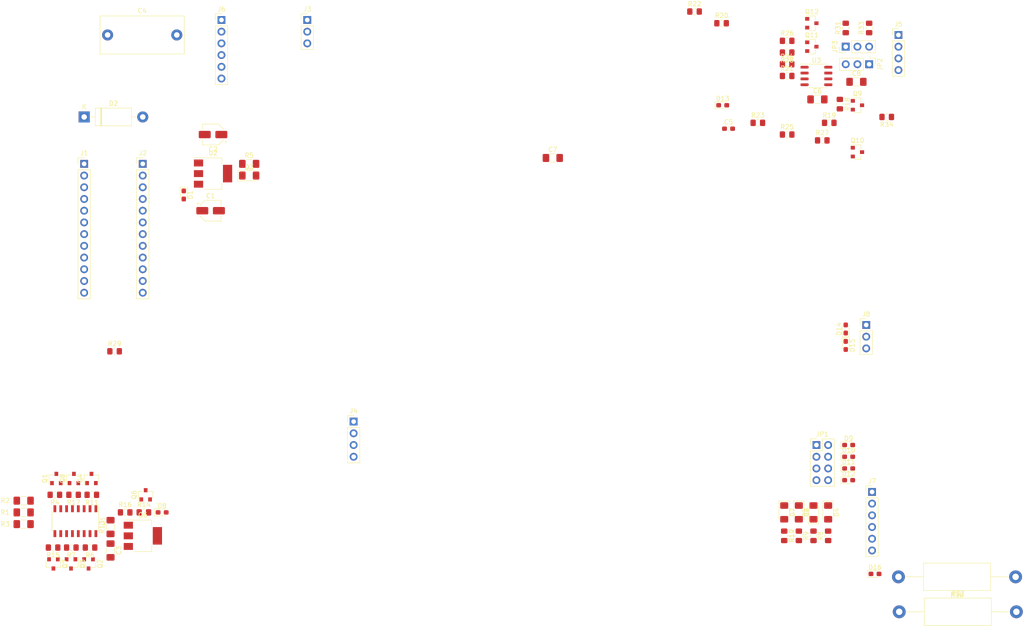
<source format=kicad_pcb>
(kicad_pcb (version 20171130) (host pcbnew 5.1.1)

  (general
    (thickness 1.6)
    (drawings 0)
    (tracks 0)
    (zones 0)
    (modules 84)
    (nets 79)
  )

  (page A4)
  (layers
    (0 F.Cu signal)
    (31 B.Cu signal)
    (32 B.Adhes user)
    (33 F.Adhes user)
    (34 B.Paste user)
    (35 F.Paste user)
    (36 B.SilkS user)
    (37 F.SilkS user)
    (38 B.Mask user)
    (39 F.Mask user)
    (40 Dwgs.User user)
    (41 Cmts.User user)
    (42 Eco1.User user)
    (43 Eco2.User user)
    (44 Edge.Cuts user)
    (45 Margin user)
    (46 B.CrtYd user)
    (47 F.CrtYd user)
    (48 B.Fab user)
    (49 F.Fab user hide)
  )

  (setup
    (last_trace_width 0.25)
    (trace_clearance 0.2)
    (zone_clearance 0.508)
    (zone_45_only no)
    (trace_min 0.2)
    (via_size 0.8)
    (via_drill 0.4)
    (via_min_size 0.4)
    (via_min_drill 0.3)
    (uvia_size 0.3)
    (uvia_drill 0.1)
    (uvias_allowed no)
    (uvia_min_size 0.2)
    (uvia_min_drill 0.1)
    (edge_width 0.05)
    (segment_width 0.2)
    (pcb_text_width 0.3)
    (pcb_text_size 1.5 1.5)
    (mod_edge_width 0.12)
    (mod_text_size 1 1)
    (mod_text_width 0.15)
    (pad_size 1.524 1.524)
    (pad_drill 0.762)
    (pad_to_mask_clearance 0.051)
    (solder_mask_min_width 0.25)
    (aux_axis_origin 0 0)
    (visible_elements FFFFFF7F)
    (pcbplotparams
      (layerselection 0x010fc_ffffffff)
      (usegerberextensions false)
      (usegerberattributes false)
      (usegerberadvancedattributes false)
      (creategerberjobfile false)
      (excludeedgelayer true)
      (linewidth 0.100000)
      (plotframeref false)
      (viasonmask false)
      (mode 1)
      (useauxorigin false)
      (hpglpennumber 1)
      (hpglpenspeed 20)
      (hpglpendiameter 15.000000)
      (psnegative false)
      (psa4output false)
      (plotreference true)
      (plotvalue true)
      (plotinvisibletext false)
      (padsonsilk false)
      (subtractmaskfromsilk false)
      (outputformat 1)
      (mirror false)
      (drillshape 1)
      (scaleselection 1)
      (outputdirectory ""))
  )

  (net 0 "")
  (net 1 GND)
  (net 2 +5V)
  (net 3 +12V)
  (net 4 "Net-(C6-Pad1)")
  (net 5 "Net-(C7-Pad1)")
  (net 6 "Net-(C8-Pad1)")
  (net 7 "Net-(C8-Pad2)")
  (net 8 "Net-(D3-Pad2)")
  (net 9 "Net-(D4-Pad2)")
  (net 10 "Net-(D5-Pad2)")
  (net 11 "Net-(D6-Pad2)")
  (net 12 "Net-(D9-Pad1)")
  (net 13 "Net-(D10-Pad1)")
  (net 14 "Net-(J1-Pad1)")
  (net 15 "Net-(J1-Pad7)")
  (net 16 "Net-(Q1-Pad1)")
  (net 17 "Net-(Q2-Pad1)")
  (net 18 "Net-(Q3-Pad1)")
  (net 19 "Net-(Q4-Pad1)")
  (net 20 "Net-(Q5-Pad1)")
  (net 21 "Net-(Q6-Pad1)")
  (net 22 "Net-(Q7-Pad1)")
  (net 23 "Net-(Q8-Pad1)")
  (net 24 "Net-(Q11-Pad1)")
  (net 25 "Net-(R4-Pad1)")
  (net 26 "Net-(R6-Pad1)")
  (net 27 "Net-(R7-Pad1)")
  (net 28 "Net-(R11-Pad1)")
  (net 29 "Net-(R15-Pad1)")
  (net 30 "Net-(R30-Pad1)")
  (net 31 "Net-(U1-Pad4)")
  (net 32 "Net-(U1-Pad5)")
  (net 33 "Net-(U1-Pad7)")
  (net 34 "Net-(U1-Pad9)")
  (net 35 "Net-(C1-Pad1)")
  (net 36 "Net-(C4-Pad2)")
  (net 37 RPM_COIL)
  (net 38 "Net-(C5-Pad1)")
  (net 39 LIGHT_LAMP)
  (net 40 CHOKE_LAMP)
  (net 41 OIL_LAMP)
  (net 42 "Net-(D7-Pad2)")
  (net 43 TEMP_LAMP)
  (net 44 START_BUTTON)
  (net 45 WRNG_LAMP)
  (net 46 "Net-(D11-Pad1)")
  (net 47 "Net-(D12-Pad1)")
  (net 48 TURN_R)
  (net 49 "Net-(D14-Pad1)")
  (net 50 TURN_L)
  (net 51 "Net-(D16-Pad2)")
  (net 52 CHARGE_LAMP)
  (net 53 GEAR_BCD_C)
  (net 54 GEAR_BCD_B)
  (net 55 GEAR_BCD_A)
  (net 56 "Net-(J1-Pad8)")
  (net 57 "Net-(J2-Pad12)")
  (net 58 SPEED_SENSOR)
  (net 59 SPD_12V)
  (net 60 "Net-(J2-Pad8)")
  (net 61 "Net-(J2-Pad3)")
  (net 62 RPM)
  (net 63 SPD)
  (net 64 VCC_Sensor)
  (net 65 GEAR_N)
  (net 66 GEAR_1)
  (net 67 GEAR_2)
  (net 68 GEAR_3)
  (net 69 GEAR_4)
  (net 70 GEAR_5)
  (net 71 "Net-(JP3-Pad3)")
  (net 72 "Net-(Q6-Pad3)")
  (net 73 "Net-(Q10-Pad1)")
  (net 74 BCD_NEUTRAL)
  (net 75 "Net-(R22-Pad2)")
  (net 76 "Net-(R24-Pad1)")
  (net 77 "Net-(R25-Pad1)")
  (net 78 "Net-(R26-Pad2)")

  (net_class Default "This is the default net class."
    (clearance 0.2)
    (trace_width 0.25)
    (via_dia 0.8)
    (via_drill 0.4)
    (uvia_dia 0.3)
    (uvia_drill 0.1)
    (add_net +12V)
    (add_net +5V)
    (add_net BCD_NEUTRAL)
    (add_net CHARGE_LAMP)
    (add_net CHOKE_LAMP)
    (add_net GEAR_1)
    (add_net GEAR_2)
    (add_net GEAR_3)
    (add_net GEAR_4)
    (add_net GEAR_5)
    (add_net GEAR_BCD_A)
    (add_net GEAR_BCD_B)
    (add_net GEAR_BCD_C)
    (add_net GEAR_N)
    (add_net GND)
    (add_net LIGHT_LAMP)
    (add_net "Net-(C1-Pad1)")
    (add_net "Net-(C4-Pad2)")
    (add_net "Net-(C5-Pad1)")
    (add_net "Net-(C6-Pad1)")
    (add_net "Net-(C7-Pad1)")
    (add_net "Net-(C8-Pad1)")
    (add_net "Net-(C8-Pad2)")
    (add_net "Net-(D10-Pad1)")
    (add_net "Net-(D11-Pad1)")
    (add_net "Net-(D12-Pad1)")
    (add_net "Net-(D14-Pad1)")
    (add_net "Net-(D16-Pad2)")
    (add_net "Net-(D3-Pad2)")
    (add_net "Net-(D4-Pad2)")
    (add_net "Net-(D5-Pad2)")
    (add_net "Net-(D6-Pad2)")
    (add_net "Net-(D7-Pad2)")
    (add_net "Net-(D9-Pad1)")
    (add_net "Net-(J1-Pad1)")
    (add_net "Net-(J1-Pad7)")
    (add_net "Net-(J1-Pad8)")
    (add_net "Net-(J2-Pad12)")
    (add_net "Net-(J2-Pad3)")
    (add_net "Net-(J2-Pad8)")
    (add_net "Net-(JP3-Pad3)")
    (add_net "Net-(Q1-Pad1)")
    (add_net "Net-(Q10-Pad1)")
    (add_net "Net-(Q11-Pad1)")
    (add_net "Net-(Q2-Pad1)")
    (add_net "Net-(Q3-Pad1)")
    (add_net "Net-(Q4-Pad1)")
    (add_net "Net-(Q5-Pad1)")
    (add_net "Net-(Q6-Pad1)")
    (add_net "Net-(Q6-Pad3)")
    (add_net "Net-(Q7-Pad1)")
    (add_net "Net-(Q8-Pad1)")
    (add_net "Net-(R11-Pad1)")
    (add_net "Net-(R15-Pad1)")
    (add_net "Net-(R22-Pad2)")
    (add_net "Net-(R24-Pad1)")
    (add_net "Net-(R25-Pad1)")
    (add_net "Net-(R26-Pad2)")
    (add_net "Net-(R30-Pad1)")
    (add_net "Net-(R4-Pad1)")
    (add_net "Net-(R6-Pad1)")
    (add_net "Net-(R7-Pad1)")
    (add_net "Net-(U1-Pad4)")
    (add_net "Net-(U1-Pad5)")
    (add_net "Net-(U1-Pad7)")
    (add_net "Net-(U1-Pad9)")
    (add_net OIL_LAMP)
    (add_net RPM)
    (add_net RPM_COIL)
    (add_net SPD)
    (add_net SPD_12V)
    (add_net SPEED_SENSOR)
    (add_net START_BUTTON)
    (add_net TEMP_LAMP)
    (add_net TURN_L)
    (add_net TURN_R)
    (add_net VCC_Sensor)
    (add_net WRNG_LAMP)
  )

  (module Connector_PinHeader_2.54mm:PinHeader_1x03_P2.54mm_Vertical (layer F.Cu) (tedit 59FED5CC) (tstamp 5CD05E68)
    (at 224.79 39.37 270)
    (descr "Through hole straight pin header, 1x03, 2.54mm pitch, single row")
    (tags "Through hole pin header THT 1x03 2.54mm single row")
    (path /5D7FCFDE)
    (fp_text reference JP2 (at 0 -2.33 90) (layer F.SilkS)
      (effects (font (size 1 1) (thickness 0.15)))
    )
    (fp_text value Jumper_3_Bridged12 (at 0 7.41 90) (layer F.Fab)
      (effects (font (size 1 1) (thickness 0.15)))
    )
    (fp_text user %R (at 0 2.54) (layer F.Fab)
      (effects (font (size 1 1) (thickness 0.15)))
    )
    (fp_line (start 1.8 -1.8) (end -1.8 -1.8) (layer F.CrtYd) (width 0.05))
    (fp_line (start 1.8 6.85) (end 1.8 -1.8) (layer F.CrtYd) (width 0.05))
    (fp_line (start -1.8 6.85) (end 1.8 6.85) (layer F.CrtYd) (width 0.05))
    (fp_line (start -1.8 -1.8) (end -1.8 6.85) (layer F.CrtYd) (width 0.05))
    (fp_line (start -1.33 -1.33) (end 0 -1.33) (layer F.SilkS) (width 0.12))
    (fp_line (start -1.33 0) (end -1.33 -1.33) (layer F.SilkS) (width 0.12))
    (fp_line (start -1.33 1.27) (end 1.33 1.27) (layer F.SilkS) (width 0.12))
    (fp_line (start 1.33 1.27) (end 1.33 6.41) (layer F.SilkS) (width 0.12))
    (fp_line (start -1.33 1.27) (end -1.33 6.41) (layer F.SilkS) (width 0.12))
    (fp_line (start -1.33 6.41) (end 1.33 6.41) (layer F.SilkS) (width 0.12))
    (fp_line (start -1.27 -0.635) (end -0.635 -1.27) (layer F.Fab) (width 0.1))
    (fp_line (start -1.27 6.35) (end -1.27 -0.635) (layer F.Fab) (width 0.1))
    (fp_line (start 1.27 6.35) (end -1.27 6.35) (layer F.Fab) (width 0.1))
    (fp_line (start 1.27 -1.27) (end 1.27 6.35) (layer F.Fab) (width 0.1))
    (fp_line (start -0.635 -1.27) (end 1.27 -1.27) (layer F.Fab) (width 0.1))
    (pad 3 thru_hole oval (at 0 5.08 270) (size 1.7 1.7) (drill 1) (layers *.Cu *.Mask)
      (net 6 "Net-(C8-Pad1)"))
    (pad 2 thru_hole oval (at 0 2.54 270) (size 1.7 1.7) (drill 1) (layers *.Cu *.Mask)
      (net 62 RPM))
    (pad 1 thru_hole rect (at 0 0 270) (size 1.7 1.7) (drill 1) (layers *.Cu *.Mask)
      (net 7 "Net-(C8-Pad2)"))
    (model ${KISYS3DMOD}/Connector_PinHeader_2.54mm.3dshapes/PinHeader_1x03_P2.54mm_Vertical.wrl
      (at (xyz 0 0 0))
      (scale (xyz 1 1 1))
      (rotate (xyz 0 0 0))
    )
  )

  (module Resistor_SMD:R_0805_2012Metric_Pad1.15x1.40mm_HandSolder (layer F.Cu) (tedit 5B36C52B) (tstamp 5CD53F75)
    (at 61.205 101.6)
    (descr "Resistor SMD 0805 (2012 Metric), square (rectangular) end terminal, IPC_7351 nominal with elongated pad for handsoldering. (Body size source: https://docs.google.com/spreadsheets/d/1BsfQQcO9C6DZCsRaXUlFlo91Tg2WpOkGARC1WS5S8t0/edit?usp=sharing), generated with kicad-footprint-generator")
    (tags "resistor handsolder")
    (path /5D5CCB2B)
    (attr smd)
    (fp_text reference R29 (at 0 -1.65) (layer F.SilkS)
      (effects (font (size 1 1) (thickness 0.15)))
    )
    (fp_text value 10k (at 0 1.65) (layer F.Fab)
      (effects (font (size 1 1) (thickness 0.15)))
    )
    (fp_text user %R (at 0 0) (layer F.Fab)
      (effects (font (size 0.5 0.5) (thickness 0.08)))
    )
    (fp_line (start 1.85 0.95) (end -1.85 0.95) (layer F.CrtYd) (width 0.05))
    (fp_line (start 1.85 -0.95) (end 1.85 0.95) (layer F.CrtYd) (width 0.05))
    (fp_line (start -1.85 -0.95) (end 1.85 -0.95) (layer F.CrtYd) (width 0.05))
    (fp_line (start -1.85 0.95) (end -1.85 -0.95) (layer F.CrtYd) (width 0.05))
    (fp_line (start -0.261252 0.71) (end 0.261252 0.71) (layer F.SilkS) (width 0.12))
    (fp_line (start -0.261252 -0.71) (end 0.261252 -0.71) (layer F.SilkS) (width 0.12))
    (fp_line (start 1 0.6) (end -1 0.6) (layer F.Fab) (width 0.1))
    (fp_line (start 1 -0.6) (end 1 0.6) (layer F.Fab) (width 0.1))
    (fp_line (start -1 -0.6) (end 1 -0.6) (layer F.Fab) (width 0.1))
    (fp_line (start -1 0.6) (end -1 -0.6) (layer F.Fab) (width 0.1))
    (pad 2 smd roundrect (at 1.025 0) (size 1.15 1.4) (layers F.Cu F.Paste F.Mask) (roundrect_rratio 0.217391)
      (net 3 +12V))
    (pad 1 smd roundrect (at -1.025 0) (size 1.15 1.4) (layers F.Cu F.Paste F.Mask) (roundrect_rratio 0.217391)
      (net 7 "Net-(C8-Pad2)"))
    (model ${KISYS3DMOD}/Resistor_SMD.3dshapes/R_0805_2012Metric.wrl
      (at (xyz 0 0 0))
      (scale (xyz 1 1 1))
      (rotate (xyz 0 0 0))
    )
  )

  (module Resistor_SMD:R_0805_2012Metric_Pad1.15x1.40mm_HandSolder (layer F.Cu) (tedit 5B36C52B) (tstamp 5CD06E80)
    (at 207.01 54.61)
    (descr "Resistor SMD 0805 (2012 Metric), square (rectangular) end terminal, IPC_7351 nominal with elongated pad for handsoldering. (Body size source: https://docs.google.com/spreadsheets/d/1BsfQQcO9C6DZCsRaXUlFlo91Tg2WpOkGARC1WS5S8t0/edit?usp=sharing), generated with kicad-footprint-generator")
    (tags "resistor handsolder")
    (path /5D582C4B)
    (attr smd)
    (fp_text reference R25 (at 0 -1.65) (layer F.SilkS)
      (effects (font (size 1 1) (thickness 0.15)))
    )
    (fp_text value 10k (at 0 1.65) (layer F.Fab)
      (effects (font (size 1 1) (thickness 0.15)))
    )
    (fp_text user %R (at 0 0) (layer F.Fab)
      (effects (font (size 0.5 0.5) (thickness 0.08)))
    )
    (fp_line (start 1.85 0.95) (end -1.85 0.95) (layer F.CrtYd) (width 0.05))
    (fp_line (start 1.85 -0.95) (end 1.85 0.95) (layer F.CrtYd) (width 0.05))
    (fp_line (start -1.85 -0.95) (end 1.85 -0.95) (layer F.CrtYd) (width 0.05))
    (fp_line (start -1.85 0.95) (end -1.85 -0.95) (layer F.CrtYd) (width 0.05))
    (fp_line (start -0.261252 0.71) (end 0.261252 0.71) (layer F.SilkS) (width 0.12))
    (fp_line (start -0.261252 -0.71) (end 0.261252 -0.71) (layer F.SilkS) (width 0.12))
    (fp_line (start 1 0.6) (end -1 0.6) (layer F.Fab) (width 0.1))
    (fp_line (start 1 -0.6) (end 1 0.6) (layer F.Fab) (width 0.1))
    (fp_line (start -1 -0.6) (end 1 -0.6) (layer F.Fab) (width 0.1))
    (fp_line (start -1 0.6) (end -1 -0.6) (layer F.Fab) (width 0.1))
    (pad 2 smd roundrect (at 1.025 0) (size 1.15 1.4) (layers F.Cu F.Paste F.Mask) (roundrect_rratio 0.217391)
      (net 75 "Net-(R22-Pad2)"))
    (pad 1 smd roundrect (at -1.025 0) (size 1.15 1.4) (layers F.Cu F.Paste F.Mask) (roundrect_rratio 0.217391)
      (net 77 "Net-(R25-Pad1)"))
    (model ${KISYS3DMOD}/Resistor_SMD.3dshapes/R_0805_2012Metric.wrl
      (at (xyz 0 0 0))
      (scale (xyz 1 1 1))
      (rotate (xyz 0 0 0))
    )
  )

  (module Resistor_SMD:R_1206_3216Metric_Pad1.42x1.75mm_HandSolder (layer F.Cu) (tedit 5B301BBD) (tstamp 5CD060B5)
    (at 60.325 139.7 90)
    (descr "Resistor SMD 1206 (3216 Metric), square (rectangular) end terminal, IPC_7351 nominal with elongated pad for handsoldering. (Body size source: http://www.tortai-tech.com/upload/download/2011102023233369053.pdf), generated with kicad-footprint-generator")
    (tags "resistor handsolder")
    (path /5CDAEE0B)
    (attr smd)
    (fp_text reference R13 (at 0 -1.82 90) (layer F.SilkS)
      (effects (font (size 1 1) (thickness 0.15)))
    )
    (fp_text value 100k (at 0 1.82 90) (layer F.Fab)
      (effects (font (size 1 1) (thickness 0.15)))
    )
    (fp_text user %R (at 0 0 90) (layer F.Fab)
      (effects (font (size 0.8 0.8) (thickness 0.12)))
    )
    (fp_line (start 2.45 1.12) (end -2.45 1.12) (layer F.CrtYd) (width 0.05))
    (fp_line (start 2.45 -1.12) (end 2.45 1.12) (layer F.CrtYd) (width 0.05))
    (fp_line (start -2.45 -1.12) (end 2.45 -1.12) (layer F.CrtYd) (width 0.05))
    (fp_line (start -2.45 1.12) (end -2.45 -1.12) (layer F.CrtYd) (width 0.05))
    (fp_line (start -0.602064 0.91) (end 0.602064 0.91) (layer F.SilkS) (width 0.12))
    (fp_line (start -0.602064 -0.91) (end 0.602064 -0.91) (layer F.SilkS) (width 0.12))
    (fp_line (start 1.6 0.8) (end -1.6 0.8) (layer F.Fab) (width 0.1))
    (fp_line (start 1.6 -0.8) (end 1.6 0.8) (layer F.Fab) (width 0.1))
    (fp_line (start -1.6 -0.8) (end 1.6 -0.8) (layer F.Fab) (width 0.1))
    (fp_line (start -1.6 0.8) (end -1.6 -0.8) (layer F.Fab) (width 0.1))
    (pad 2 smd roundrect (at 1.4875 0 90) (size 1.425 1.75) (layers F.Cu F.Paste F.Mask) (roundrect_rratio 0.175439)
      (net 20 "Net-(Q5-Pad1)"))
    (pad 1 smd roundrect (at -1.4875 0 90) (size 1.425 1.75) (layers F.Cu F.Paste F.Mask) (roundrect_rratio 0.175439)
      (net 3 +12V))
    (model ${KISYS3DMOD}/Resistor_SMD.3dshapes/R_1206_3216Metric.wrl
      (at (xyz 0 0 0))
      (scale (xyz 1 1 1))
      (rotate (xyz 0 0 0))
    )
  )

  (module Resistor_THT:R_Axial_DIN0614_L14.3mm_D5.7mm_P25.40mm_Horizontal (layer F.Cu) (tedit 5AE5139B) (tstamp 5CD06060)
    (at 231.309418 158.072643)
    (descr "Resistor, Axial_DIN0614 series, Axial, Horizontal, pin pitch=25.4mm, 1.5W, length*diameter=14.3*5.7mm^2")
    (tags "Resistor Axial_DIN0614 series Axial Horizontal pin pitch 25.4mm 1.5W length 14.3mm diameter 5.7mm")
    (path /5CE3CEDE)
    (fp_text reference R32 (at 12.7 -3.97) (layer F.SilkS)
      (effects (font (size 1 1) (thickness 0.15)))
    )
    (fp_text value "47 2W" (at 12.7 3.97) (layer F.Fab)
      (effects (font (size 1 1) (thickness 0.15)))
    )
    (fp_text user %R (at 12.7 0) (layer F.Fab)
      (effects (font (size 1 1) (thickness 0.15)))
    )
    (fp_line (start 27.05 -3.1) (end -1.65 -3.1) (layer F.CrtYd) (width 0.05))
    (fp_line (start 27.05 3.1) (end 27.05 -3.1) (layer F.CrtYd) (width 0.05))
    (fp_line (start -1.65 3.1) (end 27.05 3.1) (layer F.CrtYd) (width 0.05))
    (fp_line (start -1.65 -3.1) (end -1.65 3.1) (layer F.CrtYd) (width 0.05))
    (fp_line (start 23.76 0) (end 19.97 0) (layer F.SilkS) (width 0.12))
    (fp_line (start 1.64 0) (end 5.43 0) (layer F.SilkS) (width 0.12))
    (fp_line (start 19.97 -2.97) (end 5.43 -2.97) (layer F.SilkS) (width 0.12))
    (fp_line (start 19.97 2.97) (end 19.97 -2.97) (layer F.SilkS) (width 0.12))
    (fp_line (start 5.43 2.97) (end 19.97 2.97) (layer F.SilkS) (width 0.12))
    (fp_line (start 5.43 -2.97) (end 5.43 2.97) (layer F.SilkS) (width 0.12))
    (fp_line (start 25.4 0) (end 19.85 0) (layer F.Fab) (width 0.1))
    (fp_line (start 0 0) (end 5.55 0) (layer F.Fab) (width 0.1))
    (fp_line (start 19.85 -2.85) (end 5.55 -2.85) (layer F.Fab) (width 0.1))
    (fp_line (start 19.85 2.85) (end 19.85 -2.85) (layer F.Fab) (width 0.1))
    (fp_line (start 5.55 2.85) (end 19.85 2.85) (layer F.Fab) (width 0.1))
    (fp_line (start 5.55 -2.85) (end 5.55 2.85) (layer F.Fab) (width 0.1))
    (pad 2 thru_hole oval (at 25.4 0) (size 2.8 2.8) (drill 1.4) (layers *.Cu *.Mask)
      (net 30 "Net-(R30-Pad1)"))
    (pad 1 thru_hole circle (at 0 0) (size 2.8 2.8) (drill 1.4) (layers *.Cu *.Mask)
      (net 3 +12V))
    (model ${KISYS3DMOD}/Resistor_THT.3dshapes/R_Axial_DIN0614_L14.3mm_D5.7mm_P25.40mm_Horizontal.wrl
      (at (xyz 0 0 0))
      (scale (xyz 1 1 1))
      (rotate (xyz 0 0 0))
    )
  )

  (module Resistor_THT:R_Axial_DIN0614_L14.3mm_D5.7mm_P25.40mm_Horizontal (layer F.Cu) (tedit 5AE5139B) (tstamp 5CD10413)
    (at 256.54 150.495 180)
    (descr "Resistor, Axial_DIN0614 series, Axial, Horizontal, pin pitch=25.4mm, 1.5W, length*diameter=14.3*5.7mm^2")
    (tags "Resistor Axial_DIN0614 series Axial Horizontal pin pitch 25.4mm 1.5W length 14.3mm diameter 5.7mm")
    (path /5CE3CABA)
    (fp_text reference R30 (at 12.7 -3.97) (layer F.SilkS)
      (effects (font (size 1 1) (thickness 0.15)))
    )
    (fp_text value "47 2W" (at 12.7 3.97) (layer F.Fab)
      (effects (font (size 1 1) (thickness 0.15)))
    )
    (fp_text user %R (at 12.7 0) (layer F.Fab)
      (effects (font (size 1 1) (thickness 0.15)))
    )
    (fp_line (start 27.05 -3.1) (end -1.65 -3.1) (layer F.CrtYd) (width 0.05))
    (fp_line (start 27.05 3.1) (end 27.05 -3.1) (layer F.CrtYd) (width 0.05))
    (fp_line (start -1.65 3.1) (end 27.05 3.1) (layer F.CrtYd) (width 0.05))
    (fp_line (start -1.65 -3.1) (end -1.65 3.1) (layer F.CrtYd) (width 0.05))
    (fp_line (start 23.76 0) (end 19.97 0) (layer F.SilkS) (width 0.12))
    (fp_line (start 1.64 0) (end 5.43 0) (layer F.SilkS) (width 0.12))
    (fp_line (start 19.97 -2.97) (end 5.43 -2.97) (layer F.SilkS) (width 0.12))
    (fp_line (start 19.97 2.97) (end 19.97 -2.97) (layer F.SilkS) (width 0.12))
    (fp_line (start 5.43 2.97) (end 19.97 2.97) (layer F.SilkS) (width 0.12))
    (fp_line (start 5.43 -2.97) (end 5.43 2.97) (layer F.SilkS) (width 0.12))
    (fp_line (start 25.4 0) (end 19.85 0) (layer F.Fab) (width 0.1))
    (fp_line (start 0 0) (end 5.55 0) (layer F.Fab) (width 0.1))
    (fp_line (start 19.85 -2.85) (end 5.55 -2.85) (layer F.Fab) (width 0.1))
    (fp_line (start 19.85 2.85) (end 19.85 -2.85) (layer F.Fab) (width 0.1))
    (fp_line (start 5.55 2.85) (end 19.85 2.85) (layer F.Fab) (width 0.1))
    (fp_line (start 5.55 -2.85) (end 5.55 2.85) (layer F.Fab) (width 0.1))
    (pad 2 thru_hole oval (at 25.4 0 180) (size 2.8 2.8) (drill 1.4) (layers *.Cu *.Mask)
      (net 51 "Net-(D16-Pad2)"))
    (pad 1 thru_hole circle (at 0 0 180) (size 2.8 2.8) (drill 1.4) (layers *.Cu *.Mask)
      (net 30 "Net-(R30-Pad1)"))
    (model ${KISYS3DMOD}/Resistor_THT.3dshapes/R_Axial_DIN0614_L14.3mm_D5.7mm_P25.40mm_Horizontal.wrl
      (at (xyz 0 0 0))
      (scale (xyz 1 1 1))
      (rotate (xyz 0 0 0))
    )
  )

  (module Resistor_SMD:R_0805_2012Metric_Pad1.15x1.40mm_HandSolder (layer F.Cu) (tedit 5B36C52B) (tstamp 5CD56861)
    (at 47.87 144.145 180)
    (descr "Resistor SMD 0805 (2012 Metric), square (rectangular) end terminal, IPC_7351 nominal with elongated pad for handsoldering. (Body size source: https://docs.google.com/spreadsheets/d/1BsfQQcO9C6DZCsRaXUlFlo91Tg2WpOkGARC1WS5S8t0/edit?usp=sharing), generated with kicad-footprint-generator")
    (tags "resistor handsolder")
    (path /5CF5836E)
    (attr smd)
    (fp_text reference R15 (at 0 -1.65) (layer F.SilkS)
      (effects (font (size 1 1) (thickness 0.15)))
    )
    (fp_text value 10k (at 0 1.65) (layer F.Fab)
      (effects (font (size 1 1) (thickness 0.15)))
    )
    (fp_text user %R (at 0 0) (layer F.Fab)
      (effects (font (size 0.5 0.5) (thickness 0.08)))
    )
    (fp_line (start 1.85 0.95) (end -1.85 0.95) (layer F.CrtYd) (width 0.05))
    (fp_line (start 1.85 -0.95) (end 1.85 0.95) (layer F.CrtYd) (width 0.05))
    (fp_line (start -1.85 -0.95) (end 1.85 -0.95) (layer F.CrtYd) (width 0.05))
    (fp_line (start -1.85 0.95) (end -1.85 -0.95) (layer F.CrtYd) (width 0.05))
    (fp_line (start -0.261252 0.71) (end 0.261252 0.71) (layer F.SilkS) (width 0.12))
    (fp_line (start -0.261252 -0.71) (end 0.261252 -0.71) (layer F.SilkS) (width 0.12))
    (fp_line (start 1 0.6) (end -1 0.6) (layer F.Fab) (width 0.1))
    (fp_line (start 1 -0.6) (end 1 0.6) (layer F.Fab) (width 0.1))
    (fp_line (start -1 -0.6) (end 1 -0.6) (layer F.Fab) (width 0.1))
    (fp_line (start -1 0.6) (end -1 -0.6) (layer F.Fab) (width 0.1))
    (pad 2 smd roundrect (at 1.025 0 180) (size 1.15 1.4) (layers F.Cu F.Paste F.Mask) (roundrect_rratio 0.217391)
      (net 22 "Net-(Q7-Pad1)"))
    (pad 1 smd roundrect (at -1.025 0 180) (size 1.15 1.4) (layers F.Cu F.Paste F.Mask) (roundrect_rratio 0.217391)
      (net 29 "Net-(R15-Pad1)"))
    (model ${KISYS3DMOD}/Resistor_SMD.3dshapes/R_0805_2012Metric.wrl
      (at (xyz 0 0 0))
      (scale (xyz 1 1 1))
      (rotate (xyz 0 0 0))
    )
  )

  (module Package_TO_SOT_SMD:SOT-223 (layer F.Cu) (tedit 5A02FF57) (tstamp 5CD05EFC)
    (at 67.335 141.605)
    (descr "module CMS SOT223 4 pins")
    (tags "CMS SOT")
    (path /5CDAFD0B)
    (attr smd)
    (fp_text reference Q5 (at 0 -4.5) (layer F.SilkS)
      (effects (font (size 1 1) (thickness 0.15)))
    )
    (fp_text value BCP51 (at 0 4.5) (layer F.Fab)
      (effects (font (size 1 1) (thickness 0.15)))
    )
    (fp_line (start 1.85 -3.35) (end 1.85 3.35) (layer F.Fab) (width 0.1))
    (fp_line (start -1.85 3.35) (end 1.85 3.35) (layer F.Fab) (width 0.1))
    (fp_line (start -4.1 -3.41) (end 1.91 -3.41) (layer F.SilkS) (width 0.12))
    (fp_line (start -0.8 -3.35) (end 1.85 -3.35) (layer F.Fab) (width 0.1))
    (fp_line (start -1.85 3.41) (end 1.91 3.41) (layer F.SilkS) (width 0.12))
    (fp_line (start -1.85 -2.3) (end -1.85 3.35) (layer F.Fab) (width 0.1))
    (fp_line (start -4.4 -3.6) (end -4.4 3.6) (layer F.CrtYd) (width 0.05))
    (fp_line (start -4.4 3.6) (end 4.4 3.6) (layer F.CrtYd) (width 0.05))
    (fp_line (start 4.4 3.6) (end 4.4 -3.6) (layer F.CrtYd) (width 0.05))
    (fp_line (start 4.4 -3.6) (end -4.4 -3.6) (layer F.CrtYd) (width 0.05))
    (fp_line (start 1.91 -3.41) (end 1.91 -2.15) (layer F.SilkS) (width 0.12))
    (fp_line (start 1.91 3.41) (end 1.91 2.15) (layer F.SilkS) (width 0.12))
    (fp_line (start -1.85 -2.3) (end -0.8 -3.35) (layer F.Fab) (width 0.1))
    (fp_text user %R (at 0 0 90) (layer F.Fab)
      (effects (font (size 0.8 0.8) (thickness 0.12)))
    )
    (pad 1 smd rect (at -3.15 -2.3) (size 2 1.5) (layers F.Cu F.Paste F.Mask)
      (net 20 "Net-(Q5-Pad1)"))
    (pad 3 smd rect (at -3.15 2.3) (size 2 1.5) (layers F.Cu F.Paste F.Mask)
      (net 3 +12V))
    (pad 2 smd rect (at -3.15 0) (size 2 1.5) (layers F.Cu F.Paste F.Mask)
      (net 44 START_BUTTON))
    (pad 4 smd rect (at 3.15 0) (size 2 3.8) (layers F.Cu F.Paste F.Mask))
    (model ${KISYS3DMOD}/Package_TO_SOT_SMD.3dshapes/SOT-223.wrl
      (at (xyz 0 0 0))
      (scale (xyz 1 1 1))
      (rotate (xyz 0 0 0))
    )
  )

  (module Package_TO_SOT_SMD:SOT-23 (layer F.Cu) (tedit 5A02FF57) (tstamp 5CD05ED2)
    (at 47.945 147.685 270)
    (descr "SOT-23, Standard")
    (tags SOT-23)
    (path /5CECCBC5)
    (attr smd)
    (fp_text reference Q7 (at 0 -2.5 90) (layer F.SilkS)
      (effects (font (size 1 1) (thickness 0.15)))
    )
    (fp_text value SMBTA42 (at 0 2.5 90) (layer F.Fab)
      (effects (font (size 1 1) (thickness 0.15)))
    )
    (fp_line (start 0.76 1.58) (end -0.7 1.58) (layer F.SilkS) (width 0.12))
    (fp_line (start 0.76 -1.58) (end -1.4 -1.58) (layer F.SilkS) (width 0.12))
    (fp_line (start -1.7 1.75) (end -1.7 -1.75) (layer F.CrtYd) (width 0.05))
    (fp_line (start 1.7 1.75) (end -1.7 1.75) (layer F.CrtYd) (width 0.05))
    (fp_line (start 1.7 -1.75) (end 1.7 1.75) (layer F.CrtYd) (width 0.05))
    (fp_line (start -1.7 -1.75) (end 1.7 -1.75) (layer F.CrtYd) (width 0.05))
    (fp_line (start 0.76 -1.58) (end 0.76 -0.65) (layer F.SilkS) (width 0.12))
    (fp_line (start 0.76 1.58) (end 0.76 0.65) (layer F.SilkS) (width 0.12))
    (fp_line (start -0.7 1.52) (end 0.7 1.52) (layer F.Fab) (width 0.1))
    (fp_line (start 0.7 -1.52) (end 0.7 1.52) (layer F.Fab) (width 0.1))
    (fp_line (start -0.7 -0.95) (end -0.15 -1.52) (layer F.Fab) (width 0.1))
    (fp_line (start -0.15 -1.52) (end 0.7 -1.52) (layer F.Fab) (width 0.1))
    (fp_line (start -0.7 -0.95) (end -0.7 1.5) (layer F.Fab) (width 0.1))
    (fp_text user %R (at 0 0) (layer F.Fab)
      (effects (font (size 0.5 0.5) (thickness 0.075)))
    )
    (pad 3 smd rect (at 1 0 270) (size 0.9 0.8) (layers F.Cu F.Paste F.Mask)
      (net 66 GEAR_1))
    (pad 2 smd rect (at -1 0.95 270) (size 0.9 0.8) (layers F.Cu F.Paste F.Mask)
      (net 1 GND))
    (pad 1 smd rect (at -1 -0.95 270) (size 0.9 0.8) (layers F.Cu F.Paste F.Mask)
      (net 22 "Net-(Q7-Pad1)"))
    (model ${KISYS3DMOD}/Package_TO_SOT_SMD.3dshapes/SOT-23.wrl
      (at (xyz 0 0 0))
      (scale (xyz 1 1 1))
      (rotate (xyz 0 0 0))
    )
  )

  (module Connector_PinHeader_2.54mm:PinHeader_1x12_P2.54mm_Vertical (layer F.Cu) (tedit 59FED5CC) (tstamp 5CD05E34)
    (at 67.31 60.96)
    (descr "Through hole straight pin header, 1x12, 2.54mm pitch, single row")
    (tags "Through hole pin header THT 1x12 2.54mm single row")
    (path /5CEA9356)
    (fp_text reference J2 (at 0 -2.33) (layer F.SilkS)
      (effects (font (size 1 1) (thickness 0.15)))
    )
    (fp_text value Conn_01x12 (at 0 30.27) (layer F.Fab)
      (effects (font (size 1 1) (thickness 0.15)))
    )
    (fp_text user %R (at 0 13.97 90) (layer F.Fab)
      (effects (font (size 1 1) (thickness 0.15)))
    )
    (fp_line (start 1.8 -1.8) (end -1.8 -1.8) (layer F.CrtYd) (width 0.05))
    (fp_line (start 1.8 29.75) (end 1.8 -1.8) (layer F.CrtYd) (width 0.05))
    (fp_line (start -1.8 29.75) (end 1.8 29.75) (layer F.CrtYd) (width 0.05))
    (fp_line (start -1.8 -1.8) (end -1.8 29.75) (layer F.CrtYd) (width 0.05))
    (fp_line (start -1.33 -1.33) (end 0 -1.33) (layer F.SilkS) (width 0.12))
    (fp_line (start -1.33 0) (end -1.33 -1.33) (layer F.SilkS) (width 0.12))
    (fp_line (start -1.33 1.27) (end 1.33 1.27) (layer F.SilkS) (width 0.12))
    (fp_line (start 1.33 1.27) (end 1.33 29.27) (layer F.SilkS) (width 0.12))
    (fp_line (start -1.33 1.27) (end -1.33 29.27) (layer F.SilkS) (width 0.12))
    (fp_line (start -1.33 29.27) (end 1.33 29.27) (layer F.SilkS) (width 0.12))
    (fp_line (start -1.27 -0.635) (end -0.635 -1.27) (layer F.Fab) (width 0.1))
    (fp_line (start -1.27 29.21) (end -1.27 -0.635) (layer F.Fab) (width 0.1))
    (fp_line (start 1.27 29.21) (end -1.27 29.21) (layer F.Fab) (width 0.1))
    (fp_line (start 1.27 -1.27) (end 1.27 29.21) (layer F.Fab) (width 0.1))
    (fp_line (start -0.635 -1.27) (end 1.27 -1.27) (layer F.Fab) (width 0.1))
    (pad 12 thru_hole oval (at 0 27.94) (size 1.7 1.7) (drill 1) (layers *.Cu *.Mask)
      (net 57 "Net-(J2-Pad12)"))
    (pad 11 thru_hole oval (at 0 25.4) (size 1.7 1.7) (drill 1) (layers *.Cu *.Mask)
      (net 1 GND))
    (pad 10 thru_hole oval (at 0 22.86) (size 1.7 1.7) (drill 1) (layers *.Cu *.Mask)
      (net 58 SPEED_SENSOR))
    (pad 9 thru_hole oval (at 0 20.32) (size 1.7 1.7) (drill 1) (layers *.Cu *.Mask)
      (net 59 SPD_12V))
    (pad 8 thru_hole oval (at 0 17.78) (size 1.7 1.7) (drill 1) (layers *.Cu *.Mask)
      (net 60 "Net-(J2-Pad8)"))
    (pad 7 thru_hole oval (at 0 15.24) (size 1.7 1.7) (drill 1) (layers *.Cu *.Mask)
      (net 50 TURN_L))
    (pad 6 thru_hole oval (at 0 12.7) (size 1.7 1.7) (drill 1) (layers *.Cu *.Mask)
      (net 1 GND))
    (pad 5 thru_hole oval (at 0 10.16) (size 1.7 1.7) (drill 1) (layers *.Cu *.Mask)
      (net 48 TURN_R))
    (pad 4 thru_hole oval (at 0 7.62) (size 1.7 1.7) (drill 1) (layers *.Cu *.Mask)
      (net 37 RPM_COIL))
    (pad 3 thru_hole oval (at 0 5.08) (size 1.7 1.7) (drill 1) (layers *.Cu *.Mask)
      (net 61 "Net-(J2-Pad3)"))
    (pad 2 thru_hole oval (at 0 2.54) (size 1.7 1.7) (drill 1) (layers *.Cu *.Mask)
      (net 39 LIGHT_LAMP))
    (pad 1 thru_hole rect (at 0 0) (size 1.7 1.7) (drill 1) (layers *.Cu *.Mask)
      (net 1 GND))
    (model ${KISYS3DMOD}/Connector_PinHeader_2.54mm.3dshapes/PinHeader_1x12_P2.54mm_Vertical.wrl
      (at (xyz 0 0 0))
      (scale (xyz 1 1 1))
      (rotate (xyz 0 0 0))
    )
  )

  (module LED_SMD:LED_1206_3216Metric_Pad1.42x1.75mm_HandSolder (layer F.Cu) (tedit 5B4B45C9) (tstamp 5CD05C8F)
    (at 90.3875 63.5)
    (descr "LED SMD 1206 (3216 Metric), square (rectangular) end terminal, IPC_7351 nominal, (Body size source: http://www.tortai-tech.com/upload/download/2011102023233369053.pdf), generated with kicad-footprint-generator")
    (tags "LED handsolder")
    (path /5CCEE0DC)
    (attr smd)
    (fp_text reference D3 (at 0 -1.82) (layer F.SilkS)
      (effects (font (size 1 1) (thickness 0.15)))
    )
    (fp_text value LED (at 0 1.82) (layer F.Fab)
      (effects (font (size 1 1) (thickness 0.15)))
    )
    (fp_text user %R (at 0 0) (layer F.Fab)
      (effects (font (size 0.8 0.8) (thickness 0.12)))
    )
    (fp_line (start 2.45 1.12) (end -2.45 1.12) (layer F.CrtYd) (width 0.05))
    (fp_line (start 2.45 -1.12) (end 2.45 1.12) (layer F.CrtYd) (width 0.05))
    (fp_line (start -2.45 -1.12) (end 2.45 -1.12) (layer F.CrtYd) (width 0.05))
    (fp_line (start -2.45 1.12) (end -2.45 -1.12) (layer F.CrtYd) (width 0.05))
    (fp_line (start -2.46 1.135) (end 1.6 1.135) (layer F.SilkS) (width 0.12))
    (fp_line (start -2.46 -1.135) (end -2.46 1.135) (layer F.SilkS) (width 0.12))
    (fp_line (start 1.6 -1.135) (end -2.46 -1.135) (layer F.SilkS) (width 0.12))
    (fp_line (start 1.6 0.8) (end 1.6 -0.8) (layer F.Fab) (width 0.1))
    (fp_line (start -1.6 0.8) (end 1.6 0.8) (layer F.Fab) (width 0.1))
    (fp_line (start -1.6 -0.4) (end -1.6 0.8) (layer F.Fab) (width 0.1))
    (fp_line (start -1.2 -0.8) (end -1.6 -0.4) (layer F.Fab) (width 0.1))
    (fp_line (start 1.6 -0.8) (end -1.2 -0.8) (layer F.Fab) (width 0.1))
    (pad 2 smd roundrect (at 1.4875 0) (size 1.425 1.75) (layers F.Cu F.Paste F.Mask) (roundrect_rratio 0.175439)
      (net 8 "Net-(D3-Pad2)"))
    (pad 1 smd roundrect (at -1.4875 0) (size 1.425 1.75) (layers F.Cu F.Paste F.Mask) (roundrect_rratio 0.175439)
      (net 1 GND))
    (model ${KISYS3DMOD}/LED_SMD.3dshapes/LED_1206_3216Metric.wrl
      (at (xyz 0 0 0))
      (scale (xyz 1 1 1))
      (rotate (xyz 0 0 0))
    )
  )

  (module Diode_THT:D_DO-15_P12.70mm_Horizontal (layer F.Cu) (tedit 5AE50CD5) (tstamp 5CD05C70)
    (at 54.61 50.8)
    (descr "Diode, DO-15 series, Axial, Horizontal, pin pitch=12.7mm, , length*diameter=7.6*3.6mm^2, , http://www.diodes.com/_files/packages/DO-15.pdf")
    (tags "Diode DO-15 series Axial Horizontal pin pitch 12.7mm  length 7.6mm diameter 3.6mm")
    (path /5D24CD62)
    (fp_text reference D2 (at 6.35 -2.92) (layer F.SilkS)
      (effects (font (size 1 1) (thickness 0.15)))
    )
    (fp_text value P6KE15A (at 6.35 2.92) (layer F.Fab)
      (effects (font (size 1 1) (thickness 0.15)))
    )
    (fp_text user K (at 0 -2.2) (layer F.SilkS)
      (effects (font (size 1 1) (thickness 0.15)))
    )
    (fp_text user K (at 0 -2.2) (layer F.Fab)
      (effects (font (size 1 1) (thickness 0.15)))
    )
    (fp_text user %R (at 6.92 0) (layer F.Fab)
      (effects (font (size 1 1) (thickness 0.15)))
    )
    (fp_line (start 14.15 -2.05) (end -1.45 -2.05) (layer F.CrtYd) (width 0.05))
    (fp_line (start 14.15 2.05) (end 14.15 -2.05) (layer F.CrtYd) (width 0.05))
    (fp_line (start -1.45 2.05) (end 14.15 2.05) (layer F.CrtYd) (width 0.05))
    (fp_line (start -1.45 -2.05) (end -1.45 2.05) (layer F.CrtYd) (width 0.05))
    (fp_line (start 3.57 -1.92) (end 3.57 1.92) (layer F.SilkS) (width 0.12))
    (fp_line (start 3.81 -1.92) (end 3.81 1.92) (layer F.SilkS) (width 0.12))
    (fp_line (start 3.69 -1.92) (end 3.69 1.92) (layer F.SilkS) (width 0.12))
    (fp_line (start 11.26 0) (end 10.27 0) (layer F.SilkS) (width 0.12))
    (fp_line (start 1.44 0) (end 2.43 0) (layer F.SilkS) (width 0.12))
    (fp_line (start 10.27 -1.92) (end 2.43 -1.92) (layer F.SilkS) (width 0.12))
    (fp_line (start 10.27 1.92) (end 10.27 -1.92) (layer F.SilkS) (width 0.12))
    (fp_line (start 2.43 1.92) (end 10.27 1.92) (layer F.SilkS) (width 0.12))
    (fp_line (start 2.43 -1.92) (end 2.43 1.92) (layer F.SilkS) (width 0.12))
    (fp_line (start 3.59 -1.8) (end 3.59 1.8) (layer F.Fab) (width 0.1))
    (fp_line (start 3.79 -1.8) (end 3.79 1.8) (layer F.Fab) (width 0.1))
    (fp_line (start 3.69 -1.8) (end 3.69 1.8) (layer F.Fab) (width 0.1))
    (fp_line (start 12.7 0) (end 10.15 0) (layer F.Fab) (width 0.1))
    (fp_line (start 0 0) (end 2.55 0) (layer F.Fab) (width 0.1))
    (fp_line (start 10.15 -1.8) (end 2.55 -1.8) (layer F.Fab) (width 0.1))
    (fp_line (start 10.15 1.8) (end 10.15 -1.8) (layer F.Fab) (width 0.1))
    (fp_line (start 2.55 1.8) (end 10.15 1.8) (layer F.Fab) (width 0.1))
    (fp_line (start 2.55 -1.8) (end 2.55 1.8) (layer F.Fab) (width 0.1))
    (pad 2 thru_hole oval (at 12.7 0) (size 2.4 2.4) (drill 1.2) (layers *.Cu *.Mask)
      (net 1 GND))
    (pad 1 thru_hole rect (at 0 0) (size 2.4 2.4) (drill 1.2) (layers *.Cu *.Mask)
      (net 35 "Net-(C1-Pad1)"))
    (model ${KISYS3DMOD}/Diode_THT.3dshapes/D_DO-15_P12.70mm_Horizontal.wrl
      (at (xyz 0 0 0))
      (scale (xyz 1 1 1))
      (rotate (xyz 0 0 0))
    )
  )

  (module Capacitor_SMD:C_0603_1608Metric_Pad1.05x0.95mm_HandSolder (layer F.Cu) (tedit 5B301BBE) (tstamp 5CD05C36)
    (at 194.31 53.34)
    (descr "Capacitor SMD 0603 (1608 Metric), square (rectangular) end terminal, IPC_7351 nominal with elongated pad for handsoldering. (Body size source: http://www.tortai-tech.com/upload/download/2011102023233369053.pdf), generated with kicad-footprint-generator")
    (tags "capacitor handsolder")
    (path /5D6754B0)
    (attr smd)
    (fp_text reference C5 (at 0 -1.43) (layer F.SilkS)
      (effects (font (size 1 1) (thickness 0.15)))
    )
    (fp_text value 56n (at 0 1.43) (layer F.Fab)
      (effects (font (size 1 1) (thickness 0.15)))
    )
    (fp_text user %R (at 0 0) (layer F.Fab)
      (effects (font (size 0.4 0.4) (thickness 0.06)))
    )
    (fp_line (start 1.65 0.73) (end -1.65 0.73) (layer F.CrtYd) (width 0.05))
    (fp_line (start 1.65 -0.73) (end 1.65 0.73) (layer F.CrtYd) (width 0.05))
    (fp_line (start -1.65 -0.73) (end 1.65 -0.73) (layer F.CrtYd) (width 0.05))
    (fp_line (start -1.65 0.73) (end -1.65 -0.73) (layer F.CrtYd) (width 0.05))
    (fp_line (start -0.171267 0.51) (end 0.171267 0.51) (layer F.SilkS) (width 0.12))
    (fp_line (start -0.171267 -0.51) (end 0.171267 -0.51) (layer F.SilkS) (width 0.12))
    (fp_line (start 0.8 0.4) (end -0.8 0.4) (layer F.Fab) (width 0.1))
    (fp_line (start 0.8 -0.4) (end 0.8 0.4) (layer F.Fab) (width 0.1))
    (fp_line (start -0.8 -0.4) (end 0.8 -0.4) (layer F.Fab) (width 0.1))
    (fp_line (start -0.8 0.4) (end -0.8 -0.4) (layer F.Fab) (width 0.1))
    (pad 2 smd roundrect (at 0.875 0) (size 1.05 0.95) (layers F.Cu F.Paste F.Mask) (roundrect_rratio 0.25)
      (net 1 GND))
    (pad 1 smd roundrect (at -0.875 0) (size 1.05 0.95) (layers F.Cu F.Paste F.Mask) (roundrect_rratio 0.25)
      (net 38 "Net-(C5-Pad1)"))
    (model ${KISYS3DMOD}/Capacitor_SMD.3dshapes/C_0603_1608Metric.wrl
      (at (xyz 0 0 0))
      (scale (xyz 1 1 1))
      (rotate (xyz 0 0 0))
    )
  )

  (module Capacitor_THT:C_Rect_L18.0mm_W8.0mm_P15.00mm_FKS3_FKP3 (layer F.Cu) (tedit 5AE50EF0) (tstamp 5CD564C6)
    (at 59.69 33.02)
    (descr "C, Rect series, Radial, pin pitch=15.00mm, , length*width=18*8mm^2, Capacitor, http://www.wima.com/EN/WIMA_FKS_3.pdf")
    (tags "C Rect series Radial pin pitch 15.00mm  length 18mm width 8mm Capacitor")
    (path /5DBFF873)
    (fp_text reference C4 (at 7.5 -5.25) (layer F.SilkS)
      (effects (font (size 1 1) (thickness 0.15)))
    )
    (fp_text value 100n (at 7.5 5.25) (layer F.Fab)
      (effects (font (size 1 1) (thickness 0.15)))
    )
    (fp_text user %R (at 7.5 0) (layer F.Fab)
      (effects (font (size 1 1) (thickness 0.15)))
    )
    (fp_line (start 16.75 -4.25) (end -1.75 -4.25) (layer F.CrtYd) (width 0.05))
    (fp_line (start 16.75 4.25) (end 16.75 -4.25) (layer F.CrtYd) (width 0.05))
    (fp_line (start -1.75 4.25) (end 16.75 4.25) (layer F.CrtYd) (width 0.05))
    (fp_line (start -1.75 -4.25) (end -1.75 4.25) (layer F.CrtYd) (width 0.05))
    (fp_line (start 16.62 -4.12) (end 16.62 4.12) (layer F.SilkS) (width 0.12))
    (fp_line (start -1.62 -4.12) (end -1.62 4.12) (layer F.SilkS) (width 0.12))
    (fp_line (start -1.62 4.12) (end 16.62 4.12) (layer F.SilkS) (width 0.12))
    (fp_line (start -1.62 -4.12) (end 16.62 -4.12) (layer F.SilkS) (width 0.12))
    (fp_line (start 16.5 -4) (end -1.5 -4) (layer F.Fab) (width 0.1))
    (fp_line (start 16.5 4) (end 16.5 -4) (layer F.Fab) (width 0.1))
    (fp_line (start -1.5 4) (end 16.5 4) (layer F.Fab) (width 0.1))
    (fp_line (start -1.5 -4) (end -1.5 4) (layer F.Fab) (width 0.1))
    (pad 2 thru_hole circle (at 15 0) (size 2.4 2.4) (drill 1.2) (layers *.Cu *.Mask)
      (net 36 "Net-(C4-Pad2)"))
    (pad 1 thru_hole circle (at 0 0) (size 2.4 2.4) (drill 1.2) (layers *.Cu *.Mask)
      (net 37 RPM_COIL))
    (model ${KISYS3DMOD}/Capacitor_THT.3dshapes/C_Rect_L18.0mm_W8.0mm_P15.00mm_FKS3_FKP3.wrl
      (at (xyz 0 0 0))
      (scale (xyz 1 1 1))
      (rotate (xyz 0 0 0))
    )
  )

  (module Capacitor_SMD:CP_Elec_4x5.8 (layer F.Cu) (tedit 5BCA39CF) (tstamp 5CD05C14)
    (at 82.55 54.61 180)
    (descr "SMD capacitor, aluminum electrolytic, Panasonic, 4.0x5.8mm")
    (tags "capacitor electrolytic")
    (path /5D28DA5C)
    (attr smd)
    (fp_text reference C2 (at 0 -3.2) (layer F.SilkS)
      (effects (font (size 1 1) (thickness 0.15)))
    )
    (fp_text value 10u (at 0 3.2) (layer F.Fab)
      (effects (font (size 1 1) (thickness 0.15)))
    )
    (fp_text user %R (at 0 0) (layer F.Fab)
      (effects (font (size 0.8 0.8) (thickness 0.12)))
    )
    (fp_line (start -3.35 1.05) (end -2.4 1.05) (layer F.CrtYd) (width 0.05))
    (fp_line (start -3.35 -1.05) (end -3.35 1.05) (layer F.CrtYd) (width 0.05))
    (fp_line (start -2.4 -1.05) (end -3.35 -1.05) (layer F.CrtYd) (width 0.05))
    (fp_line (start -2.4 1.05) (end -2.4 1.25) (layer F.CrtYd) (width 0.05))
    (fp_line (start -2.4 -1.25) (end -2.4 -1.05) (layer F.CrtYd) (width 0.05))
    (fp_line (start -2.4 -1.25) (end -1.25 -2.4) (layer F.CrtYd) (width 0.05))
    (fp_line (start -2.4 1.25) (end -1.25 2.4) (layer F.CrtYd) (width 0.05))
    (fp_line (start -1.25 -2.4) (end 2.4 -2.4) (layer F.CrtYd) (width 0.05))
    (fp_line (start -1.25 2.4) (end 2.4 2.4) (layer F.CrtYd) (width 0.05))
    (fp_line (start 2.4 1.05) (end 2.4 2.4) (layer F.CrtYd) (width 0.05))
    (fp_line (start 3.35 1.05) (end 2.4 1.05) (layer F.CrtYd) (width 0.05))
    (fp_line (start 3.35 -1.05) (end 3.35 1.05) (layer F.CrtYd) (width 0.05))
    (fp_line (start 2.4 -1.05) (end 3.35 -1.05) (layer F.CrtYd) (width 0.05))
    (fp_line (start 2.4 -2.4) (end 2.4 -1.05) (layer F.CrtYd) (width 0.05))
    (fp_line (start -2.75 -1.81) (end -2.75 -1.31) (layer F.SilkS) (width 0.12))
    (fp_line (start -3 -1.56) (end -2.5 -1.56) (layer F.SilkS) (width 0.12))
    (fp_line (start -2.26 1.195563) (end -1.195563 2.26) (layer F.SilkS) (width 0.12))
    (fp_line (start -2.26 -1.195563) (end -1.195563 -2.26) (layer F.SilkS) (width 0.12))
    (fp_line (start -2.26 -1.195563) (end -2.26 -1.06) (layer F.SilkS) (width 0.12))
    (fp_line (start -2.26 1.195563) (end -2.26 1.06) (layer F.SilkS) (width 0.12))
    (fp_line (start -1.195563 2.26) (end 2.26 2.26) (layer F.SilkS) (width 0.12))
    (fp_line (start -1.195563 -2.26) (end 2.26 -2.26) (layer F.SilkS) (width 0.12))
    (fp_line (start 2.26 -2.26) (end 2.26 -1.06) (layer F.SilkS) (width 0.12))
    (fp_line (start 2.26 2.26) (end 2.26 1.06) (layer F.SilkS) (width 0.12))
    (fp_line (start -1.374773 -1.2) (end -1.374773 -0.8) (layer F.Fab) (width 0.1))
    (fp_line (start -1.574773 -1) (end -1.174773 -1) (layer F.Fab) (width 0.1))
    (fp_line (start -2.15 1.15) (end -1.15 2.15) (layer F.Fab) (width 0.1))
    (fp_line (start -2.15 -1.15) (end -1.15 -2.15) (layer F.Fab) (width 0.1))
    (fp_line (start -2.15 -1.15) (end -2.15 1.15) (layer F.Fab) (width 0.1))
    (fp_line (start -1.15 2.15) (end 2.15 2.15) (layer F.Fab) (width 0.1))
    (fp_line (start -1.15 -2.15) (end 2.15 -2.15) (layer F.Fab) (width 0.1))
    (fp_line (start 2.15 -2.15) (end 2.15 2.15) (layer F.Fab) (width 0.1))
    (fp_circle (center 0 0) (end 2 0) (layer F.Fab) (width 0.1))
    (pad 2 smd roundrect (at 1.8 0 180) (size 2.6 1.6) (layers F.Cu F.Paste F.Mask) (roundrect_rratio 0.15625)
      (net 1 GND))
    (pad 1 smd roundrect (at -1.8 0 180) (size 2.6 1.6) (layers F.Cu F.Paste F.Mask) (roundrect_rratio 0.15625)
      (net 2 +5V))
    (model ${KISYS3DMOD}/Capacitor_SMD.3dshapes/CP_Elec_4x5.8.wrl
      (at (xyz 0 0 0))
      (scale (xyz 1 1 1))
      (rotate (xyz 0 0 0))
    )
  )

  (module Capacitor_SMD:CP_Elec_4x5.8 (layer F.Cu) (tedit 5BCA39CF) (tstamp 5CD54463)
    (at 82.02 71.12)
    (descr "SMD capacitor, aluminum electrolytic, Panasonic, 4.0x5.8mm")
    (tags "capacitor electrolytic")
    (path /5D2D0A62)
    (attr smd)
    (fp_text reference C1 (at 0 -3.2) (layer F.SilkS)
      (effects (font (size 1 1) (thickness 0.15)))
    )
    (fp_text value 10u (at 0 3.2) (layer F.Fab)
      (effects (font (size 1 1) (thickness 0.15)))
    )
    (fp_text user %R (at 0 0) (layer F.Fab)
      (effects (font (size 0.8 0.8) (thickness 0.12)))
    )
    (fp_line (start -3.35 1.05) (end -2.4 1.05) (layer F.CrtYd) (width 0.05))
    (fp_line (start -3.35 -1.05) (end -3.35 1.05) (layer F.CrtYd) (width 0.05))
    (fp_line (start -2.4 -1.05) (end -3.35 -1.05) (layer F.CrtYd) (width 0.05))
    (fp_line (start -2.4 1.05) (end -2.4 1.25) (layer F.CrtYd) (width 0.05))
    (fp_line (start -2.4 -1.25) (end -2.4 -1.05) (layer F.CrtYd) (width 0.05))
    (fp_line (start -2.4 -1.25) (end -1.25 -2.4) (layer F.CrtYd) (width 0.05))
    (fp_line (start -2.4 1.25) (end -1.25 2.4) (layer F.CrtYd) (width 0.05))
    (fp_line (start -1.25 -2.4) (end 2.4 -2.4) (layer F.CrtYd) (width 0.05))
    (fp_line (start -1.25 2.4) (end 2.4 2.4) (layer F.CrtYd) (width 0.05))
    (fp_line (start 2.4 1.05) (end 2.4 2.4) (layer F.CrtYd) (width 0.05))
    (fp_line (start 3.35 1.05) (end 2.4 1.05) (layer F.CrtYd) (width 0.05))
    (fp_line (start 3.35 -1.05) (end 3.35 1.05) (layer F.CrtYd) (width 0.05))
    (fp_line (start 2.4 -1.05) (end 3.35 -1.05) (layer F.CrtYd) (width 0.05))
    (fp_line (start 2.4 -2.4) (end 2.4 -1.05) (layer F.CrtYd) (width 0.05))
    (fp_line (start -2.75 -1.81) (end -2.75 -1.31) (layer F.SilkS) (width 0.12))
    (fp_line (start -3 -1.56) (end -2.5 -1.56) (layer F.SilkS) (width 0.12))
    (fp_line (start -2.26 1.195563) (end -1.195563 2.26) (layer F.SilkS) (width 0.12))
    (fp_line (start -2.26 -1.195563) (end -1.195563 -2.26) (layer F.SilkS) (width 0.12))
    (fp_line (start -2.26 -1.195563) (end -2.26 -1.06) (layer F.SilkS) (width 0.12))
    (fp_line (start -2.26 1.195563) (end -2.26 1.06) (layer F.SilkS) (width 0.12))
    (fp_line (start -1.195563 2.26) (end 2.26 2.26) (layer F.SilkS) (width 0.12))
    (fp_line (start -1.195563 -2.26) (end 2.26 -2.26) (layer F.SilkS) (width 0.12))
    (fp_line (start 2.26 -2.26) (end 2.26 -1.06) (layer F.SilkS) (width 0.12))
    (fp_line (start 2.26 2.26) (end 2.26 1.06) (layer F.SilkS) (width 0.12))
    (fp_line (start -1.374773 -1.2) (end -1.374773 -0.8) (layer F.Fab) (width 0.1))
    (fp_line (start -1.574773 -1) (end -1.174773 -1) (layer F.Fab) (width 0.1))
    (fp_line (start -2.15 1.15) (end -1.15 2.15) (layer F.Fab) (width 0.1))
    (fp_line (start -2.15 -1.15) (end -1.15 -2.15) (layer F.Fab) (width 0.1))
    (fp_line (start -2.15 -1.15) (end -2.15 1.15) (layer F.Fab) (width 0.1))
    (fp_line (start -1.15 2.15) (end 2.15 2.15) (layer F.Fab) (width 0.1))
    (fp_line (start -1.15 -2.15) (end 2.15 -2.15) (layer F.Fab) (width 0.1))
    (fp_line (start 2.15 -2.15) (end 2.15 2.15) (layer F.Fab) (width 0.1))
    (fp_circle (center 0 0) (end 2 0) (layer F.Fab) (width 0.1))
    (pad 2 smd roundrect (at 1.8 0) (size 2.6 1.6) (layers F.Cu F.Paste F.Mask) (roundrect_rratio 0.15625)
      (net 1 GND))
    (pad 1 smd roundrect (at -1.8 0) (size 2.6 1.6) (layers F.Cu F.Paste F.Mask) (roundrect_rratio 0.15625)
      (net 35 "Net-(C1-Pad1)"))
    (model ${KISYS3DMOD}/Capacitor_SMD.3dshapes/CP_Elec_4x5.8.wrl
      (at (xyz 0 0 0))
      (scale (xyz 1 1 1))
      (rotate (xyz 0 0 0))
    )
  )

  (module Capacitor_SMD:C_1206_3216Metric_Pad1.42x1.75mm_HandSolder (layer F.Cu) (tedit 5B301BBE) (tstamp 5CD05BF0)
    (at 213.5775 46.99)
    (descr "Capacitor SMD 1206 (3216 Metric), square (rectangular) end terminal, IPC_7351 nominal with elongated pad for handsoldering. (Body size source: http://www.tortai-tech.com/upload/download/2011102023233369053.pdf), generated with kicad-footprint-generator")
    (tags "capacitor handsolder")
    (path /5CCAEE25)
    (attr smd)
    (fp_text reference C6 (at 0 -1.82) (layer F.SilkS)
      (effects (font (size 1 1) (thickness 0.15)))
    )
    (fp_text value 4.7u (at 0 1.82) (layer F.Fab)
      (effects (font (size 1 1) (thickness 0.15)))
    )
    (fp_text user %R (at 0 0) (layer F.Fab)
      (effects (font (size 0.8 0.8) (thickness 0.12)))
    )
    (fp_line (start 2.45 1.12) (end -2.45 1.12) (layer F.CrtYd) (width 0.05))
    (fp_line (start 2.45 -1.12) (end 2.45 1.12) (layer F.CrtYd) (width 0.05))
    (fp_line (start -2.45 -1.12) (end 2.45 -1.12) (layer F.CrtYd) (width 0.05))
    (fp_line (start -2.45 1.12) (end -2.45 -1.12) (layer F.CrtYd) (width 0.05))
    (fp_line (start -0.602064 0.91) (end 0.602064 0.91) (layer F.SilkS) (width 0.12))
    (fp_line (start -0.602064 -0.91) (end 0.602064 -0.91) (layer F.SilkS) (width 0.12))
    (fp_line (start 1.6 0.8) (end -1.6 0.8) (layer F.Fab) (width 0.1))
    (fp_line (start 1.6 -0.8) (end 1.6 0.8) (layer F.Fab) (width 0.1))
    (fp_line (start -1.6 -0.8) (end 1.6 -0.8) (layer F.Fab) (width 0.1))
    (fp_line (start -1.6 0.8) (end -1.6 -0.8) (layer F.Fab) (width 0.1))
    (pad 2 smd roundrect (at 1.4875 0) (size 1.425 1.75) (layers F.Cu F.Paste F.Mask) (roundrect_rratio 0.175439)
      (net 1 GND))
    (pad 1 smd roundrect (at -1.4875 0) (size 1.425 1.75) (layers F.Cu F.Paste F.Mask) (roundrect_rratio 0.175439)
      (net 4 "Net-(C6-Pad1)"))
    (model ${KISYS3DMOD}/Capacitor_SMD.3dshapes/C_1206_3216Metric.wrl
      (at (xyz 0 0 0))
      (scale (xyz 1 1 1))
      (rotate (xyz 0 0 0))
    )
  )

  (module Capacitor_SMD:C_1206_3216Metric_Pad1.42x1.75mm_HandSolder (layer F.Cu) (tedit 5B301BBE) (tstamp 5CD5917A)
    (at 60.325 144.78 270)
    (descr "Capacitor SMD 1206 (3216 Metric), square (rectangular) end terminal, IPC_7351 nominal with elongated pad for handsoldering. (Body size source: http://www.tortai-tech.com/upload/download/2011102023233369053.pdf), generated with kicad-footprint-generator")
    (tags "capacitor handsolder")
    (path /5CEA5E55)
    (attr smd)
    (fp_text reference C3 (at 0 -1.82 90) (layer F.SilkS)
      (effects (font (size 1 1) (thickness 0.15)))
    )
    (fp_text value 100n (at 0 1.82 90) (layer F.Fab)
      (effects (font (size 1 1) (thickness 0.15)))
    )
    (fp_text user %R (at 0 0 90) (layer F.Fab)
      (effects (font (size 0.8 0.8) (thickness 0.12)))
    )
    (fp_line (start 2.45 1.12) (end -2.45 1.12) (layer F.CrtYd) (width 0.05))
    (fp_line (start 2.45 -1.12) (end 2.45 1.12) (layer F.CrtYd) (width 0.05))
    (fp_line (start -2.45 -1.12) (end 2.45 -1.12) (layer F.CrtYd) (width 0.05))
    (fp_line (start -2.45 1.12) (end -2.45 -1.12) (layer F.CrtYd) (width 0.05))
    (fp_line (start -0.602064 0.91) (end 0.602064 0.91) (layer F.SilkS) (width 0.12))
    (fp_line (start -0.602064 -0.91) (end 0.602064 -0.91) (layer F.SilkS) (width 0.12))
    (fp_line (start 1.6 0.8) (end -1.6 0.8) (layer F.Fab) (width 0.1))
    (fp_line (start 1.6 -0.8) (end 1.6 0.8) (layer F.Fab) (width 0.1))
    (fp_line (start -1.6 -0.8) (end 1.6 -0.8) (layer F.Fab) (width 0.1))
    (fp_line (start -1.6 0.8) (end -1.6 -0.8) (layer F.Fab) (width 0.1))
    (pad 2 smd roundrect (at 1.4875 0 270) (size 1.425 1.75) (layers F.Cu F.Paste F.Mask) (roundrect_rratio 0.175439)
      (net 1 GND))
    (pad 1 smd roundrect (at -1.4875 0 270) (size 1.425 1.75) (layers F.Cu F.Paste F.Mask) (roundrect_rratio 0.175439)
      (net 3 +12V))
    (model ${KISYS3DMOD}/Capacitor_SMD.3dshapes/C_1206_3216Metric.wrl
      (at (xyz 0 0 0))
      (scale (xyz 1 1 1))
      (rotate (xyz 0 0 0))
    )
  )

  (module Capacitor_SMD:C_1206_3216Metric_Pad1.42x1.75mm_HandSolder (layer F.Cu) (tedit 5B301BBE) (tstamp 5CD05C47)
    (at 156.21 59.69)
    (descr "Capacitor SMD 1206 (3216 Metric), square (rectangular) end terminal, IPC_7351 nominal with elongated pad for handsoldering. (Body size source: http://www.tortai-tech.com/upload/download/2011102023233369053.pdf), generated with kicad-footprint-generator")
    (tags "capacitor handsolder")
    (path /5D4D9054)
    (attr smd)
    (fp_text reference C7 (at 0 -1.82) (layer F.SilkS)
      (effects (font (size 1 1) (thickness 0.15)))
    )
    (fp_text value 220n (at 0 1.82) (layer F.Fab)
      (effects (font (size 1 1) (thickness 0.15)))
    )
    (fp_text user %R (at 0 0) (layer F.Fab)
      (effects (font (size 0.8 0.8) (thickness 0.12)))
    )
    (fp_line (start 2.45 1.12) (end -2.45 1.12) (layer F.CrtYd) (width 0.05))
    (fp_line (start 2.45 -1.12) (end 2.45 1.12) (layer F.CrtYd) (width 0.05))
    (fp_line (start -2.45 -1.12) (end 2.45 -1.12) (layer F.CrtYd) (width 0.05))
    (fp_line (start -2.45 1.12) (end -2.45 -1.12) (layer F.CrtYd) (width 0.05))
    (fp_line (start -0.602064 0.91) (end 0.602064 0.91) (layer F.SilkS) (width 0.12))
    (fp_line (start -0.602064 -0.91) (end 0.602064 -0.91) (layer F.SilkS) (width 0.12))
    (fp_line (start 1.6 0.8) (end -1.6 0.8) (layer F.Fab) (width 0.1))
    (fp_line (start 1.6 -0.8) (end 1.6 0.8) (layer F.Fab) (width 0.1))
    (fp_line (start -1.6 -0.8) (end 1.6 -0.8) (layer F.Fab) (width 0.1))
    (fp_line (start -1.6 0.8) (end -1.6 -0.8) (layer F.Fab) (width 0.1))
    (pad 2 smd roundrect (at 1.4875 0) (size 1.425 1.75) (layers F.Cu F.Paste F.Mask) (roundrect_rratio 0.175439)
      (net 1 GND))
    (pad 1 smd roundrect (at -1.4875 0) (size 1.425 1.75) (layers F.Cu F.Paste F.Mask) (roundrect_rratio 0.175439)
      (net 5 "Net-(C7-Pad1)"))
    (model ${KISYS3DMOD}/Capacitor_SMD.3dshapes/C_1206_3216Metric.wrl
      (at (xyz 0 0 0))
      (scale (xyz 1 1 1))
      (rotate (xyz 0 0 0))
    )
  )

  (module Capacitor_SMD:C_1206_3216Metric_Pad1.42x1.75mm_HandSolder (layer F.Cu) (tedit 5B301BBE) (tstamp 5CD05C58)
    (at 222.0325 43.18)
    (descr "Capacitor SMD 1206 (3216 Metric), square (rectangular) end terminal, IPC_7351 nominal with elongated pad for handsoldering. (Body size source: http://www.tortai-tech.com/upload/download/2011102023233369053.pdf), generated with kicad-footprint-generator")
    (tags "capacitor handsolder")
    (path /5D7C2624)
    (attr smd)
    (fp_text reference C8 (at 0 -1.82) (layer F.SilkS)
      (effects (font (size 1 1) (thickness 0.15)))
    )
    (fp_text value 100n (at 0 1.82) (layer F.Fab)
      (effects (font (size 1 1) (thickness 0.15)))
    )
    (fp_line (start -1.6 0.8) (end -1.6 -0.8) (layer F.Fab) (width 0.1))
    (fp_line (start -1.6 -0.8) (end 1.6 -0.8) (layer F.Fab) (width 0.1))
    (fp_line (start 1.6 -0.8) (end 1.6 0.8) (layer F.Fab) (width 0.1))
    (fp_line (start 1.6 0.8) (end -1.6 0.8) (layer F.Fab) (width 0.1))
    (fp_line (start -0.602064 -0.91) (end 0.602064 -0.91) (layer F.SilkS) (width 0.12))
    (fp_line (start -0.602064 0.91) (end 0.602064 0.91) (layer F.SilkS) (width 0.12))
    (fp_line (start -2.45 1.12) (end -2.45 -1.12) (layer F.CrtYd) (width 0.05))
    (fp_line (start -2.45 -1.12) (end 2.45 -1.12) (layer F.CrtYd) (width 0.05))
    (fp_line (start 2.45 -1.12) (end 2.45 1.12) (layer F.CrtYd) (width 0.05))
    (fp_line (start 2.45 1.12) (end -2.45 1.12) (layer F.CrtYd) (width 0.05))
    (fp_text user %R (at 0 0) (layer F.Fab)
      (effects (font (size 0.8 0.8) (thickness 0.12)))
    )
    (pad 1 smd roundrect (at -1.4875 0) (size 1.425 1.75) (layers F.Cu F.Paste F.Mask) (roundrect_rratio 0.175439)
      (net 6 "Net-(C8-Pad1)"))
    (pad 2 smd roundrect (at 1.4875 0) (size 1.425 1.75) (layers F.Cu F.Paste F.Mask) (roundrect_rratio 0.175439)
      (net 7 "Net-(C8-Pad2)"))
    (model ${KISYS3DMOD}/Capacitor_SMD.3dshapes/C_1206_3216Metric.wrl
      (at (xyz 0 0 0))
      (scale (xyz 1 1 1))
      (rotate (xyz 0 0 0))
    )
  )

  (module LED_SMD:LED_1206_3216Metric_Pad1.42x1.75mm_HandSolder (layer F.Cu) (tedit 5B4B45C9) (tstamp 5CD05CA2)
    (at 215.9 136.525 270)
    (descr "LED SMD 1206 (3216 Metric), square (rectangular) end terminal, IPC_7351 nominal, (Body size source: http://www.tortai-tech.com/upload/download/2011102023233369053.pdf), generated with kicad-footprint-generator")
    (tags "LED handsolder")
    (path /5D159DA2)
    (attr smd)
    (fp_text reference D4 (at 0 -1.82 90) (layer F.SilkS)
      (effects (font (size 1 1) (thickness 0.15)))
    )
    (fp_text value LED (at 0 1.82 90) (layer F.Fab)
      (effects (font (size 1 1) (thickness 0.15)))
    )
    (fp_line (start 1.6 -0.8) (end -1.2 -0.8) (layer F.Fab) (width 0.1))
    (fp_line (start -1.2 -0.8) (end -1.6 -0.4) (layer F.Fab) (width 0.1))
    (fp_line (start -1.6 -0.4) (end -1.6 0.8) (layer F.Fab) (width 0.1))
    (fp_line (start -1.6 0.8) (end 1.6 0.8) (layer F.Fab) (width 0.1))
    (fp_line (start 1.6 0.8) (end 1.6 -0.8) (layer F.Fab) (width 0.1))
    (fp_line (start 1.6 -1.135) (end -2.46 -1.135) (layer F.SilkS) (width 0.12))
    (fp_line (start -2.46 -1.135) (end -2.46 1.135) (layer F.SilkS) (width 0.12))
    (fp_line (start -2.46 1.135) (end 1.6 1.135) (layer F.SilkS) (width 0.12))
    (fp_line (start -2.45 1.12) (end -2.45 -1.12) (layer F.CrtYd) (width 0.05))
    (fp_line (start -2.45 -1.12) (end 2.45 -1.12) (layer F.CrtYd) (width 0.05))
    (fp_line (start 2.45 -1.12) (end 2.45 1.12) (layer F.CrtYd) (width 0.05))
    (fp_line (start 2.45 1.12) (end -2.45 1.12) (layer F.CrtYd) (width 0.05))
    (fp_text user %R (at 0 0 90) (layer F.Fab)
      (effects (font (size 0.8 0.8) (thickness 0.12)))
    )
    (pad 1 smd roundrect (at -1.4875 0 270) (size 1.425 1.75) (layers F.Cu F.Paste F.Mask) (roundrect_rratio 0.175439)
      (net 39 LIGHT_LAMP))
    (pad 2 smd roundrect (at 1.4875 0 270) (size 1.425 1.75) (layers F.Cu F.Paste F.Mask) (roundrect_rratio 0.175439)
      (net 9 "Net-(D4-Pad2)"))
    (model ${KISYS3DMOD}/LED_SMD.3dshapes/LED_1206_3216Metric.wrl
      (at (xyz 0 0 0))
      (scale (xyz 1 1 1))
      (rotate (xyz 0 0 0))
    )
  )

  (module LED_SMD:LED_1206_3216Metric_Pad1.42x1.75mm_HandSolder (layer F.Cu) (tedit 5B4B45C9) (tstamp 5CD05CB5)
    (at 212.725 136.525 90)
    (descr "LED SMD 1206 (3216 Metric), square (rectangular) end terminal, IPC_7351 nominal, (Body size source: http://www.tortai-tech.com/upload/download/2011102023233369053.pdf), generated with kicad-footprint-generator")
    (tags "LED handsolder")
    (path /5D15A681)
    (attr smd)
    (fp_text reference D5 (at 0 -1.82 90) (layer F.SilkS)
      (effects (font (size 1 1) (thickness 0.15)))
    )
    (fp_text value LED (at 0 1.82 90) (layer F.Fab)
      (effects (font (size 1 1) (thickness 0.15)))
    )
    (fp_line (start 1.6 -0.8) (end -1.2 -0.8) (layer F.Fab) (width 0.1))
    (fp_line (start -1.2 -0.8) (end -1.6 -0.4) (layer F.Fab) (width 0.1))
    (fp_line (start -1.6 -0.4) (end -1.6 0.8) (layer F.Fab) (width 0.1))
    (fp_line (start -1.6 0.8) (end 1.6 0.8) (layer F.Fab) (width 0.1))
    (fp_line (start 1.6 0.8) (end 1.6 -0.8) (layer F.Fab) (width 0.1))
    (fp_line (start 1.6 -1.135) (end -2.46 -1.135) (layer F.SilkS) (width 0.12))
    (fp_line (start -2.46 -1.135) (end -2.46 1.135) (layer F.SilkS) (width 0.12))
    (fp_line (start -2.46 1.135) (end 1.6 1.135) (layer F.SilkS) (width 0.12))
    (fp_line (start -2.45 1.12) (end -2.45 -1.12) (layer F.CrtYd) (width 0.05))
    (fp_line (start -2.45 -1.12) (end 2.45 -1.12) (layer F.CrtYd) (width 0.05))
    (fp_line (start 2.45 -1.12) (end 2.45 1.12) (layer F.CrtYd) (width 0.05))
    (fp_line (start 2.45 1.12) (end -2.45 1.12) (layer F.CrtYd) (width 0.05))
    (fp_text user %R (at 0 0 90) (layer F.Fab)
      (effects (font (size 0.8 0.8) (thickness 0.12)))
    )
    (pad 1 smd roundrect (at -1.4875 0 90) (size 1.425 1.75) (layers F.Cu F.Paste F.Mask) (roundrect_rratio 0.175439)
      (net 40 CHOKE_LAMP))
    (pad 2 smd roundrect (at 1.4875 0 90) (size 1.425 1.75) (layers F.Cu F.Paste F.Mask) (roundrect_rratio 0.175439)
      (net 10 "Net-(D5-Pad2)"))
    (model ${KISYS3DMOD}/LED_SMD.3dshapes/LED_1206_3216Metric.wrl
      (at (xyz 0 0 0))
      (scale (xyz 1 1 1))
      (rotate (xyz 0 0 0))
    )
  )

  (module LED_SMD:LED_1206_3216Metric_Pad1.42x1.75mm_HandSolder (layer F.Cu) (tedit 5B4B45C9) (tstamp 5CD05CC8)
    (at 209.55 136.525 270)
    (descr "LED SMD 1206 (3216 Metric), square (rectangular) end terminal, IPC_7351 nominal, (Body size source: http://www.tortai-tech.com/upload/download/2011102023233369053.pdf), generated with kicad-footprint-generator")
    (tags "LED handsolder")
    (path /5D15ABE0)
    (attr smd)
    (fp_text reference D6 (at 0 -1.82 90) (layer F.SilkS)
      (effects (font (size 1 1) (thickness 0.15)))
    )
    (fp_text value LED (at 0 1.82 90) (layer F.Fab)
      (effects (font (size 1 1) (thickness 0.15)))
    )
    (fp_text user %R (at 0 0 90) (layer F.Fab)
      (effects (font (size 0.8 0.8) (thickness 0.12)))
    )
    (fp_line (start 2.45 1.12) (end -2.45 1.12) (layer F.CrtYd) (width 0.05))
    (fp_line (start 2.45 -1.12) (end 2.45 1.12) (layer F.CrtYd) (width 0.05))
    (fp_line (start -2.45 -1.12) (end 2.45 -1.12) (layer F.CrtYd) (width 0.05))
    (fp_line (start -2.45 1.12) (end -2.45 -1.12) (layer F.CrtYd) (width 0.05))
    (fp_line (start -2.46 1.135) (end 1.6 1.135) (layer F.SilkS) (width 0.12))
    (fp_line (start -2.46 -1.135) (end -2.46 1.135) (layer F.SilkS) (width 0.12))
    (fp_line (start 1.6 -1.135) (end -2.46 -1.135) (layer F.SilkS) (width 0.12))
    (fp_line (start 1.6 0.8) (end 1.6 -0.8) (layer F.Fab) (width 0.1))
    (fp_line (start -1.6 0.8) (end 1.6 0.8) (layer F.Fab) (width 0.1))
    (fp_line (start -1.6 -0.4) (end -1.6 0.8) (layer F.Fab) (width 0.1))
    (fp_line (start -1.2 -0.8) (end -1.6 -0.4) (layer F.Fab) (width 0.1))
    (fp_line (start 1.6 -0.8) (end -1.2 -0.8) (layer F.Fab) (width 0.1))
    (pad 2 smd roundrect (at 1.4875 0 270) (size 1.425 1.75) (layers F.Cu F.Paste F.Mask) (roundrect_rratio 0.175439)
      (net 11 "Net-(D6-Pad2)"))
    (pad 1 smd roundrect (at -1.4875 0 270) (size 1.425 1.75) (layers F.Cu F.Paste F.Mask) (roundrect_rratio 0.175439)
      (net 41 OIL_LAMP))
    (model ${KISYS3DMOD}/LED_SMD.3dshapes/LED_1206_3216Metric.wrl
      (at (xyz 0 0 0))
      (scale (xyz 1 1 1))
      (rotate (xyz 0 0 0))
    )
  )

  (module LED_SMD:LED_1206_3216Metric_Pad1.42x1.75mm_HandSolder (layer F.Cu) (tedit 5B4B45C9) (tstamp 5CD05CDB)
    (at 206.375 136.525 270)
    (descr "LED SMD 1206 (3216 Metric), square (rectangular) end terminal, IPC_7351 nominal, (Body size source: http://www.tortai-tech.com/upload/download/2011102023233369053.pdf), generated with kicad-footprint-generator")
    (tags "LED handsolder")
    (path /5D15DC2A)
    (attr smd)
    (fp_text reference D7 (at 0 -1.82 90) (layer F.SilkS)
      (effects (font (size 1 1) (thickness 0.15)))
    )
    (fp_text value LED (at 0 1.82 90) (layer F.Fab)
      (effects (font (size 1 1) (thickness 0.15)))
    )
    (fp_text user %R (at 0 0 90) (layer F.Fab)
      (effects (font (size 0.8 0.8) (thickness 0.12)))
    )
    (fp_line (start 2.45 1.12) (end -2.45 1.12) (layer F.CrtYd) (width 0.05))
    (fp_line (start 2.45 -1.12) (end 2.45 1.12) (layer F.CrtYd) (width 0.05))
    (fp_line (start -2.45 -1.12) (end 2.45 -1.12) (layer F.CrtYd) (width 0.05))
    (fp_line (start -2.45 1.12) (end -2.45 -1.12) (layer F.CrtYd) (width 0.05))
    (fp_line (start -2.46 1.135) (end 1.6 1.135) (layer F.SilkS) (width 0.12))
    (fp_line (start -2.46 -1.135) (end -2.46 1.135) (layer F.SilkS) (width 0.12))
    (fp_line (start 1.6 -1.135) (end -2.46 -1.135) (layer F.SilkS) (width 0.12))
    (fp_line (start 1.6 0.8) (end 1.6 -0.8) (layer F.Fab) (width 0.1))
    (fp_line (start -1.6 0.8) (end 1.6 0.8) (layer F.Fab) (width 0.1))
    (fp_line (start -1.6 -0.4) (end -1.6 0.8) (layer F.Fab) (width 0.1))
    (fp_line (start -1.2 -0.8) (end -1.6 -0.4) (layer F.Fab) (width 0.1))
    (fp_line (start 1.6 -0.8) (end -1.2 -0.8) (layer F.Fab) (width 0.1))
    (pad 2 smd roundrect (at 1.4875 0 270) (size 1.425 1.75) (layers F.Cu F.Paste F.Mask) (roundrect_rratio 0.175439)
      (net 42 "Net-(D7-Pad2)"))
    (pad 1 smd roundrect (at -1.4875 0 270) (size 1.425 1.75) (layers F.Cu F.Paste F.Mask) (roundrect_rratio 0.175439)
      (net 43 TEMP_LAMP))
    (model ${KISYS3DMOD}/LED_SMD.3dshapes/LED_1206_3216Metric.wrl
      (at (xyz 0 0 0))
      (scale (xyz 1 1 1))
      (rotate (xyz 0 0 0))
    )
  )

  (module Connector_PinHeader_2.54mm:PinHeader_1x12_P2.54mm_Vertical (layer F.Cu) (tedit 59FED5CC) (tstamp 5CD05DE6)
    (at 54.61 60.96)
    (descr "Through hole straight pin header, 1x12, 2.54mm pitch, single row")
    (tags "Through hole pin header THT 1x12 2.54mm single row")
    (path /5CE63150)
    (fp_text reference J1 (at 0 -2.33) (layer F.SilkS)
      (effects (font (size 1 1) (thickness 0.15)))
    )
    (fp_text value Conn_01x12 (at 0 30.27) (layer F.Fab)
      (effects (font (size 1 1) (thickness 0.15)))
    )
    (fp_line (start -0.635 -1.27) (end 1.27 -1.27) (layer F.Fab) (width 0.1))
    (fp_line (start 1.27 -1.27) (end 1.27 29.21) (layer F.Fab) (width 0.1))
    (fp_line (start 1.27 29.21) (end -1.27 29.21) (layer F.Fab) (width 0.1))
    (fp_line (start -1.27 29.21) (end -1.27 -0.635) (layer F.Fab) (width 0.1))
    (fp_line (start -1.27 -0.635) (end -0.635 -1.27) (layer F.Fab) (width 0.1))
    (fp_line (start -1.33 29.27) (end 1.33 29.27) (layer F.SilkS) (width 0.12))
    (fp_line (start -1.33 1.27) (end -1.33 29.27) (layer F.SilkS) (width 0.12))
    (fp_line (start 1.33 1.27) (end 1.33 29.27) (layer F.SilkS) (width 0.12))
    (fp_line (start -1.33 1.27) (end 1.33 1.27) (layer F.SilkS) (width 0.12))
    (fp_line (start -1.33 0) (end -1.33 -1.33) (layer F.SilkS) (width 0.12))
    (fp_line (start -1.33 -1.33) (end 0 -1.33) (layer F.SilkS) (width 0.12))
    (fp_line (start -1.8 -1.8) (end -1.8 29.75) (layer F.CrtYd) (width 0.05))
    (fp_line (start -1.8 29.75) (end 1.8 29.75) (layer F.CrtYd) (width 0.05))
    (fp_line (start 1.8 29.75) (end 1.8 -1.8) (layer F.CrtYd) (width 0.05))
    (fp_line (start 1.8 -1.8) (end -1.8 -1.8) (layer F.CrtYd) (width 0.05))
    (fp_text user %R (at 0 13.97 90) (layer F.Fab)
      (effects (font (size 1 1) (thickness 0.15)))
    )
    (pad 1 thru_hole rect (at 0 0) (size 1.7 1.7) (drill 1) (layers *.Cu *.Mask)
      (net 14 "Net-(J1-Pad1)"))
    (pad 2 thru_hole oval (at 0 2.54) (size 1.7 1.7) (drill 1) (layers *.Cu *.Mask)
      (net 53 GEAR_BCD_C))
    (pad 3 thru_hole oval (at 0 5.08) (size 1.7 1.7) (drill 1) (layers *.Cu *.Mask)
      (net 54 GEAR_BCD_B))
    (pad 4 thru_hole oval (at 0 7.62) (size 1.7 1.7) (drill 1) (layers *.Cu *.Mask)
      (net 55 GEAR_BCD_A))
    (pad 5 thru_hole oval (at 0 10.16) (size 1.7 1.7) (drill 1) (layers *.Cu *.Mask)
      (net 44 START_BUTTON))
    (pad 6 thru_hole oval (at 0 12.7) (size 1.7 1.7) (drill 1) (layers *.Cu *.Mask)
      (net 3 +12V))
    (pad 7 thru_hole oval (at 0 15.24) (size 1.7 1.7) (drill 1) (layers *.Cu *.Mask)
      (net 15 "Net-(J1-Pad7)"))
    (pad 8 thru_hole oval (at 0 17.78) (size 1.7 1.7) (drill 1) (layers *.Cu *.Mask)
      (net 56 "Net-(J1-Pad8)"))
    (pad 9 thru_hole oval (at 0 20.32) (size 1.7 1.7) (drill 1) (layers *.Cu *.Mask)
      (net 52 CHARGE_LAMP))
    (pad 10 thru_hole oval (at 0 22.86) (size 1.7 1.7) (drill 1) (layers *.Cu *.Mask)
      (net 43 TEMP_LAMP))
    (pad 11 thru_hole oval (at 0 25.4) (size 1.7 1.7) (drill 1) (layers *.Cu *.Mask)
      (net 41 OIL_LAMP))
    (pad 12 thru_hole oval (at 0 27.94) (size 1.7 1.7) (drill 1) (layers *.Cu *.Mask)
      (net 40 CHOKE_LAMP))
    (model ${KISYS3DMOD}/Connector_PinHeader_2.54mm.3dshapes/PinHeader_1x12_P2.54mm_Vertical.wrl
      (at (xyz 0 0 0))
      (scale (xyz 1 1 1))
      (rotate (xyz 0 0 0))
    )
  )

  (module Connector_PinHeader_2.54mm:PinHeader_2x04_P2.54mm_Vertical (layer F.Cu) (tedit 59FED5CC) (tstamp 5CD05E52)
    (at 213.36 121.92)
    (descr "Through hole straight pin header, 2x04, 2.54mm pitch, double rows")
    (tags "Through hole pin header THT 2x04 2.54mm double row")
    (path /5CD284F3)
    (fp_text reference JP1 (at 1.27 -2.33) (layer F.SilkS)
      (effects (font (size 1 1) (thickness 0.15)))
    )
    (fp_text value Jumper_4x2 (at 1.27 9.95) (layer F.Fab)
      (effects (font (size 1 1) (thickness 0.15)))
    )
    (fp_line (start 0 -1.27) (end 3.81 -1.27) (layer F.Fab) (width 0.1))
    (fp_line (start 3.81 -1.27) (end 3.81 8.89) (layer F.Fab) (width 0.1))
    (fp_line (start 3.81 8.89) (end -1.27 8.89) (layer F.Fab) (width 0.1))
    (fp_line (start -1.27 8.89) (end -1.27 0) (layer F.Fab) (width 0.1))
    (fp_line (start -1.27 0) (end 0 -1.27) (layer F.Fab) (width 0.1))
    (fp_line (start -1.33 8.95) (end 3.87 8.95) (layer F.SilkS) (width 0.12))
    (fp_line (start -1.33 1.27) (end -1.33 8.95) (layer F.SilkS) (width 0.12))
    (fp_line (start 3.87 -1.33) (end 3.87 8.95) (layer F.SilkS) (width 0.12))
    (fp_line (start -1.33 1.27) (end 1.27 1.27) (layer F.SilkS) (width 0.12))
    (fp_line (start 1.27 1.27) (end 1.27 -1.33) (layer F.SilkS) (width 0.12))
    (fp_line (start 1.27 -1.33) (end 3.87 -1.33) (layer F.SilkS) (width 0.12))
    (fp_line (start -1.33 0) (end -1.33 -1.33) (layer F.SilkS) (width 0.12))
    (fp_line (start -1.33 -1.33) (end 0 -1.33) (layer F.SilkS) (width 0.12))
    (fp_line (start -1.8 -1.8) (end -1.8 9.4) (layer F.CrtYd) (width 0.05))
    (fp_line (start -1.8 9.4) (end 4.35 9.4) (layer F.CrtYd) (width 0.05))
    (fp_line (start 4.35 9.4) (end 4.35 -1.8) (layer F.CrtYd) (width 0.05))
    (fp_line (start 4.35 -1.8) (end -1.8 -1.8) (layer F.CrtYd) (width 0.05))
    (fp_text user %R (at 1.27 3.81 90) (layer F.Fab)
      (effects (font (size 1 1) (thickness 0.15)))
    )
    (pad 1 thru_hole rect (at 0 0) (size 1.7 1.7) (drill 1) (layers *.Cu *.Mask)
      (net 43 TEMP_LAMP))
    (pad 2 thru_hole oval (at 2.54 0) (size 1.7 1.7) (drill 1) (layers *.Cu *.Mask)
      (net 12 "Net-(D9-Pad1)"))
    (pad 3 thru_hole oval (at 0 2.54) (size 1.7 1.7) (drill 1) (layers *.Cu *.Mask)
      (net 41 OIL_LAMP))
    (pad 4 thru_hole oval (at 2.54 2.54) (size 1.7 1.7) (drill 1) (layers *.Cu *.Mask)
      (net 13 "Net-(D10-Pad1)"))
    (pad 5 thru_hole oval (at 0 5.08) (size 1.7 1.7) (drill 1) (layers *.Cu *.Mask)
      (net 40 CHOKE_LAMP))
    (pad 6 thru_hole oval (at 2.54 5.08) (size 1.7 1.7) (drill 1) (layers *.Cu *.Mask)
      (net 46 "Net-(D11-Pad1)"))
    (pad 7 thru_hole oval (at 0 7.62) (size 1.7 1.7) (drill 1) (layers *.Cu *.Mask)
      (net 39 LIGHT_LAMP))
    (pad 8 thru_hole oval (at 2.54 7.62) (size 1.7 1.7) (drill 1) (layers *.Cu *.Mask)
      (net 47 "Net-(D12-Pad1)"))
    (model ${KISYS3DMOD}/Connector_PinHeader_2.54mm.3dshapes/PinHeader_2x04_P2.54mm_Vertical.wrl
      (at (xyz 0 0 0))
      (scale (xyz 1 1 1))
      (rotate (xyz 0 0 0))
    )
  )

  (module Package_TO_SOT_SMD:SOT-23 (layer F.Cu) (tedit 5A02FF57) (tstamp 5CD05E7D)
    (at 48.58 129.175 90)
    (descr "SOT-23, Standard")
    (tags SOT-23)
    (path /5CECC22C)
    (attr smd)
    (fp_text reference Q1 (at 0 -2.5 90) (layer F.SilkS)
      (effects (font (size 1 1) (thickness 0.15)))
    )
    (fp_text value SMBTA42 (at 0 2.5 90) (layer F.Fab)
      (effects (font (size 1 1) (thickness 0.15)))
    )
    (fp_line (start 0.76 1.58) (end -0.7 1.58) (layer F.SilkS) (width 0.12))
    (fp_line (start 0.76 -1.58) (end -1.4 -1.58) (layer F.SilkS) (width 0.12))
    (fp_line (start -1.7 1.75) (end -1.7 -1.75) (layer F.CrtYd) (width 0.05))
    (fp_line (start 1.7 1.75) (end -1.7 1.75) (layer F.CrtYd) (width 0.05))
    (fp_line (start 1.7 -1.75) (end 1.7 1.75) (layer F.CrtYd) (width 0.05))
    (fp_line (start -1.7 -1.75) (end 1.7 -1.75) (layer F.CrtYd) (width 0.05))
    (fp_line (start 0.76 -1.58) (end 0.76 -0.65) (layer F.SilkS) (width 0.12))
    (fp_line (start 0.76 1.58) (end 0.76 0.65) (layer F.SilkS) (width 0.12))
    (fp_line (start -0.7 1.52) (end 0.7 1.52) (layer F.Fab) (width 0.1))
    (fp_line (start 0.7 -1.52) (end 0.7 1.52) (layer F.Fab) (width 0.1))
    (fp_line (start -0.7 -0.95) (end -0.15 -1.52) (layer F.Fab) (width 0.1))
    (fp_line (start -0.15 -1.52) (end 0.7 -1.52) (layer F.Fab) (width 0.1))
    (fp_line (start -0.7 -0.95) (end -0.7 1.5) (layer F.Fab) (width 0.1))
    (fp_text user %R (at 0 0) (layer F.Fab)
      (effects (font (size 0.5 0.5) (thickness 0.075)))
    )
    (pad 3 smd rect (at 1 0 90) (size 0.9 0.8) (layers F.Cu F.Paste F.Mask)
      (net 70 GEAR_5))
    (pad 2 smd rect (at -1 0.95 90) (size 0.9 0.8) (layers F.Cu F.Paste F.Mask)
      (net 1 GND))
    (pad 1 smd rect (at -1 -0.95 90) (size 0.9 0.8) (layers F.Cu F.Paste F.Mask)
      (net 16 "Net-(Q1-Pad1)"))
    (model ${KISYS3DMOD}/Package_TO_SOT_SMD.3dshapes/SOT-23.wrl
      (at (xyz 0 0 0))
      (scale (xyz 1 1 1))
      (rotate (xyz 0 0 0))
    )
  )

  (module Package_TO_SOT_SMD:SOT-23 (layer F.Cu) (tedit 5A02FF57) (tstamp 5CD05E92)
    (at 55.565 147.685 270)
    (descr "SOT-23, Standard")
    (tags SOT-23)
    (path /5CECC7B2)
    (attr smd)
    (fp_text reference Q2 (at 0 -2.5 90) (layer F.SilkS)
      (effects (font (size 1 1) (thickness 0.15)))
    )
    (fp_text value SMBTA42 (at 0 2.5 90) (layer F.Fab)
      (effects (font (size 1 1) (thickness 0.15)))
    )
    (fp_text user %R (at 0 0) (layer F.Fab)
      (effects (font (size 0.5 0.5) (thickness 0.075)))
    )
    (fp_line (start -0.7 -0.95) (end -0.7 1.5) (layer F.Fab) (width 0.1))
    (fp_line (start -0.15 -1.52) (end 0.7 -1.52) (layer F.Fab) (width 0.1))
    (fp_line (start -0.7 -0.95) (end -0.15 -1.52) (layer F.Fab) (width 0.1))
    (fp_line (start 0.7 -1.52) (end 0.7 1.52) (layer F.Fab) (width 0.1))
    (fp_line (start -0.7 1.52) (end 0.7 1.52) (layer F.Fab) (width 0.1))
    (fp_line (start 0.76 1.58) (end 0.76 0.65) (layer F.SilkS) (width 0.12))
    (fp_line (start 0.76 -1.58) (end 0.76 -0.65) (layer F.SilkS) (width 0.12))
    (fp_line (start -1.7 -1.75) (end 1.7 -1.75) (layer F.CrtYd) (width 0.05))
    (fp_line (start 1.7 -1.75) (end 1.7 1.75) (layer F.CrtYd) (width 0.05))
    (fp_line (start 1.7 1.75) (end -1.7 1.75) (layer F.CrtYd) (width 0.05))
    (fp_line (start -1.7 1.75) (end -1.7 -1.75) (layer F.CrtYd) (width 0.05))
    (fp_line (start 0.76 -1.58) (end -1.4 -1.58) (layer F.SilkS) (width 0.12))
    (fp_line (start 0.76 1.58) (end -0.7 1.58) (layer F.SilkS) (width 0.12))
    (pad 1 smd rect (at -1 -0.95 270) (size 0.9 0.8) (layers F.Cu F.Paste F.Mask)
      (net 17 "Net-(Q2-Pad1)"))
    (pad 2 smd rect (at -1 0.95 270) (size 0.9 0.8) (layers F.Cu F.Paste F.Mask)
      (net 1 GND))
    (pad 3 smd rect (at 1 0 270) (size 0.9 0.8) (layers F.Cu F.Paste F.Mask)
      (net 69 GEAR_4))
    (model ${KISYS3DMOD}/Package_TO_SOT_SMD.3dshapes/SOT-23.wrl
      (at (xyz 0 0 0))
      (scale (xyz 1 1 1))
      (rotate (xyz 0 0 0))
    )
  )

  (module Package_TO_SOT_SMD:SOT-23 (layer F.Cu) (tedit 5A02FF57) (tstamp 5CD05EA7)
    (at 51.755 147.685 270)
    (descr "SOT-23, Standard")
    (tags SOT-23)
    (path /5CECD008)
    (attr smd)
    (fp_text reference Q3 (at 0 -2.5 90) (layer F.SilkS)
      (effects (font (size 1 1) (thickness 0.15)))
    )
    (fp_text value SMBTA42 (at 0 2.5 90) (layer F.Fab)
      (effects (font (size 1 1) (thickness 0.15)))
    )
    (fp_line (start 0.76 1.58) (end -0.7 1.58) (layer F.SilkS) (width 0.12))
    (fp_line (start 0.76 -1.58) (end -1.4 -1.58) (layer F.SilkS) (width 0.12))
    (fp_line (start -1.7 1.75) (end -1.7 -1.75) (layer F.CrtYd) (width 0.05))
    (fp_line (start 1.7 1.75) (end -1.7 1.75) (layer F.CrtYd) (width 0.05))
    (fp_line (start 1.7 -1.75) (end 1.7 1.75) (layer F.CrtYd) (width 0.05))
    (fp_line (start -1.7 -1.75) (end 1.7 -1.75) (layer F.CrtYd) (width 0.05))
    (fp_line (start 0.76 -1.58) (end 0.76 -0.65) (layer F.SilkS) (width 0.12))
    (fp_line (start 0.76 1.58) (end 0.76 0.65) (layer F.SilkS) (width 0.12))
    (fp_line (start -0.7 1.52) (end 0.7 1.52) (layer F.Fab) (width 0.1))
    (fp_line (start 0.7 -1.52) (end 0.7 1.52) (layer F.Fab) (width 0.1))
    (fp_line (start -0.7 -0.95) (end -0.15 -1.52) (layer F.Fab) (width 0.1))
    (fp_line (start -0.15 -1.52) (end 0.7 -1.52) (layer F.Fab) (width 0.1))
    (fp_line (start -0.7 -0.95) (end -0.7 1.5) (layer F.Fab) (width 0.1))
    (fp_text user %R (at 0 0) (layer F.Fab)
      (effects (font (size 0.5 0.5) (thickness 0.075)))
    )
    (pad 3 smd rect (at 1 0 270) (size 0.9 0.8) (layers F.Cu F.Paste F.Mask)
      (net 68 GEAR_3))
    (pad 2 smd rect (at -1 0.95 270) (size 0.9 0.8) (layers F.Cu F.Paste F.Mask)
      (net 1 GND))
    (pad 1 smd rect (at -1 -0.95 270) (size 0.9 0.8) (layers F.Cu F.Paste F.Mask)
      (net 18 "Net-(Q3-Pad1)"))
    (model ${KISYS3DMOD}/Package_TO_SOT_SMD.3dshapes/SOT-23.wrl
      (at (xyz 0 0 0))
      (scale (xyz 1 1 1))
      (rotate (xyz 0 0 0))
    )
  )

  (module Package_TO_SOT_SMD:SOT-23 (layer F.Cu) (tedit 5A02FF57) (tstamp 5CD551D1)
    (at 56.195 129.175 90)
    (descr "SOT-23, Standard")
    (tags SOT-23)
    (path /5CECD4E7)
    (attr smd)
    (fp_text reference Q4 (at 0 -2.5 90) (layer F.SilkS)
      (effects (font (size 1 1) (thickness 0.15)))
    )
    (fp_text value SMBTA42 (at 0 2.5 90) (layer F.Fab)
      (effects (font (size 1 1) (thickness 0.15)))
    )
    (fp_text user %R (at 0 0) (layer F.Fab)
      (effects (font (size 0.5 0.5) (thickness 0.075)))
    )
    (fp_line (start -0.7 -0.95) (end -0.7 1.5) (layer F.Fab) (width 0.1))
    (fp_line (start -0.15 -1.52) (end 0.7 -1.52) (layer F.Fab) (width 0.1))
    (fp_line (start -0.7 -0.95) (end -0.15 -1.52) (layer F.Fab) (width 0.1))
    (fp_line (start 0.7 -1.52) (end 0.7 1.52) (layer F.Fab) (width 0.1))
    (fp_line (start -0.7 1.52) (end 0.7 1.52) (layer F.Fab) (width 0.1))
    (fp_line (start 0.76 1.58) (end 0.76 0.65) (layer F.SilkS) (width 0.12))
    (fp_line (start 0.76 -1.58) (end 0.76 -0.65) (layer F.SilkS) (width 0.12))
    (fp_line (start -1.7 -1.75) (end 1.7 -1.75) (layer F.CrtYd) (width 0.05))
    (fp_line (start 1.7 -1.75) (end 1.7 1.75) (layer F.CrtYd) (width 0.05))
    (fp_line (start 1.7 1.75) (end -1.7 1.75) (layer F.CrtYd) (width 0.05))
    (fp_line (start -1.7 1.75) (end -1.7 -1.75) (layer F.CrtYd) (width 0.05))
    (fp_line (start 0.76 -1.58) (end -1.4 -1.58) (layer F.SilkS) (width 0.12))
    (fp_line (start 0.76 1.58) (end -0.7 1.58) (layer F.SilkS) (width 0.12))
    (pad 1 smd rect (at -1 -0.95 90) (size 0.9 0.8) (layers F.Cu F.Paste F.Mask)
      (net 19 "Net-(Q4-Pad1)"))
    (pad 2 smd rect (at -1 0.95 90) (size 0.9 0.8) (layers F.Cu F.Paste F.Mask)
      (net 1 GND))
    (pad 3 smd rect (at 1 0 90) (size 0.9 0.8) (layers F.Cu F.Paste F.Mask)
      (net 67 GEAR_2))
    (model ${KISYS3DMOD}/Package_TO_SOT_SMD.3dshapes/SOT-23.wrl
      (at (xyz 0 0 0))
      (scale (xyz 1 1 1))
      (rotate (xyz 0 0 0))
    )
  )

  (module Package_TO_SOT_SMD:SOT-23 (layer F.Cu) (tedit 5A02FF57) (tstamp 5CD05EE7)
    (at 52.39 129.175 90)
    (descr "SOT-23, Standard")
    (tags SOT-23)
    (path /5D023825)
    (attr smd)
    (fp_text reference Q8 (at 0 -2.5 90) (layer F.SilkS)
      (effects (font (size 1 1) (thickness 0.15)))
    )
    (fp_text value SMBTA42 (at 0 2.5 90) (layer F.Fab)
      (effects (font (size 1 1) (thickness 0.15)))
    )
    (fp_text user %R (at 0 0) (layer F.Fab)
      (effects (font (size 0.5 0.5) (thickness 0.075)))
    )
    (fp_line (start -0.7 -0.95) (end -0.7 1.5) (layer F.Fab) (width 0.1))
    (fp_line (start -0.15 -1.52) (end 0.7 -1.52) (layer F.Fab) (width 0.1))
    (fp_line (start -0.7 -0.95) (end -0.15 -1.52) (layer F.Fab) (width 0.1))
    (fp_line (start 0.7 -1.52) (end 0.7 1.52) (layer F.Fab) (width 0.1))
    (fp_line (start -0.7 1.52) (end 0.7 1.52) (layer F.Fab) (width 0.1))
    (fp_line (start 0.76 1.58) (end 0.76 0.65) (layer F.SilkS) (width 0.12))
    (fp_line (start 0.76 -1.58) (end 0.76 -0.65) (layer F.SilkS) (width 0.12))
    (fp_line (start -1.7 -1.75) (end 1.7 -1.75) (layer F.CrtYd) (width 0.05))
    (fp_line (start 1.7 -1.75) (end 1.7 1.75) (layer F.CrtYd) (width 0.05))
    (fp_line (start 1.7 1.75) (end -1.7 1.75) (layer F.CrtYd) (width 0.05))
    (fp_line (start -1.7 1.75) (end -1.7 -1.75) (layer F.CrtYd) (width 0.05))
    (fp_line (start 0.76 -1.58) (end -1.4 -1.58) (layer F.SilkS) (width 0.12))
    (fp_line (start 0.76 1.58) (end -0.7 1.58) (layer F.SilkS) (width 0.12))
    (pad 1 smd rect (at -1 -0.95 90) (size 0.9 0.8) (layers F.Cu F.Paste F.Mask)
      (net 23 "Net-(Q8-Pad1)"))
    (pad 2 smd rect (at -1 0.95 90) (size 0.9 0.8) (layers F.Cu F.Paste F.Mask)
      (net 1 GND))
    (pad 3 smd rect (at 1 0 90) (size 0.9 0.8) (layers F.Cu F.Paste F.Mask)
      (net 65 GEAR_N))
    (model ${KISYS3DMOD}/Package_TO_SOT_SMD.3dshapes/SOT-23.wrl
      (at (xyz 0 0 0))
      (scale (xyz 1 1 1))
      (rotate (xyz 0 0 0))
    )
  )

  (module Package_TO_SOT_SMD:SOT-23 (layer F.Cu) (tedit 5A02FF57) (tstamp 5CD05F11)
    (at 67.945 132.715 90)
    (descr "SOT-23, Standard")
    (tags SOT-23)
    (path /5CDC996E)
    (attr smd)
    (fp_text reference Q6 (at 0 -2.5 90) (layer F.SilkS)
      (effects (font (size 1 1) (thickness 0.15)))
    )
    (fp_text value SMBTA42 (at 0 2.5 90) (layer F.Fab)
      (effects (font (size 1 1) (thickness 0.15)))
    )
    (fp_text user %R (at 0 0) (layer F.Fab)
      (effects (font (size 0.5 0.5) (thickness 0.075)))
    )
    (fp_line (start -0.7 -0.95) (end -0.7 1.5) (layer F.Fab) (width 0.1))
    (fp_line (start -0.15 -1.52) (end 0.7 -1.52) (layer F.Fab) (width 0.1))
    (fp_line (start -0.7 -0.95) (end -0.15 -1.52) (layer F.Fab) (width 0.1))
    (fp_line (start 0.7 -1.52) (end 0.7 1.52) (layer F.Fab) (width 0.1))
    (fp_line (start -0.7 1.52) (end 0.7 1.52) (layer F.Fab) (width 0.1))
    (fp_line (start 0.76 1.58) (end 0.76 0.65) (layer F.SilkS) (width 0.12))
    (fp_line (start 0.76 -1.58) (end 0.76 -0.65) (layer F.SilkS) (width 0.12))
    (fp_line (start -1.7 -1.75) (end 1.7 -1.75) (layer F.CrtYd) (width 0.05))
    (fp_line (start 1.7 -1.75) (end 1.7 1.75) (layer F.CrtYd) (width 0.05))
    (fp_line (start 1.7 1.75) (end -1.7 1.75) (layer F.CrtYd) (width 0.05))
    (fp_line (start -1.7 1.75) (end -1.7 -1.75) (layer F.CrtYd) (width 0.05))
    (fp_line (start 0.76 -1.58) (end -1.4 -1.58) (layer F.SilkS) (width 0.12))
    (fp_line (start 0.76 1.58) (end -0.7 1.58) (layer F.SilkS) (width 0.12))
    (pad 1 smd rect (at -1 -0.95 90) (size 0.9 0.8) (layers F.Cu F.Paste F.Mask)
      (net 21 "Net-(Q6-Pad1)"))
    (pad 2 smd rect (at -1 0.95 90) (size 0.9 0.8) (layers F.Cu F.Paste F.Mask)
      (net 1 GND))
    (pad 3 smd rect (at 1 0 90) (size 0.9 0.8) (layers F.Cu F.Paste F.Mask)
      (net 72 "Net-(Q6-Pad3)"))
    (model ${KISYS3DMOD}/Package_TO_SOT_SMD.3dshapes/SOT-23.wrl
      (at (xyz 0 0 0))
      (scale (xyz 1 1 1))
      (rotate (xyz 0 0 0))
    )
  )

  (module Package_TO_SOT_SMD:SOT-23 (layer F.Cu) (tedit 5A02FF57) (tstamp 5CD05F26)
    (at 212.36 35.56)
    (descr "SOT-23, Standard")
    (tags SOT-23)
    (path /5CCBF86F)
    (attr smd)
    (fp_text reference Q11 (at 0 -2.5) (layer F.SilkS)
      (effects (font (size 1 1) (thickness 0.15)))
    )
    (fp_text value SMBTA42 (at 0 2.5) (layer F.Fab)
      (effects (font (size 1 1) (thickness 0.15)))
    )
    (fp_line (start 0.76 1.58) (end -0.7 1.58) (layer F.SilkS) (width 0.12))
    (fp_line (start 0.76 -1.58) (end -1.4 -1.58) (layer F.SilkS) (width 0.12))
    (fp_line (start -1.7 1.75) (end -1.7 -1.75) (layer F.CrtYd) (width 0.05))
    (fp_line (start 1.7 1.75) (end -1.7 1.75) (layer F.CrtYd) (width 0.05))
    (fp_line (start 1.7 -1.75) (end 1.7 1.75) (layer F.CrtYd) (width 0.05))
    (fp_line (start -1.7 -1.75) (end 1.7 -1.75) (layer F.CrtYd) (width 0.05))
    (fp_line (start 0.76 -1.58) (end 0.76 -0.65) (layer F.SilkS) (width 0.12))
    (fp_line (start 0.76 1.58) (end 0.76 0.65) (layer F.SilkS) (width 0.12))
    (fp_line (start -0.7 1.52) (end 0.7 1.52) (layer F.Fab) (width 0.1))
    (fp_line (start 0.7 -1.52) (end 0.7 1.52) (layer F.Fab) (width 0.1))
    (fp_line (start -0.7 -0.95) (end -0.15 -1.52) (layer F.Fab) (width 0.1))
    (fp_line (start -0.15 -1.52) (end 0.7 -1.52) (layer F.Fab) (width 0.1))
    (fp_line (start -0.7 -0.95) (end -0.7 1.5) (layer F.Fab) (width 0.1))
    (fp_text user %R (at 0 0 90) (layer F.Fab)
      (effects (font (size 0.5 0.5) (thickness 0.075)))
    )
    (pad 3 smd rect (at 1 0) (size 0.9 0.8) (layers F.Cu F.Paste F.Mask)
      (net 59 SPD_12V))
    (pad 2 smd rect (at -1 0.95) (size 0.9 0.8) (layers F.Cu F.Paste F.Mask)
      (net 1 GND))
    (pad 1 smd rect (at -1 -0.95) (size 0.9 0.8) (layers F.Cu F.Paste F.Mask)
      (net 24 "Net-(Q11-Pad1)"))
    (model ${KISYS3DMOD}/Package_TO_SOT_SMD.3dshapes/SOT-23.wrl
      (at (xyz 0 0 0))
      (scale (xyz 1 1 1))
      (rotate (xyz 0 0 0))
    )
  )

  (module Package_TO_SOT_SMD:SOT-23 (layer F.Cu) (tedit 5A02FF57) (tstamp 5CD05F3B)
    (at 222.25 48.26)
    (descr "SOT-23, Standard")
    (tags SOT-23)
    (path /5D4BCC5F)
    (attr smd)
    (fp_text reference Q9 (at 0 -2.5) (layer F.SilkS)
      (effects (font (size 1 1) (thickness 0.15)))
    )
    (fp_text value SMBTA42 (at 0 2.5) (layer F.Fab)
      (effects (font (size 1 1) (thickness 0.15)))
    )
    (fp_line (start 0.76 1.58) (end -0.7 1.58) (layer F.SilkS) (width 0.12))
    (fp_line (start 0.76 -1.58) (end -1.4 -1.58) (layer F.SilkS) (width 0.12))
    (fp_line (start -1.7 1.75) (end -1.7 -1.75) (layer F.CrtYd) (width 0.05))
    (fp_line (start 1.7 1.75) (end -1.7 1.75) (layer F.CrtYd) (width 0.05))
    (fp_line (start 1.7 -1.75) (end 1.7 1.75) (layer F.CrtYd) (width 0.05))
    (fp_line (start -1.7 -1.75) (end 1.7 -1.75) (layer F.CrtYd) (width 0.05))
    (fp_line (start 0.76 -1.58) (end 0.76 -0.65) (layer F.SilkS) (width 0.12))
    (fp_line (start 0.76 1.58) (end 0.76 0.65) (layer F.SilkS) (width 0.12))
    (fp_line (start -0.7 1.52) (end 0.7 1.52) (layer F.Fab) (width 0.1))
    (fp_line (start 0.7 -1.52) (end 0.7 1.52) (layer F.Fab) (width 0.1))
    (fp_line (start -0.7 -0.95) (end -0.15 -1.52) (layer F.Fab) (width 0.1))
    (fp_line (start -0.15 -1.52) (end 0.7 -1.52) (layer F.Fab) (width 0.1))
    (fp_line (start -0.7 -0.95) (end -0.7 1.5) (layer F.Fab) (width 0.1))
    (fp_text user %R (at 0 0 90) (layer F.Fab)
      (effects (font (size 0.5 0.5) (thickness 0.075)))
    )
    (pad 3 smd rect (at 1 0) (size 0.9 0.8) (layers F.Cu F.Paste F.Mask)
      (net 5 "Net-(C7-Pad1)"))
    (pad 2 smd rect (at -1 0.95) (size 0.9 0.8) (layers F.Cu F.Paste F.Mask)
      (net 1 GND))
    (pad 1 smd rect (at -1 -0.95) (size 0.9 0.8) (layers F.Cu F.Paste F.Mask)
      (net 38 "Net-(C5-Pad1)"))
    (model ${KISYS3DMOD}/Package_TO_SOT_SMD.3dshapes/SOT-23.wrl
      (at (xyz 0 0 0))
      (scale (xyz 1 1 1))
      (rotate (xyz 0 0 0))
    )
  )

  (module Package_TO_SOT_SMD:SOT-23 (layer F.Cu) (tedit 5A02FF57) (tstamp 5CD05F50)
    (at 222.25 58.42)
    (descr "SOT-23, Standard")
    (tags SOT-23)
    (path /5D5AE222)
    (attr smd)
    (fp_text reference Q10 (at 0 -2.5) (layer F.SilkS)
      (effects (font (size 1 1) (thickness 0.15)))
    )
    (fp_text value SMBTA42 (at 0 2.5) (layer F.Fab)
      (effects (font (size 1 1) (thickness 0.15)))
    )
    (fp_line (start 0.76 1.58) (end -0.7 1.58) (layer F.SilkS) (width 0.12))
    (fp_line (start 0.76 -1.58) (end -1.4 -1.58) (layer F.SilkS) (width 0.12))
    (fp_line (start -1.7 1.75) (end -1.7 -1.75) (layer F.CrtYd) (width 0.05))
    (fp_line (start 1.7 1.75) (end -1.7 1.75) (layer F.CrtYd) (width 0.05))
    (fp_line (start 1.7 -1.75) (end 1.7 1.75) (layer F.CrtYd) (width 0.05))
    (fp_line (start -1.7 -1.75) (end 1.7 -1.75) (layer F.CrtYd) (width 0.05))
    (fp_line (start 0.76 -1.58) (end 0.76 -0.65) (layer F.SilkS) (width 0.12))
    (fp_line (start 0.76 1.58) (end 0.76 0.65) (layer F.SilkS) (width 0.12))
    (fp_line (start -0.7 1.52) (end 0.7 1.52) (layer F.Fab) (width 0.1))
    (fp_line (start 0.7 -1.52) (end 0.7 1.52) (layer F.Fab) (width 0.1))
    (fp_line (start -0.7 -0.95) (end -0.15 -1.52) (layer F.Fab) (width 0.1))
    (fp_line (start -0.15 -1.52) (end 0.7 -1.52) (layer F.Fab) (width 0.1))
    (fp_line (start -0.7 -0.95) (end -0.7 1.5) (layer F.Fab) (width 0.1))
    (fp_text user %R (at 0 0 90) (layer F.Fab)
      (effects (font (size 0.5 0.5) (thickness 0.075)))
    )
    (pad 3 smd rect (at 1 0) (size 0.9 0.8) (layers F.Cu F.Paste F.Mask)
      (net 7 "Net-(C8-Pad2)"))
    (pad 2 smd rect (at -1 0.95) (size 0.9 0.8) (layers F.Cu F.Paste F.Mask)
      (net 1 GND))
    (pad 1 smd rect (at -1 -0.95) (size 0.9 0.8) (layers F.Cu F.Paste F.Mask)
      (net 73 "Net-(Q10-Pad1)"))
    (model ${KISYS3DMOD}/Package_TO_SOT_SMD.3dshapes/SOT-23.wrl
      (at (xyz 0 0 0))
      (scale (xyz 1 1 1))
      (rotate (xyz 0 0 0))
    )
  )

  (module Resistor_SMD:R_1206_3216Metric_Pad1.42x1.75mm_HandSolder (layer F.Cu) (tedit 5B301BBD) (tstamp 5CD05F61)
    (at 41.4925 136.525)
    (descr "Resistor SMD 1206 (3216 Metric), square (rectangular) end terminal, IPC_7351 nominal with elongated pad for handsoldering. (Body size source: http://www.tortai-tech.com/upload/download/2011102023233369053.pdf), generated with kicad-footprint-generator")
    (tags "resistor handsolder")
    (path /5D24EF3B)
    (attr smd)
    (fp_text reference R1 (at -4.0275 0) (layer F.SilkS)
      (effects (font (size 1 1) (thickness 0.15)))
    )
    (fp_text value 100k (at 0 1.82) (layer F.Fab)
      (effects (font (size 1 1) (thickness 0.15)))
    )
    (fp_line (start -1.6 0.8) (end -1.6 -0.8) (layer F.Fab) (width 0.1))
    (fp_line (start -1.6 -0.8) (end 1.6 -0.8) (layer F.Fab) (width 0.1))
    (fp_line (start 1.6 -0.8) (end 1.6 0.8) (layer F.Fab) (width 0.1))
    (fp_line (start 1.6 0.8) (end -1.6 0.8) (layer F.Fab) (width 0.1))
    (fp_line (start -0.602064 -0.91) (end 0.602064 -0.91) (layer F.SilkS) (width 0.12))
    (fp_line (start -0.602064 0.91) (end 0.602064 0.91) (layer F.SilkS) (width 0.12))
    (fp_line (start -2.45 1.12) (end -2.45 -1.12) (layer F.CrtYd) (width 0.05))
    (fp_line (start -2.45 -1.12) (end 2.45 -1.12) (layer F.CrtYd) (width 0.05))
    (fp_line (start 2.45 -1.12) (end 2.45 1.12) (layer F.CrtYd) (width 0.05))
    (fp_line (start 2.45 1.12) (end -2.45 1.12) (layer F.CrtYd) (width 0.05))
    (fp_text user %R (at 0 0) (layer F.Fab)
      (effects (font (size 0.8 0.8) (thickness 0.12)))
    )
    (pad 1 smd roundrect (at -1.4875 0) (size 1.425 1.75) (layers F.Cu F.Paste F.Mask) (roundrect_rratio 0.175439)
      (net 3 +12V))
    (pad 2 smd roundrect (at 1.4875 0) (size 1.425 1.75) (layers F.Cu F.Paste F.Mask) (roundrect_rratio 0.175439)
      (net 53 GEAR_BCD_C))
    (model ${KISYS3DMOD}/Resistor_SMD.3dshapes/R_1206_3216Metric.wrl
      (at (xyz 0 0 0))
      (scale (xyz 1 1 1))
      (rotate (xyz 0 0 0))
    )
  )

  (module Resistor_SMD:R_1206_3216Metric_Pad1.42x1.75mm_HandSolder (layer F.Cu) (tedit 5B301BBD) (tstamp 5CD05F72)
    (at 41.4925 133.985)
    (descr "Resistor SMD 1206 (3216 Metric), square (rectangular) end terminal, IPC_7351 nominal with elongated pad for handsoldering. (Body size source: http://www.tortai-tech.com/upload/download/2011102023233369053.pdf), generated with kicad-footprint-generator")
    (tags "resistor handsolder")
    (path /5CDC2FD4)
    (attr smd)
    (fp_text reference R2 (at -4.0275 0) (layer F.SilkS)
      (effects (font (size 1 1) (thickness 0.15)))
    )
    (fp_text value 100k (at 0 1.82) (layer F.Fab)
      (effects (font (size 1 1) (thickness 0.15)))
    )
    (fp_line (start -1.6 0.8) (end -1.6 -0.8) (layer F.Fab) (width 0.1))
    (fp_line (start -1.6 -0.8) (end 1.6 -0.8) (layer F.Fab) (width 0.1))
    (fp_line (start 1.6 -0.8) (end 1.6 0.8) (layer F.Fab) (width 0.1))
    (fp_line (start 1.6 0.8) (end -1.6 0.8) (layer F.Fab) (width 0.1))
    (fp_line (start -0.602064 -0.91) (end 0.602064 -0.91) (layer F.SilkS) (width 0.12))
    (fp_line (start -0.602064 0.91) (end 0.602064 0.91) (layer F.SilkS) (width 0.12))
    (fp_line (start -2.45 1.12) (end -2.45 -1.12) (layer F.CrtYd) (width 0.05))
    (fp_line (start -2.45 -1.12) (end 2.45 -1.12) (layer F.CrtYd) (width 0.05))
    (fp_line (start 2.45 -1.12) (end 2.45 1.12) (layer F.CrtYd) (width 0.05))
    (fp_line (start 2.45 1.12) (end -2.45 1.12) (layer F.CrtYd) (width 0.05))
    (fp_text user %R (at 0 0) (layer F.Fab)
      (effects (font (size 0.8 0.8) (thickness 0.12)))
    )
    (pad 1 smd roundrect (at -1.4875 0) (size 1.425 1.75) (layers F.Cu F.Paste F.Mask) (roundrect_rratio 0.175439)
      (net 3 +12V))
    (pad 2 smd roundrect (at 1.4875 0) (size 1.425 1.75) (layers F.Cu F.Paste F.Mask) (roundrect_rratio 0.175439)
      (net 54 GEAR_BCD_B))
    (model ${KISYS3DMOD}/Resistor_SMD.3dshapes/R_1206_3216Metric.wrl
      (at (xyz 0 0 0))
      (scale (xyz 1 1 1))
      (rotate (xyz 0 0 0))
    )
  )

  (module Resistor_SMD:R_1206_3216Metric_Pad1.42x1.75mm_HandSolder (layer F.Cu) (tedit 5B301BBD) (tstamp 5CD05F83)
    (at 41.4925 139.065)
    (descr "Resistor SMD 1206 (3216 Metric), square (rectangular) end terminal, IPC_7351 nominal with elongated pad for handsoldering. (Body size source: http://www.tortai-tech.com/upload/download/2011102023233369053.pdf), generated with kicad-footprint-generator")
    (tags "resistor handsolder")
    (path /5CDC3732)
    (attr smd)
    (fp_text reference R3 (at -4.0275 0) (layer F.SilkS)
      (effects (font (size 1 1) (thickness 0.15)))
    )
    (fp_text value 100k (at 0 1.82) (layer F.Fab)
      (effects (font (size 1 1) (thickness 0.15)))
    )
    (fp_text user %R (at 0 0) (layer F.Fab)
      (effects (font (size 0.8 0.8) (thickness 0.12)))
    )
    (fp_line (start 2.45 1.12) (end -2.45 1.12) (layer F.CrtYd) (width 0.05))
    (fp_line (start 2.45 -1.12) (end 2.45 1.12) (layer F.CrtYd) (width 0.05))
    (fp_line (start -2.45 -1.12) (end 2.45 -1.12) (layer F.CrtYd) (width 0.05))
    (fp_line (start -2.45 1.12) (end -2.45 -1.12) (layer F.CrtYd) (width 0.05))
    (fp_line (start -0.602064 0.91) (end 0.602064 0.91) (layer F.SilkS) (width 0.12))
    (fp_line (start -0.602064 -0.91) (end 0.602064 -0.91) (layer F.SilkS) (width 0.12))
    (fp_line (start 1.6 0.8) (end -1.6 0.8) (layer F.Fab) (width 0.1))
    (fp_line (start 1.6 -0.8) (end 1.6 0.8) (layer F.Fab) (width 0.1))
    (fp_line (start -1.6 -0.8) (end 1.6 -0.8) (layer F.Fab) (width 0.1))
    (fp_line (start -1.6 0.8) (end -1.6 -0.8) (layer F.Fab) (width 0.1))
    (pad 2 smd roundrect (at 1.4875 0) (size 1.425 1.75) (layers F.Cu F.Paste F.Mask) (roundrect_rratio 0.175439)
      (net 55 GEAR_BCD_A))
    (pad 1 smd roundrect (at -1.4875 0) (size 1.425 1.75) (layers F.Cu F.Paste F.Mask) (roundrect_rratio 0.175439)
      (net 3 +12V))
    (model ${KISYS3DMOD}/Resistor_SMD.3dshapes/R_1206_3216Metric.wrl
      (at (xyz 0 0 0))
      (scale (xyz 1 1 1))
      (rotate (xyz 0 0 0))
    )
  )

  (module Resistor_SMD:R_0805_2012Metric_Pad1.15x1.40mm_HandSolder (layer F.Cu) (tedit 5B36C52B) (tstamp 5CD17795)
    (at 48.26 132.715 180)
    (descr "Resistor SMD 0805 (2012 Metric), square (rectangular) end terminal, IPC_7351 nominal with elongated pad for handsoldering. (Body size source: https://docs.google.com/spreadsheets/d/1BsfQQcO9C6DZCsRaXUlFlo91Tg2WpOkGARC1WS5S8t0/edit?usp=sharing), generated with kicad-footprint-generator")
    (tags "resistor handsolder")
    (path /5CED08FD)
    (attr smd)
    (fp_text reference R4 (at 0 -1.65) (layer F.SilkS)
      (effects (font (size 1 1) (thickness 0.15)))
    )
    (fp_text value 10k (at 0 1.65) (layer F.Fab)
      (effects (font (size 1 1) (thickness 0.15)))
    )
    (fp_line (start -1 0.6) (end -1 -0.6) (layer F.Fab) (width 0.1))
    (fp_line (start -1 -0.6) (end 1 -0.6) (layer F.Fab) (width 0.1))
    (fp_line (start 1 -0.6) (end 1 0.6) (layer F.Fab) (width 0.1))
    (fp_line (start 1 0.6) (end -1 0.6) (layer F.Fab) (width 0.1))
    (fp_line (start -0.261252 -0.71) (end 0.261252 -0.71) (layer F.SilkS) (width 0.12))
    (fp_line (start -0.261252 0.71) (end 0.261252 0.71) (layer F.SilkS) (width 0.12))
    (fp_line (start -1.85 0.95) (end -1.85 -0.95) (layer F.CrtYd) (width 0.05))
    (fp_line (start -1.85 -0.95) (end 1.85 -0.95) (layer F.CrtYd) (width 0.05))
    (fp_line (start 1.85 -0.95) (end 1.85 0.95) (layer F.CrtYd) (width 0.05))
    (fp_line (start 1.85 0.95) (end -1.85 0.95) (layer F.CrtYd) (width 0.05))
    (fp_text user %R (at 0 0) (layer F.Fab)
      (effects (font (size 0.5 0.5) (thickness 0.08)))
    )
    (pad 1 smd roundrect (at -1.025 0 180) (size 1.15 1.4) (layers F.Cu F.Paste F.Mask) (roundrect_rratio 0.217391)
      (net 25 "Net-(R4-Pad1)"))
    (pad 2 smd roundrect (at 1.025 0 180) (size 1.15 1.4) (layers F.Cu F.Paste F.Mask) (roundrect_rratio 0.217391)
      (net 16 "Net-(Q1-Pad1)"))
    (model ${KISYS3DMOD}/Resistor_SMD.3dshapes/R_0805_2012Metric.wrl
      (at (xyz 0 0 0))
      (scale (xyz 1 1 1))
      (rotate (xyz 0 0 0))
    )
  )

  (module Resistor_SMD:R_1206_3216Metric_Pad1.42x1.75mm_HandSolder (layer F.Cu) (tedit 5B301BBD) (tstamp 5CD05FA5)
    (at 90.3875 60.96)
    (descr "Resistor SMD 1206 (3216 Metric), square (rectangular) end terminal, IPC_7351 nominal with elongated pad for handsoldering. (Body size source: http://www.tortai-tech.com/upload/download/2011102023233369053.pdf), generated with kicad-footprint-generator")
    (tags "resistor handsolder")
    (path /5CCE1EAE)
    (attr smd)
    (fp_text reference R5 (at 0 -1.82) (layer F.SilkS)
      (effects (font (size 1 1) (thickness 0.15)))
    )
    (fp_text value 267 (at 0 1.82) (layer F.Fab)
      (effects (font (size 1 1) (thickness 0.15)))
    )
    (fp_line (start -1.6 0.8) (end -1.6 -0.8) (layer F.Fab) (width 0.1))
    (fp_line (start -1.6 -0.8) (end 1.6 -0.8) (layer F.Fab) (width 0.1))
    (fp_line (start 1.6 -0.8) (end 1.6 0.8) (layer F.Fab) (width 0.1))
    (fp_line (start 1.6 0.8) (end -1.6 0.8) (layer F.Fab) (width 0.1))
    (fp_line (start -0.602064 -0.91) (end 0.602064 -0.91) (layer F.SilkS) (width 0.12))
    (fp_line (start -0.602064 0.91) (end 0.602064 0.91) (layer F.SilkS) (width 0.12))
    (fp_line (start -2.45 1.12) (end -2.45 -1.12) (layer F.CrtYd) (width 0.05))
    (fp_line (start -2.45 -1.12) (end 2.45 -1.12) (layer F.CrtYd) (width 0.05))
    (fp_line (start 2.45 -1.12) (end 2.45 1.12) (layer F.CrtYd) (width 0.05))
    (fp_line (start 2.45 1.12) (end -2.45 1.12) (layer F.CrtYd) (width 0.05))
    (fp_text user %R (at 0 0) (layer F.Fab)
      (effects (font (size 0.8 0.8) (thickness 0.12)))
    )
    (pad 1 smd roundrect (at -1.4875 0) (size 1.425 1.75) (layers F.Cu F.Paste F.Mask) (roundrect_rratio 0.175439)
      (net 2 +5V))
    (pad 2 smd roundrect (at 1.4875 0) (size 1.425 1.75) (layers F.Cu F.Paste F.Mask) (roundrect_rratio 0.175439)
      (net 8 "Net-(D3-Pad2)"))
    (model ${KISYS3DMOD}/Resistor_SMD.3dshapes/R_1206_3216Metric.wrl
      (at (xyz 0 0 0))
      (scale (xyz 1 1 1))
      (rotate (xyz 0 0 0))
    )
  )

  (module Resistor_SMD:R_0805_2012Metric_Pad1.15x1.40mm_HandSolder (layer F.Cu) (tedit 5B36C52B) (tstamp 5CD05FB6)
    (at 55.88 144.145 180)
    (descr "Resistor SMD 0805 (2012 Metric), square (rectangular) end terminal, IPC_7351 nominal with elongated pad for handsoldering. (Body size source: https://docs.google.com/spreadsheets/d/1BsfQQcO9C6DZCsRaXUlFlo91Tg2WpOkGARC1WS5S8t0/edit?usp=sharing), generated with kicad-footprint-generator")
    (tags "resistor handsolder")
    (path /5CEE738E)
    (attr smd)
    (fp_text reference R6 (at 0 -1.65) (layer F.SilkS)
      (effects (font (size 1 1) (thickness 0.15)))
    )
    (fp_text value 10k (at 0 1.65) (layer F.Fab)
      (effects (font (size 1 1) (thickness 0.15)))
    )
    (fp_text user %R (at 0 0) (layer F.Fab)
      (effects (font (size 0.5 0.5) (thickness 0.08)))
    )
    (fp_line (start 1.85 0.95) (end -1.85 0.95) (layer F.CrtYd) (width 0.05))
    (fp_line (start 1.85 -0.95) (end 1.85 0.95) (layer F.CrtYd) (width 0.05))
    (fp_line (start -1.85 -0.95) (end 1.85 -0.95) (layer F.CrtYd) (width 0.05))
    (fp_line (start -1.85 0.95) (end -1.85 -0.95) (layer F.CrtYd) (width 0.05))
    (fp_line (start -0.261252 0.71) (end 0.261252 0.71) (layer F.SilkS) (width 0.12))
    (fp_line (start -0.261252 -0.71) (end 0.261252 -0.71) (layer F.SilkS) (width 0.12))
    (fp_line (start 1 0.6) (end -1 0.6) (layer F.Fab) (width 0.1))
    (fp_line (start 1 -0.6) (end 1 0.6) (layer F.Fab) (width 0.1))
    (fp_line (start -1 -0.6) (end 1 -0.6) (layer F.Fab) (width 0.1))
    (fp_line (start -1 0.6) (end -1 -0.6) (layer F.Fab) (width 0.1))
    (pad 2 smd roundrect (at 1.025 0 180) (size 1.15 1.4) (layers F.Cu F.Paste F.Mask) (roundrect_rratio 0.217391)
      (net 17 "Net-(Q2-Pad1)"))
    (pad 1 smd roundrect (at -1.025 0 180) (size 1.15 1.4) (layers F.Cu F.Paste F.Mask) (roundrect_rratio 0.217391)
      (net 26 "Net-(R6-Pad1)"))
    (model ${KISYS3DMOD}/Resistor_SMD.3dshapes/R_0805_2012Metric.wrl
      (at (xyz 0 0 0))
      (scale (xyz 1 1 1))
      (rotate (xyz 0 0 0))
    )
  )

  (module Resistor_SMD:R_0805_2012Metric_Pad1.15x1.40mm_HandSolder (layer F.Cu) (tedit 5B36C52B) (tstamp 5CD05FC7)
    (at 51.825 144.145 180)
    (descr "Resistor SMD 0805 (2012 Metric), square (rectangular) end terminal, IPC_7351 nominal with elongated pad for handsoldering. (Body size source: https://docs.google.com/spreadsheets/d/1BsfQQcO9C6DZCsRaXUlFlo91Tg2WpOkGARC1WS5S8t0/edit?usp=sharing), generated with kicad-footprint-generator")
    (tags "resistor handsolder")
    (path /5CF28655)
    (attr smd)
    (fp_text reference R7 (at 0 -1.65) (layer F.SilkS)
      (effects (font (size 1 1) (thickness 0.15)))
    )
    (fp_text value 10k (at 0 1.65) (layer F.Fab)
      (effects (font (size 1 1) (thickness 0.15)))
    )
    (fp_line (start -1 0.6) (end -1 -0.6) (layer F.Fab) (width 0.1))
    (fp_line (start -1 -0.6) (end 1 -0.6) (layer F.Fab) (width 0.1))
    (fp_line (start 1 -0.6) (end 1 0.6) (layer F.Fab) (width 0.1))
    (fp_line (start 1 0.6) (end -1 0.6) (layer F.Fab) (width 0.1))
    (fp_line (start -0.261252 -0.71) (end 0.261252 -0.71) (layer F.SilkS) (width 0.12))
    (fp_line (start -0.261252 0.71) (end 0.261252 0.71) (layer F.SilkS) (width 0.12))
    (fp_line (start -1.85 0.95) (end -1.85 -0.95) (layer F.CrtYd) (width 0.05))
    (fp_line (start -1.85 -0.95) (end 1.85 -0.95) (layer F.CrtYd) (width 0.05))
    (fp_line (start 1.85 -0.95) (end 1.85 0.95) (layer F.CrtYd) (width 0.05))
    (fp_line (start 1.85 0.95) (end -1.85 0.95) (layer F.CrtYd) (width 0.05))
    (fp_text user %R (at 0 0) (layer F.Fab)
      (effects (font (size 0.5 0.5) (thickness 0.08)))
    )
    (pad 1 smd roundrect (at -1.025 0 180) (size 1.15 1.4) (layers F.Cu F.Paste F.Mask) (roundrect_rratio 0.217391)
      (net 27 "Net-(R7-Pad1)"))
    (pad 2 smd roundrect (at 1.025 0 180) (size 1.15 1.4) (layers F.Cu F.Paste F.Mask) (roundrect_rratio 0.217391)
      (net 18 "Net-(Q3-Pad1)"))
    (model ${KISYS3DMOD}/Resistor_SMD.3dshapes/R_0805_2012Metric.wrl
      (at (xyz 0 0 0))
      (scale (xyz 1 1 1))
      (rotate (xyz 0 0 0))
    )
  )

  (module Resistor_SMD:R_0805_2012Metric_Pad1.15x1.40mm_HandSolder (layer F.Cu) (tedit 5B36C52B) (tstamp 5CD05FD8)
    (at 215.9 141.605 90)
    (descr "Resistor SMD 0805 (2012 Metric), square (rectangular) end terminal, IPC_7351 nominal with elongated pad for handsoldering. (Body size source: https://docs.google.com/spreadsheets/d/1BsfQQcO9C6DZCsRaXUlFlo91Tg2WpOkGARC1WS5S8t0/edit?usp=sharing), generated with kicad-footprint-generator")
    (tags "resistor handsolder")
    (path /5D0FE5F7)
    (attr smd)
    (fp_text reference R8 (at 0 -1.65 90) (layer F.SilkS)
      (effects (font (size 1 1) (thickness 0.15)))
    )
    (fp_text value 680 (at 0 1.65 90) (layer F.Fab)
      (effects (font (size 1 1) (thickness 0.15)))
    )
    (fp_text user %R (at 0 0 90) (layer F.Fab)
      (effects (font (size 0.5 0.5) (thickness 0.08)))
    )
    (fp_line (start 1.85 0.95) (end -1.85 0.95) (layer F.CrtYd) (width 0.05))
    (fp_line (start 1.85 -0.95) (end 1.85 0.95) (layer F.CrtYd) (width 0.05))
    (fp_line (start -1.85 -0.95) (end 1.85 -0.95) (layer F.CrtYd) (width 0.05))
    (fp_line (start -1.85 0.95) (end -1.85 -0.95) (layer F.CrtYd) (width 0.05))
    (fp_line (start -0.261252 0.71) (end 0.261252 0.71) (layer F.SilkS) (width 0.12))
    (fp_line (start -0.261252 -0.71) (end 0.261252 -0.71) (layer F.SilkS) (width 0.12))
    (fp_line (start 1 0.6) (end -1 0.6) (layer F.Fab) (width 0.1))
    (fp_line (start 1 -0.6) (end 1 0.6) (layer F.Fab) (width 0.1))
    (fp_line (start -1 -0.6) (end 1 -0.6) (layer F.Fab) (width 0.1))
    (fp_line (start -1 0.6) (end -1 -0.6) (layer F.Fab) (width 0.1))
    (pad 2 smd roundrect (at 1.025 0 90) (size 1.15 1.4) (layers F.Cu F.Paste F.Mask) (roundrect_rratio 0.217391)
      (net 9 "Net-(D4-Pad2)"))
    (pad 1 smd roundrect (at -1.025 0 90) (size 1.15 1.4) (layers F.Cu F.Paste F.Mask) (roundrect_rratio 0.217391)
      (net 3 +12V))
    (model ${KISYS3DMOD}/Resistor_SMD.3dshapes/R_0805_2012Metric.wrl
      (at (xyz 0 0 0))
      (scale (xyz 1 1 1))
      (rotate (xyz 0 0 0))
    )
  )

  (module Resistor_SMD:R_0805_2012Metric_Pad1.15x1.40mm_HandSolder (layer F.Cu) (tedit 5B36C52B) (tstamp 5CD05FE9)
    (at 212.725 141.605 90)
    (descr "Resistor SMD 0805 (2012 Metric), square (rectangular) end terminal, IPC_7351 nominal with elongated pad for handsoldering. (Body size source: https://docs.google.com/spreadsheets/d/1BsfQQcO9C6DZCsRaXUlFlo91Tg2WpOkGARC1WS5S8t0/edit?usp=sharing), generated with kicad-footprint-generator")
    (tags "resistor handsolder")
    (path /5CD1DFE0)
    (attr smd)
    (fp_text reference R9 (at 0 -1.65 90) (layer F.SilkS)
      (effects (font (size 1 1) (thickness 0.15)))
    )
    (fp_text value 680 (at 0 1.65 90) (layer F.Fab)
      (effects (font (size 1 1) (thickness 0.15)))
    )
    (fp_line (start -1 0.6) (end -1 -0.6) (layer F.Fab) (width 0.1))
    (fp_line (start -1 -0.6) (end 1 -0.6) (layer F.Fab) (width 0.1))
    (fp_line (start 1 -0.6) (end 1 0.6) (layer F.Fab) (width 0.1))
    (fp_line (start 1 0.6) (end -1 0.6) (layer F.Fab) (width 0.1))
    (fp_line (start -0.261252 -0.71) (end 0.261252 -0.71) (layer F.SilkS) (width 0.12))
    (fp_line (start -0.261252 0.71) (end 0.261252 0.71) (layer F.SilkS) (width 0.12))
    (fp_line (start -1.85 0.95) (end -1.85 -0.95) (layer F.CrtYd) (width 0.05))
    (fp_line (start -1.85 -0.95) (end 1.85 -0.95) (layer F.CrtYd) (width 0.05))
    (fp_line (start 1.85 -0.95) (end 1.85 0.95) (layer F.CrtYd) (width 0.05))
    (fp_line (start 1.85 0.95) (end -1.85 0.95) (layer F.CrtYd) (width 0.05))
    (fp_text user %R (at 0 0 90) (layer F.Fab)
      (effects (font (size 0.5 0.5) (thickness 0.08)))
    )
    (pad 1 smd roundrect (at -1.025 0 90) (size 1.15 1.4) (layers F.Cu F.Paste F.Mask) (roundrect_rratio 0.217391)
      (net 3 +12V))
    (pad 2 smd roundrect (at 1.025 0 90) (size 1.15 1.4) (layers F.Cu F.Paste F.Mask) (roundrect_rratio 0.217391)
      (net 10 "Net-(D5-Pad2)"))
    (model ${KISYS3DMOD}/Resistor_SMD.3dshapes/R_0805_2012Metric.wrl
      (at (xyz 0 0 0))
      (scale (xyz 1 1 1))
      (rotate (xyz 0 0 0))
    )
  )

  (module Resistor_SMD:R_0805_2012Metric_Pad1.15x1.40mm_HandSolder (layer F.Cu) (tedit 5B36C52B) (tstamp 5CD05FFA)
    (at 209.55 141.605 90)
    (descr "Resistor SMD 0805 (2012 Metric), square (rectangular) end terminal, IPC_7351 nominal with elongated pad for handsoldering. (Body size source: https://docs.google.com/spreadsheets/d/1BsfQQcO9C6DZCsRaXUlFlo91Tg2WpOkGARC1WS5S8t0/edit?usp=sharing), generated with kicad-footprint-generator")
    (tags "resistor handsolder")
    (path /5CD1E3B2)
    (attr smd)
    (fp_text reference R10 (at 0 -1.65 90) (layer F.SilkS)
      (effects (font (size 1 1) (thickness 0.15)))
    )
    (fp_text value 680 (at 0 1.65 90) (layer F.Fab)
      (effects (font (size 1 1) (thickness 0.15)))
    )
    (fp_text user %R (at 0 0 90) (layer F.Fab)
      (effects (font (size 0.5 0.5) (thickness 0.08)))
    )
    (fp_line (start 1.85 0.95) (end -1.85 0.95) (layer F.CrtYd) (width 0.05))
    (fp_line (start 1.85 -0.95) (end 1.85 0.95) (layer F.CrtYd) (width 0.05))
    (fp_line (start -1.85 -0.95) (end 1.85 -0.95) (layer F.CrtYd) (width 0.05))
    (fp_line (start -1.85 0.95) (end -1.85 -0.95) (layer F.CrtYd) (width 0.05))
    (fp_line (start -0.261252 0.71) (end 0.261252 0.71) (layer F.SilkS) (width 0.12))
    (fp_line (start -0.261252 -0.71) (end 0.261252 -0.71) (layer F.SilkS) (width 0.12))
    (fp_line (start 1 0.6) (end -1 0.6) (layer F.Fab) (width 0.1))
    (fp_line (start 1 -0.6) (end 1 0.6) (layer F.Fab) (width 0.1))
    (fp_line (start -1 -0.6) (end 1 -0.6) (layer F.Fab) (width 0.1))
    (fp_line (start -1 0.6) (end -1 -0.6) (layer F.Fab) (width 0.1))
    (pad 2 smd roundrect (at 1.025 0 90) (size 1.15 1.4) (layers F.Cu F.Paste F.Mask) (roundrect_rratio 0.217391)
      (net 11 "Net-(D6-Pad2)"))
    (pad 1 smd roundrect (at -1.025 0 90) (size 1.15 1.4) (layers F.Cu F.Paste F.Mask) (roundrect_rratio 0.217391)
      (net 3 +12V))
    (model ${KISYS3DMOD}/Resistor_SMD.3dshapes/R_0805_2012Metric.wrl
      (at (xyz 0 0 0))
      (scale (xyz 1 1 1))
      (rotate (xyz 0 0 0))
    )
  )

  (module Resistor_SMD:R_0805_2012Metric_Pad1.15x1.40mm_HandSolder (layer F.Cu) (tedit 5B36C52B) (tstamp 5CD0600B)
    (at 56.27 132.715 180)
    (descr "Resistor SMD 0805 (2012 Metric), square (rectangular) end terminal, IPC_7351 nominal with elongated pad for handsoldering. (Body size source: https://docs.google.com/spreadsheets/d/1BsfQQcO9C6DZCsRaXUlFlo91Tg2WpOkGARC1WS5S8t0/edit?usp=sharing), generated with kicad-footprint-generator")
    (tags "resistor handsolder")
    (path /5CF2D868)
    (attr smd)
    (fp_text reference R11 (at 0 -1.65) (layer F.SilkS)
      (effects (font (size 1 1) (thickness 0.15)))
    )
    (fp_text value 10k (at 0 1.65) (layer F.Fab)
      (effects (font (size 1 1) (thickness 0.15)))
    )
    (fp_text user %R (at 0 0) (layer F.Fab)
      (effects (font (size 0.5 0.5) (thickness 0.08)))
    )
    (fp_line (start 1.85 0.95) (end -1.85 0.95) (layer F.CrtYd) (width 0.05))
    (fp_line (start 1.85 -0.95) (end 1.85 0.95) (layer F.CrtYd) (width 0.05))
    (fp_line (start -1.85 -0.95) (end 1.85 -0.95) (layer F.CrtYd) (width 0.05))
    (fp_line (start -1.85 0.95) (end -1.85 -0.95) (layer F.CrtYd) (width 0.05))
    (fp_line (start -0.261252 0.71) (end 0.261252 0.71) (layer F.SilkS) (width 0.12))
    (fp_line (start -0.261252 -0.71) (end 0.261252 -0.71) (layer F.SilkS) (width 0.12))
    (fp_line (start 1 0.6) (end -1 0.6) (layer F.Fab) (width 0.1))
    (fp_line (start 1 -0.6) (end 1 0.6) (layer F.Fab) (width 0.1))
    (fp_line (start -1 -0.6) (end 1 -0.6) (layer F.Fab) (width 0.1))
    (fp_line (start -1 0.6) (end -1 -0.6) (layer F.Fab) (width 0.1))
    (pad 2 smd roundrect (at 1.025 0 180) (size 1.15 1.4) (layers F.Cu F.Paste F.Mask) (roundrect_rratio 0.217391)
      (net 19 "Net-(Q4-Pad1)"))
    (pad 1 smd roundrect (at -1.025 0 180) (size 1.15 1.4) (layers F.Cu F.Paste F.Mask) (roundrect_rratio 0.217391)
      (net 28 "Net-(R11-Pad1)"))
    (model ${KISYS3DMOD}/Resistor_SMD.3dshapes/R_0805_2012Metric.wrl
      (at (xyz 0 0 0))
      (scale (xyz 1 1 1))
      (rotate (xyz 0 0 0))
    )
  )

  (module Resistor_SMD:R_0805_2012Metric_Pad1.15x1.40mm_HandSolder (layer F.Cu) (tedit 5B36C52B) (tstamp 5CD0601C)
    (at 206.375 141.605 270)
    (descr "Resistor SMD 0805 (2012 Metric), square (rectangular) end terminal, IPC_7351 nominal with elongated pad for handsoldering. (Body size source: https://docs.google.com/spreadsheets/d/1BsfQQcO9C6DZCsRaXUlFlo91Tg2WpOkGARC1WS5S8t0/edit?usp=sharing), generated with kicad-footprint-generator")
    (tags "resistor handsolder")
    (path /5CD1E7E4)
    (attr smd)
    (fp_text reference R12 (at 0 -1.65 90) (layer F.SilkS)
      (effects (font (size 1 1) (thickness 0.15)))
    )
    (fp_text value 680 (at 0 1.65 90) (layer F.Fab)
      (effects (font (size 1 1) (thickness 0.15)))
    )
    (fp_line (start -1 0.6) (end -1 -0.6) (layer F.Fab) (width 0.1))
    (fp_line (start -1 -0.6) (end 1 -0.6) (layer F.Fab) (width 0.1))
    (fp_line (start 1 -0.6) (end 1 0.6) (layer F.Fab) (width 0.1))
    (fp_line (start 1 0.6) (end -1 0.6) (layer F.Fab) (width 0.1))
    (fp_line (start -0.261252 -0.71) (end 0.261252 -0.71) (layer F.SilkS) (width 0.12))
    (fp_line (start -0.261252 0.71) (end 0.261252 0.71) (layer F.SilkS) (width 0.12))
    (fp_line (start -1.85 0.95) (end -1.85 -0.95) (layer F.CrtYd) (width 0.05))
    (fp_line (start -1.85 -0.95) (end 1.85 -0.95) (layer F.CrtYd) (width 0.05))
    (fp_line (start 1.85 -0.95) (end 1.85 0.95) (layer F.CrtYd) (width 0.05))
    (fp_line (start 1.85 0.95) (end -1.85 0.95) (layer F.CrtYd) (width 0.05))
    (fp_text user %R (at 0 0 90) (layer F.Fab)
      (effects (font (size 0.5 0.5) (thickness 0.08)))
    )
    (pad 1 smd roundrect (at -1.025 0 270) (size 1.15 1.4) (layers F.Cu F.Paste F.Mask) (roundrect_rratio 0.217391)
      (net 3 +12V))
    (pad 2 smd roundrect (at 1.025 0 270) (size 1.15 1.4) (layers F.Cu F.Paste F.Mask) (roundrect_rratio 0.217391)
      (net 42 "Net-(D7-Pad2)"))
    (model ${KISYS3DMOD}/Resistor_SMD.3dshapes/R_0805_2012Metric.wrl
      (at (xyz 0 0 0))
      (scale (xyz 1 1 1))
      (rotate (xyz 0 0 0))
    )
  )

  (module Resistor_SMD:R_0805_2012Metric_Pad1.15x1.40mm_HandSolder (layer F.Cu) (tedit 5B36C52B) (tstamp 5CD0603E)
    (at 52.315 132.715 180)
    (descr "Resistor SMD 0805 (2012 Metric), square (rectangular) end terminal, IPC_7351 nominal with elongated pad for handsoldering. (Body size source: https://docs.google.com/spreadsheets/d/1BsfQQcO9C6DZCsRaXUlFlo91Tg2WpOkGARC1WS5S8t0/edit?usp=sharing), generated with kicad-footprint-generator")
    (tags "resistor handsolder")
    (path /5D02413D)
    (attr smd)
    (fp_text reference R17 (at 0 -1.65) (layer F.SilkS)
      (effects (font (size 1 1) (thickness 0.15)))
    )
    (fp_text value 10k (at 0 1.65) (layer F.Fab)
      (effects (font (size 1 1) (thickness 0.15)))
    )
    (fp_text user %R (at 0 0) (layer F.Fab)
      (effects (font (size 0.5 0.5) (thickness 0.08)))
    )
    (fp_line (start 1.85 0.95) (end -1.85 0.95) (layer F.CrtYd) (width 0.05))
    (fp_line (start 1.85 -0.95) (end 1.85 0.95) (layer F.CrtYd) (width 0.05))
    (fp_line (start -1.85 -0.95) (end 1.85 -0.95) (layer F.CrtYd) (width 0.05))
    (fp_line (start -1.85 0.95) (end -1.85 -0.95) (layer F.CrtYd) (width 0.05))
    (fp_line (start -0.261252 0.71) (end 0.261252 0.71) (layer F.SilkS) (width 0.12))
    (fp_line (start -0.261252 -0.71) (end 0.261252 -0.71) (layer F.SilkS) (width 0.12))
    (fp_line (start 1 0.6) (end -1 0.6) (layer F.Fab) (width 0.1))
    (fp_line (start 1 -0.6) (end 1 0.6) (layer F.Fab) (width 0.1))
    (fp_line (start -1 -0.6) (end 1 -0.6) (layer F.Fab) (width 0.1))
    (fp_line (start -1 0.6) (end -1 -0.6) (layer F.Fab) (width 0.1))
    (pad 2 smd roundrect (at 1.025 0 180) (size 1.15 1.4) (layers F.Cu F.Paste F.Mask) (roundrect_rratio 0.217391)
      (net 23 "Net-(Q8-Pad1)"))
    (pad 1 smd roundrect (at -1.025 0 180) (size 1.15 1.4) (layers F.Cu F.Paste F.Mask) (roundrect_rratio 0.217391)
      (net 74 BCD_NEUTRAL))
    (model ${KISYS3DMOD}/Resistor_SMD.3dshapes/R_0805_2012Metric.wrl
      (at (xyz 0 0 0))
      (scale (xyz 1 1 1))
      (rotate (xyz 0 0 0))
    )
  )

  (module Resistor_SMD:R_0805_2012Metric_Pad1.15x1.40mm_HandSolder (layer F.Cu) (tedit 5B36C52B) (tstamp 5CD55F58)
    (at 207.01 41.91)
    (descr "Resistor SMD 0805 (2012 Metric), square (rectangular) end terminal, IPC_7351 nominal with elongated pad for handsoldering. (Body size source: https://docs.google.com/spreadsheets/d/1BsfQQcO9C6DZCsRaXUlFlo91Tg2WpOkGARC1WS5S8t0/edit?usp=sharing), generated with kicad-footprint-generator")
    (tags "resistor handsolder")
    (path /5CCAF7E2)
    (attr smd)
    (fp_text reference R21 (at 0 -1.65) (layer F.SilkS)
      (effects (font (size 1 1) (thickness 0.15)))
    )
    (fp_text value 4.7k (at 0 1.65) (layer F.Fab)
      (effects (font (size 1 1) (thickness 0.15)))
    )
    (fp_text user %R (at 0 0) (layer F.Fab)
      (effects (font (size 0.5 0.5) (thickness 0.08)))
    )
    (fp_line (start 1.85 0.95) (end -1.85 0.95) (layer F.CrtYd) (width 0.05))
    (fp_line (start 1.85 -0.95) (end 1.85 0.95) (layer F.CrtYd) (width 0.05))
    (fp_line (start -1.85 -0.95) (end 1.85 -0.95) (layer F.CrtYd) (width 0.05))
    (fp_line (start -1.85 0.95) (end -1.85 -0.95) (layer F.CrtYd) (width 0.05))
    (fp_line (start -0.261252 0.71) (end 0.261252 0.71) (layer F.SilkS) (width 0.12))
    (fp_line (start -0.261252 -0.71) (end 0.261252 -0.71) (layer F.SilkS) (width 0.12))
    (fp_line (start 1 0.6) (end -1 0.6) (layer F.Fab) (width 0.1))
    (fp_line (start 1 -0.6) (end 1 0.6) (layer F.Fab) (width 0.1))
    (fp_line (start -1 -0.6) (end 1 -0.6) (layer F.Fab) (width 0.1))
    (fp_line (start -1 0.6) (end -1 -0.6) (layer F.Fab) (width 0.1))
    (pad 2 smd roundrect (at 1.025 0) (size 1.15 1.4) (layers F.Cu F.Paste F.Mask) (roundrect_rratio 0.217391)
      (net 4 "Net-(C6-Pad1)"))
    (pad 1 smd roundrect (at -1.025 0) (size 1.15 1.4) (layers F.Cu F.Paste F.Mask) (roundrect_rratio 0.217391)
      (net 58 SPEED_SENSOR))
    (model ${KISYS3DMOD}/Resistor_SMD.3dshapes/R_0805_2012Metric.wrl
      (at (xyz 0 0 0))
      (scale (xyz 1 1 1))
      (rotate (xyz 0 0 0))
    )
  )

  (module Resistor_SMD:R_0805_2012Metric_Pad1.15x1.40mm_HandSolder (layer F.Cu) (tedit 5B36C52B) (tstamp 5CD06082)
    (at 207.01 39.37)
    (descr "Resistor SMD 0805 (2012 Metric), square (rectangular) end terminal, IPC_7351 nominal with elongated pad for handsoldering. (Body size source: https://docs.google.com/spreadsheets/d/1BsfQQcO9C6DZCsRaXUlFlo91Tg2WpOkGARC1WS5S8t0/edit?usp=sharing), generated with kicad-footprint-generator")
    (tags "resistor handsolder")
    (path /5CCB1224)
    (attr smd)
    (fp_text reference R24 (at 0 -1.65) (layer F.SilkS)
      (effects (font (size 1 1) (thickness 0.15)))
    )
    (fp_text value 10k (at 0 1.65) (layer F.Fab)
      (effects (font (size 1 1) (thickness 0.15)))
    )
    (fp_line (start -1 0.6) (end -1 -0.6) (layer F.Fab) (width 0.1))
    (fp_line (start -1 -0.6) (end 1 -0.6) (layer F.Fab) (width 0.1))
    (fp_line (start 1 -0.6) (end 1 0.6) (layer F.Fab) (width 0.1))
    (fp_line (start 1 0.6) (end -1 0.6) (layer F.Fab) (width 0.1))
    (fp_line (start -0.261252 -0.71) (end 0.261252 -0.71) (layer F.SilkS) (width 0.12))
    (fp_line (start -0.261252 0.71) (end 0.261252 0.71) (layer F.SilkS) (width 0.12))
    (fp_line (start -1.85 0.95) (end -1.85 -0.95) (layer F.CrtYd) (width 0.05))
    (fp_line (start -1.85 -0.95) (end 1.85 -0.95) (layer F.CrtYd) (width 0.05))
    (fp_line (start 1.85 -0.95) (end 1.85 0.95) (layer F.CrtYd) (width 0.05))
    (fp_line (start 1.85 0.95) (end -1.85 0.95) (layer F.CrtYd) (width 0.05))
    (fp_text user %R (at 0 0) (layer F.Fab)
      (effects (font (size 0.5 0.5) (thickness 0.08)))
    )
    (pad 1 smd roundrect (at -1.025 0) (size 1.15 1.4) (layers F.Cu F.Paste F.Mask) (roundrect_rratio 0.217391)
      (net 76 "Net-(R24-Pad1)"))
    (pad 2 smd roundrect (at 1.025 0) (size 1.15 1.4) (layers F.Cu F.Paste F.Mask) (roundrect_rratio 0.217391)
      (net 1 GND))
    (model ${KISYS3DMOD}/Resistor_SMD.3dshapes/R_0805_2012Metric.wrl
      (at (xyz 0 0 0))
      (scale (xyz 1 1 1))
      (rotate (xyz 0 0 0))
    )
  )

  (module Resistor_SMD:R_0805_2012Metric_Pad1.15x1.40mm_HandSolder (layer F.Cu) (tedit 5B36C52B) (tstamp 5CD06093)
    (at 207.01 34.29)
    (descr "Resistor SMD 0805 (2012 Metric), square (rectangular) end terminal, IPC_7351 nominal with elongated pad for handsoldering. (Body size source: https://docs.google.com/spreadsheets/d/1BsfQQcO9C6DZCsRaXUlFlo91Tg2WpOkGARC1WS5S8t0/edit?usp=sharing), generated with kicad-footprint-generator")
    (tags "resistor handsolder")
    (path /5CCBB6CA)
    (attr smd)
    (fp_text reference R26 (at 0 -1.65) (layer F.SilkS)
      (effects (font (size 1 1) (thickness 0.15)))
    )
    (fp_text value 10k (at 0 1.65) (layer F.Fab)
      (effects (font (size 1 1) (thickness 0.15)))
    )
    (fp_text user %R (at 0 0) (layer F.Fab)
      (effects (font (size 0.5 0.5) (thickness 0.08)))
    )
    (fp_line (start 1.85 0.95) (end -1.85 0.95) (layer F.CrtYd) (width 0.05))
    (fp_line (start 1.85 -0.95) (end 1.85 0.95) (layer F.CrtYd) (width 0.05))
    (fp_line (start -1.85 -0.95) (end 1.85 -0.95) (layer F.CrtYd) (width 0.05))
    (fp_line (start -1.85 0.95) (end -1.85 -0.95) (layer F.CrtYd) (width 0.05))
    (fp_line (start -0.261252 0.71) (end 0.261252 0.71) (layer F.SilkS) (width 0.12))
    (fp_line (start -0.261252 -0.71) (end 0.261252 -0.71) (layer F.SilkS) (width 0.12))
    (fp_line (start 1 0.6) (end -1 0.6) (layer F.Fab) (width 0.1))
    (fp_line (start 1 -0.6) (end 1 0.6) (layer F.Fab) (width 0.1))
    (fp_line (start -1 -0.6) (end 1 -0.6) (layer F.Fab) (width 0.1))
    (fp_line (start -1 0.6) (end -1 -0.6) (layer F.Fab) (width 0.1))
    (pad 2 smd roundrect (at 1.025 0) (size 1.15 1.4) (layers F.Cu F.Paste F.Mask) (roundrect_rratio 0.217391)
      (net 78 "Net-(R26-Pad2)"))
    (pad 1 smd roundrect (at -1.025 0) (size 1.15 1.4) (layers F.Cu F.Paste F.Mask) (roundrect_rratio 0.217391)
      (net 24 "Net-(Q11-Pad1)"))
    (model ${KISYS3DMOD}/Resistor_SMD.3dshapes/R_0805_2012Metric.wrl
      (at (xyz 0 0 0))
      (scale (xyz 1 1 1))
      (rotate (xyz 0 0 0))
    )
  )

  (module Resistor_SMD:R_0805_2012Metric_Pad1.15x1.40mm_HandSolder (layer F.Cu) (tedit 5B36C52B) (tstamp 5CD060A4)
    (at 218.44 48.015 270)
    (descr "Resistor SMD 0805 (2012 Metric), square (rectangular) end terminal, IPC_7351 nominal with elongated pad for handsoldering. (Body size source: https://docs.google.com/spreadsheets/d/1BsfQQcO9C6DZCsRaXUlFlo91Tg2WpOkGARC1WS5S8t0/edit?usp=sharing), generated with kicad-footprint-generator")
    (tags "resistor handsolder")
    (path /5DBEDF94)
    (attr smd)
    (fp_text reference R18 (at 0 -1.65 90) (layer F.SilkS)
      (effects (font (size 1 1) (thickness 0.15)))
    )
    (fp_text value 10k (at 0 1.65 90) (layer F.Fab)
      (effects (font (size 1 1) (thickness 0.15)))
    )
    (fp_line (start -1 0.6) (end -1 -0.6) (layer F.Fab) (width 0.1))
    (fp_line (start -1 -0.6) (end 1 -0.6) (layer F.Fab) (width 0.1))
    (fp_line (start 1 -0.6) (end 1 0.6) (layer F.Fab) (width 0.1))
    (fp_line (start 1 0.6) (end -1 0.6) (layer F.Fab) (width 0.1))
    (fp_line (start -0.261252 -0.71) (end 0.261252 -0.71) (layer F.SilkS) (width 0.12))
    (fp_line (start -0.261252 0.71) (end 0.261252 0.71) (layer F.SilkS) (width 0.12))
    (fp_line (start -1.85 0.95) (end -1.85 -0.95) (layer F.CrtYd) (width 0.05))
    (fp_line (start -1.85 -0.95) (end 1.85 -0.95) (layer F.CrtYd) (width 0.05))
    (fp_line (start 1.85 -0.95) (end 1.85 0.95) (layer F.CrtYd) (width 0.05))
    (fp_line (start 1.85 0.95) (end -1.85 0.95) (layer F.CrtYd) (width 0.05))
    (fp_text user %R (at 0 0 90) (layer F.Fab)
      (effects (font (size 0.5 0.5) (thickness 0.08)))
    )
    (pad 1 smd roundrect (at -1.025 0 270) (size 1.15 1.4) (layers F.Cu F.Paste F.Mask) (roundrect_rratio 0.217391)
      (net 38 "Net-(C5-Pad1)"))
    (pad 2 smd roundrect (at 1.025 0 270) (size 1.15 1.4) (layers F.Cu F.Paste F.Mask) (roundrect_rratio 0.217391)
      (net 36 "Net-(C4-Pad2)"))
    (model ${KISYS3DMOD}/Resistor_SMD.3dshapes/R_0805_2012Metric.wrl
      (at (xyz 0 0 0))
      (scale (xyz 1 1 1))
      (rotate (xyz 0 0 0))
    )
  )

  (module Resistor_SMD:R_0805_2012Metric_Pad1.15x1.40mm_HandSolder (layer F.Cu) (tedit 5B36C52B) (tstamp 5CD060C6)
    (at 67.555 136.525)
    (descr "Resistor SMD 0805 (2012 Metric), square (rectangular) end terminal, IPC_7351 nominal with elongated pad for handsoldering. (Body size source: https://docs.google.com/spreadsheets/d/1BsfQQcO9C6DZCsRaXUlFlo91Tg2WpOkGARC1WS5S8t0/edit?usp=sharing), generated with kicad-footprint-generator")
    (tags "resistor handsolder")
    (path /5CDAF34A)
    (attr smd)
    (fp_text reference R14 (at 0 -1.65) (layer F.SilkS)
      (effects (font (size 1 1) (thickness 0.15)))
    )
    (fp_text value 1k (at 0 1.65) (layer F.Fab)
      (effects (font (size 1 1) (thickness 0.15)))
    )
    (fp_text user %R (at 0 0) (layer F.Fab)
      (effects (font (size 0.5 0.5) (thickness 0.08)))
    )
    (fp_line (start 1.85 0.95) (end -1.85 0.95) (layer F.CrtYd) (width 0.05))
    (fp_line (start 1.85 -0.95) (end 1.85 0.95) (layer F.CrtYd) (width 0.05))
    (fp_line (start -1.85 -0.95) (end 1.85 -0.95) (layer F.CrtYd) (width 0.05))
    (fp_line (start -1.85 0.95) (end -1.85 -0.95) (layer F.CrtYd) (width 0.05))
    (fp_line (start -0.261252 0.71) (end 0.261252 0.71) (layer F.SilkS) (width 0.12))
    (fp_line (start -0.261252 -0.71) (end 0.261252 -0.71) (layer F.SilkS) (width 0.12))
    (fp_line (start 1 0.6) (end -1 0.6) (layer F.Fab) (width 0.1))
    (fp_line (start 1 -0.6) (end 1 0.6) (layer F.Fab) (width 0.1))
    (fp_line (start -1 -0.6) (end 1 -0.6) (layer F.Fab) (width 0.1))
    (fp_line (start -1 0.6) (end -1 -0.6) (layer F.Fab) (width 0.1))
    (pad 2 smd roundrect (at 1.025 0) (size 1.15 1.4) (layers F.Cu F.Paste F.Mask) (roundrect_rratio 0.217391)
      (net 72 "Net-(Q6-Pad3)"))
    (pad 1 smd roundrect (at -1.025 0) (size 1.15 1.4) (layers F.Cu F.Paste F.Mask) (roundrect_rratio 0.217391)
      (net 20 "Net-(Q5-Pad1)"))
    (model ${KISYS3DMOD}/Resistor_SMD.3dshapes/R_0805_2012Metric.wrl
      (at (xyz 0 0 0))
      (scale (xyz 1 1 1))
      (rotate (xyz 0 0 0))
    )
  )

  (module Resistor_SMD:R_0805_2012Metric_Pad1.15x1.40mm_HandSolder (layer F.Cu) (tedit 5B36C52B) (tstamp 5CD060D7)
    (at 207.01 36.83 180)
    (descr "Resistor SMD 0805 (2012 Metric), square (rectangular) end terminal, IPC_7351 nominal with elongated pad for handsoldering. (Body size source: https://docs.google.com/spreadsheets/d/1BsfQQcO9C6DZCsRaXUlFlo91Tg2WpOkGARC1WS5S8t0/edit?usp=sharing), generated with kicad-footprint-generator")
    (tags "resistor handsolder")
    (path /5CCBBCFC)
    (attr smd)
    (fp_text reference R28 (at 0 -1.65) (layer F.SilkS)
      (effects (font (size 1 1) (thickness 0.15)))
    )
    (fp_text value 10k (at 0 1.65) (layer F.Fab)
      (effects (font (size 1 1) (thickness 0.15)))
    )
    (fp_line (start -1 0.6) (end -1 -0.6) (layer F.Fab) (width 0.1))
    (fp_line (start -1 -0.6) (end 1 -0.6) (layer F.Fab) (width 0.1))
    (fp_line (start 1 -0.6) (end 1 0.6) (layer F.Fab) (width 0.1))
    (fp_line (start 1 0.6) (end -1 0.6) (layer F.Fab) (width 0.1))
    (fp_line (start -0.261252 -0.71) (end 0.261252 -0.71) (layer F.SilkS) (width 0.12))
    (fp_line (start -0.261252 0.71) (end 0.261252 0.71) (layer F.SilkS) (width 0.12))
    (fp_line (start -1.85 0.95) (end -1.85 -0.95) (layer F.CrtYd) (width 0.05))
    (fp_line (start -1.85 -0.95) (end 1.85 -0.95) (layer F.CrtYd) (width 0.05))
    (fp_line (start 1.85 -0.95) (end 1.85 0.95) (layer F.CrtYd) (width 0.05))
    (fp_line (start 1.85 0.95) (end -1.85 0.95) (layer F.CrtYd) (width 0.05))
    (fp_text user %R (at 0 0) (layer F.Fab)
      (effects (font (size 0.5 0.5) (thickness 0.08)))
    )
    (pad 1 smd roundrect (at -1.025 0 180) (size 1.15 1.4) (layers F.Cu F.Paste F.Mask) (roundrect_rratio 0.217391)
      (net 1 GND))
    (pad 2 smd roundrect (at 1.025 0 180) (size 1.15 1.4) (layers F.Cu F.Paste F.Mask) (roundrect_rratio 0.217391)
      (net 24 "Net-(Q11-Pad1)"))
    (model ${KISYS3DMOD}/Resistor_SMD.3dshapes/R_0805_2012Metric.wrl
      (at (xyz 0 0 0))
      (scale (xyz 1 1 1))
      (rotate (xyz 0 0 0))
    )
  )

  (module Resistor_SMD:R_0805_2012Metric_Pad1.15x1.40mm_HandSolder (layer F.Cu) (tedit 5B36C52B) (tstamp 5CD060E8)
    (at 63.5 136.525)
    (descr "Resistor SMD 0805 (2012 Metric), square (rectangular) end terminal, IPC_7351 nominal with elongated pad for handsoldering. (Body size source: https://docs.google.com/spreadsheets/d/1BsfQQcO9C6DZCsRaXUlFlo91Tg2WpOkGARC1WS5S8t0/edit?usp=sharing), generated with kicad-footprint-generator")
    (tags "resistor handsolder")
    (path /5CDAF606)
    (attr smd)
    (fp_text reference R16 (at 0 -1.65) (layer F.SilkS)
      (effects (font (size 1 1) (thickness 0.15)))
    )
    (fp_text value 10k (at 0 1.65) (layer F.Fab)
      (effects (font (size 1 1) (thickness 0.15)))
    )
    (fp_text user %R (at 0 0) (layer F.Fab)
      (effects (font (size 0.5 0.5) (thickness 0.08)))
    )
    (fp_line (start 1.85 0.95) (end -1.85 0.95) (layer F.CrtYd) (width 0.05))
    (fp_line (start 1.85 -0.95) (end 1.85 0.95) (layer F.CrtYd) (width 0.05))
    (fp_line (start -1.85 -0.95) (end 1.85 -0.95) (layer F.CrtYd) (width 0.05))
    (fp_line (start -1.85 0.95) (end -1.85 -0.95) (layer F.CrtYd) (width 0.05))
    (fp_line (start -0.261252 0.71) (end 0.261252 0.71) (layer F.SilkS) (width 0.12))
    (fp_line (start -0.261252 -0.71) (end 0.261252 -0.71) (layer F.SilkS) (width 0.12))
    (fp_line (start 1 0.6) (end -1 0.6) (layer F.Fab) (width 0.1))
    (fp_line (start 1 -0.6) (end 1 0.6) (layer F.Fab) (width 0.1))
    (fp_line (start -1 -0.6) (end 1 -0.6) (layer F.Fab) (width 0.1))
    (fp_line (start -1 0.6) (end -1 -0.6) (layer F.Fab) (width 0.1))
    (pad 2 smd roundrect (at 1.025 0) (size 1.15 1.4) (layers F.Cu F.Paste F.Mask) (roundrect_rratio 0.217391)
      (net 21 "Net-(Q6-Pad1)"))
    (pad 1 smd roundrect (at -1.025 0) (size 1.15 1.4) (layers F.Cu F.Paste F.Mask) (roundrect_rratio 0.217391)
      (net 74 BCD_NEUTRAL))
    (model ${KISYS3DMOD}/Resistor_SMD.3dshapes/R_0805_2012Metric.wrl
      (at (xyz 0 0 0))
      (scale (xyz 1 1 1))
      (rotate (xyz 0 0 0))
    )
  )

  (module Resistor_SMD:R_0805_2012Metric_Pad1.15x1.40mm_HandSolder (layer F.Cu) (tedit 5B36C52B) (tstamp 5CD55D76)
    (at 219.71 31.505 90)
    (descr "Resistor SMD 0805 (2012 Metric), square (rectangular) end terminal, IPC_7351 nominal with elongated pad for handsoldering. (Body size source: https://docs.google.com/spreadsheets/d/1BsfQQcO9C6DZCsRaXUlFlo91Tg2WpOkGARC1WS5S8t0/edit?usp=sharing), generated with kicad-footprint-generator")
    (tags "resistor handsolder")
    (path /5CCDDAA8)
    (attr smd)
    (fp_text reference R31 (at 0 -1.65 90) (layer F.SilkS)
      (effects (font (size 1 1) (thickness 0.15)))
    )
    (fp_text value 10k (at 0 1.65 90) (layer F.Fab)
      (effects (font (size 1 1) (thickness 0.15)))
    )
    (fp_text user %R (at 0 0 90) (layer F.Fab)
      (effects (font (size 0.5 0.5) (thickness 0.08)))
    )
    (fp_line (start 1.85 0.95) (end -1.85 0.95) (layer F.CrtYd) (width 0.05))
    (fp_line (start 1.85 -0.95) (end 1.85 0.95) (layer F.CrtYd) (width 0.05))
    (fp_line (start -1.85 -0.95) (end 1.85 -0.95) (layer F.CrtYd) (width 0.05))
    (fp_line (start -1.85 0.95) (end -1.85 -0.95) (layer F.CrtYd) (width 0.05))
    (fp_line (start -0.261252 0.71) (end 0.261252 0.71) (layer F.SilkS) (width 0.12))
    (fp_line (start -0.261252 -0.71) (end 0.261252 -0.71) (layer F.SilkS) (width 0.12))
    (fp_line (start 1 0.6) (end -1 0.6) (layer F.Fab) (width 0.1))
    (fp_line (start 1 -0.6) (end 1 0.6) (layer F.Fab) (width 0.1))
    (fp_line (start -1 -0.6) (end 1 -0.6) (layer F.Fab) (width 0.1))
    (fp_line (start -1 0.6) (end -1 -0.6) (layer F.Fab) (width 0.1))
    (pad 2 smd roundrect (at 1.025 0 90) (size 1.15 1.4) (layers F.Cu F.Paste F.Mask) (roundrect_rratio 0.217391)
      (net 3 +12V))
    (pad 1 smd roundrect (at -1.025 0 90) (size 1.15 1.4) (layers F.Cu F.Paste F.Mask) (roundrect_rratio 0.217391)
      (net 59 SPD_12V))
    (model ${KISYS3DMOD}/Resistor_SMD.3dshapes/R_0805_2012Metric.wrl
      (at (xyz 0 0 0))
      (scale (xyz 1 1 1))
      (rotate (xyz 0 0 0))
    )
  )

  (module Resistor_SMD:R_0805_2012Metric_Pad1.15x1.40mm_HandSolder (layer F.Cu) (tedit 5B36C52B) (tstamp 5CD0610A)
    (at 216.145 52.07)
    (descr "Resistor SMD 0805 (2012 Metric), square (rectangular) end terminal, IPC_7351 nominal with elongated pad for handsoldering. (Body size source: https://docs.google.com/spreadsheets/d/1BsfQQcO9C6DZCsRaXUlFlo91Tg2WpOkGARC1WS5S8t0/edit?usp=sharing), generated with kicad-footprint-generator")
    (tags "resistor handsolder")
    (path /5D67583E)
    (attr smd)
    (fp_text reference R19 (at 0 -1.65) (layer F.SilkS)
      (effects (font (size 1 1) (thickness 0.15)))
    )
    (fp_text value 1k (at 0 1.65) (layer F.Fab)
      (effects (font (size 1 1) (thickness 0.15)))
    )
    (fp_line (start -1 0.6) (end -1 -0.6) (layer F.Fab) (width 0.1))
    (fp_line (start -1 -0.6) (end 1 -0.6) (layer F.Fab) (width 0.1))
    (fp_line (start 1 -0.6) (end 1 0.6) (layer F.Fab) (width 0.1))
    (fp_line (start 1 0.6) (end -1 0.6) (layer F.Fab) (width 0.1))
    (fp_line (start -0.261252 -0.71) (end 0.261252 -0.71) (layer F.SilkS) (width 0.12))
    (fp_line (start -0.261252 0.71) (end 0.261252 0.71) (layer F.SilkS) (width 0.12))
    (fp_line (start -1.85 0.95) (end -1.85 -0.95) (layer F.CrtYd) (width 0.05))
    (fp_line (start -1.85 -0.95) (end 1.85 -0.95) (layer F.CrtYd) (width 0.05))
    (fp_line (start 1.85 -0.95) (end 1.85 0.95) (layer F.CrtYd) (width 0.05))
    (fp_line (start 1.85 0.95) (end -1.85 0.95) (layer F.CrtYd) (width 0.05))
    (fp_text user %R (at 0 0) (layer F.Fab)
      (effects (font (size 0.5 0.5) (thickness 0.08)))
    )
    (pad 1 smd roundrect (at -1.025 0) (size 1.15 1.4) (layers F.Cu F.Paste F.Mask) (roundrect_rratio 0.217391)
      (net 38 "Net-(C5-Pad1)"))
    (pad 2 smd roundrect (at 1.025 0) (size 1.15 1.4) (layers F.Cu F.Paste F.Mask) (roundrect_rratio 0.217391)
      (net 1 GND))
    (model ${KISYS3DMOD}/Resistor_SMD.3dshapes/R_0805_2012Metric.wrl
      (at (xyz 0 0 0))
      (scale (xyz 1 1 1))
      (rotate (xyz 0 0 0))
    )
  )

  (module Resistor_SMD:R_0805_2012Metric_Pad1.15x1.40mm_HandSolder (layer F.Cu) (tedit 5B36C52B) (tstamp 5CD0611B)
    (at 192.795 30.48)
    (descr "Resistor SMD 0805 (2012 Metric), square (rectangular) end terminal, IPC_7351 nominal with elongated pad for handsoldering. (Body size source: https://docs.google.com/spreadsheets/d/1BsfQQcO9C6DZCsRaXUlFlo91Tg2WpOkGARC1WS5S8t0/edit?usp=sharing), generated with kicad-footprint-generator")
    (tags "resistor handsolder")
    (path /5D45D831)
    (attr smd)
    (fp_text reference R20 (at 0 -1.65) (layer F.SilkS)
      (effects (font (size 1 1) (thickness 0.15)))
    )
    (fp_text value 10k (at 0 1.65) (layer F.Fab)
      (effects (font (size 1 1) (thickness 0.15)))
    )
    (fp_line (start -1 0.6) (end -1 -0.6) (layer F.Fab) (width 0.1))
    (fp_line (start -1 -0.6) (end 1 -0.6) (layer F.Fab) (width 0.1))
    (fp_line (start 1 -0.6) (end 1 0.6) (layer F.Fab) (width 0.1))
    (fp_line (start 1 0.6) (end -1 0.6) (layer F.Fab) (width 0.1))
    (fp_line (start -0.261252 -0.71) (end 0.261252 -0.71) (layer F.SilkS) (width 0.12))
    (fp_line (start -0.261252 0.71) (end 0.261252 0.71) (layer F.SilkS) (width 0.12))
    (fp_line (start -1.85 0.95) (end -1.85 -0.95) (layer F.CrtYd) (width 0.05))
    (fp_line (start -1.85 -0.95) (end 1.85 -0.95) (layer F.CrtYd) (width 0.05))
    (fp_line (start 1.85 -0.95) (end 1.85 0.95) (layer F.CrtYd) (width 0.05))
    (fp_line (start 1.85 0.95) (end -1.85 0.95) (layer F.CrtYd) (width 0.05))
    (fp_text user %R (at 0 0) (layer F.Fab)
      (effects (font (size 0.5 0.5) (thickness 0.08)))
    )
    (pad 1 smd roundrect (at -1.025 0) (size 1.15 1.4) (layers F.Cu F.Paste F.Mask) (roundrect_rratio 0.217391)
      (net 2 +5V))
    (pad 2 smd roundrect (at 1.025 0) (size 1.15 1.4) (layers F.Cu F.Paste F.Mask) (roundrect_rratio 0.217391)
      (net 5 "Net-(C7-Pad1)"))
    (model ${KISYS3DMOD}/Resistor_SMD.3dshapes/R_0805_2012Metric.wrl
      (at (xyz 0 0 0))
      (scale (xyz 1 1 1))
      (rotate (xyz 0 0 0))
    )
  )

  (module Resistor_SMD:R_0805_2012Metric_Pad1.15x1.40mm_HandSolder (layer F.Cu) (tedit 5B36C52B) (tstamp 5CD0612C)
    (at 186.935 27.94)
    (descr "Resistor SMD 0805 (2012 Metric), square (rectangular) end terminal, IPC_7351 nominal with elongated pad for handsoldering. (Body size source: https://docs.google.com/spreadsheets/d/1BsfQQcO9C6DZCsRaXUlFlo91Tg2WpOkGARC1WS5S8t0/edit?usp=sharing), generated with kicad-footprint-generator")
    (tags "resistor handsolder")
    (path /5D45CC99)
    (attr smd)
    (fp_text reference R22 (at 0 -1.65) (layer F.SilkS)
      (effects (font (size 1 1) (thickness 0.15)))
    )
    (fp_text value 4.7k (at 0 1.65) (layer F.Fab)
      (effects (font (size 1 1) (thickness 0.15)))
    )
    (fp_text user %R (at 0 0) (layer F.Fab)
      (effects (font (size 0.5 0.5) (thickness 0.08)))
    )
    (fp_line (start 1.85 0.95) (end -1.85 0.95) (layer F.CrtYd) (width 0.05))
    (fp_line (start 1.85 -0.95) (end 1.85 0.95) (layer F.CrtYd) (width 0.05))
    (fp_line (start -1.85 -0.95) (end 1.85 -0.95) (layer F.CrtYd) (width 0.05))
    (fp_line (start -1.85 0.95) (end -1.85 -0.95) (layer F.CrtYd) (width 0.05))
    (fp_line (start -0.261252 0.71) (end 0.261252 0.71) (layer F.SilkS) (width 0.12))
    (fp_line (start -0.261252 -0.71) (end 0.261252 -0.71) (layer F.SilkS) (width 0.12))
    (fp_line (start 1 0.6) (end -1 0.6) (layer F.Fab) (width 0.1))
    (fp_line (start 1 -0.6) (end 1 0.6) (layer F.Fab) (width 0.1))
    (fp_line (start -1 -0.6) (end 1 -0.6) (layer F.Fab) (width 0.1))
    (fp_line (start -1 0.6) (end -1 -0.6) (layer F.Fab) (width 0.1))
    (pad 2 smd roundrect (at 1.025 0) (size 1.15 1.4) (layers F.Cu F.Paste F.Mask) (roundrect_rratio 0.217391)
      (net 75 "Net-(R22-Pad2)"))
    (pad 1 smd roundrect (at -1.025 0) (size 1.15 1.4) (layers F.Cu F.Paste F.Mask) (roundrect_rratio 0.217391)
      (net 2 +5V))
    (model ${KISYS3DMOD}/Resistor_SMD.3dshapes/R_0805_2012Metric.wrl
      (at (xyz 0 0 0))
      (scale (xyz 1 1 1))
      (rotate (xyz 0 0 0))
    )
  )

  (module Resistor_SMD:R_0805_2012Metric_Pad1.15x1.40mm_HandSolder (layer F.Cu) (tedit 5B36C52B) (tstamp 5CD0613D)
    (at 200.66 52.07)
    (descr "Resistor SMD 0805 (2012 Metric), square (rectangular) end terminal, IPC_7351 nominal with elongated pad for handsoldering. (Body size source: https://docs.google.com/spreadsheets/d/1BsfQQcO9C6DZCsRaXUlFlo91Tg2WpOkGARC1WS5S8t0/edit?usp=sharing), generated with kicad-footprint-generator")
    (tags "resistor handsolder")
    (path /5D45D210)
    (attr smd)
    (fp_text reference R23 (at 0 -1.65) (layer F.SilkS)
      (effects (font (size 1 1) (thickness 0.15)))
    )
    (fp_text value 2.2k (at 0 1.65) (layer F.Fab)
      (effects (font (size 1 1) (thickness 0.15)))
    )
    (fp_text user %R (at 0 0) (layer F.Fab)
      (effects (font (size 0.5 0.5) (thickness 0.08)))
    )
    (fp_line (start 1.85 0.95) (end -1.85 0.95) (layer F.CrtYd) (width 0.05))
    (fp_line (start 1.85 -0.95) (end 1.85 0.95) (layer F.CrtYd) (width 0.05))
    (fp_line (start -1.85 -0.95) (end 1.85 -0.95) (layer F.CrtYd) (width 0.05))
    (fp_line (start -1.85 0.95) (end -1.85 -0.95) (layer F.CrtYd) (width 0.05))
    (fp_line (start -0.261252 0.71) (end 0.261252 0.71) (layer F.SilkS) (width 0.12))
    (fp_line (start -0.261252 -0.71) (end 0.261252 -0.71) (layer F.SilkS) (width 0.12))
    (fp_line (start 1 0.6) (end -1 0.6) (layer F.Fab) (width 0.1))
    (fp_line (start 1 -0.6) (end 1 0.6) (layer F.Fab) (width 0.1))
    (fp_line (start -1 -0.6) (end 1 -0.6) (layer F.Fab) (width 0.1))
    (fp_line (start -1 0.6) (end -1 -0.6) (layer F.Fab) (width 0.1))
    (pad 2 smd roundrect (at 1.025 0) (size 1.15 1.4) (layers F.Cu F.Paste F.Mask) (roundrect_rratio 0.217391)
      (net 1 GND))
    (pad 1 smd roundrect (at -1.025 0) (size 1.15 1.4) (layers F.Cu F.Paste F.Mask) (roundrect_rratio 0.217391)
      (net 75 "Net-(R22-Pad2)"))
    (model ${KISYS3DMOD}/Resistor_SMD.3dshapes/R_0805_2012Metric.wrl
      (at (xyz 0 0 0))
      (scale (xyz 1 1 1))
      (rotate (xyz 0 0 0))
    )
  )

  (module Resistor_SMD:R_0805_2012Metric_Pad1.15x1.40mm_HandSolder (layer F.Cu) (tedit 5B36C52B) (tstamp 5CD06165)
    (at 214.63 55.88)
    (descr "Resistor SMD 0805 (2012 Metric), square (rectangular) end terminal, IPC_7351 nominal with elongated pad for handsoldering. (Body size source: https://docs.google.com/spreadsheets/d/1BsfQQcO9C6DZCsRaXUlFlo91Tg2WpOkGARC1WS5S8t0/edit?usp=sharing), generated with kicad-footprint-generator")
    (tags "resistor handsolder")
    (path /5D5A022F)
    (attr smd)
    (fp_text reference R27 (at 0 -1.65) (layer F.SilkS)
      (effects (font (size 1 1) (thickness 0.15)))
    )
    (fp_text value 10k (at 0 1.65) (layer F.Fab)
      (effects (font (size 1 1) (thickness 0.15)))
    )
    (fp_line (start -1 0.6) (end -1 -0.6) (layer F.Fab) (width 0.1))
    (fp_line (start -1 -0.6) (end 1 -0.6) (layer F.Fab) (width 0.1))
    (fp_line (start 1 -0.6) (end 1 0.6) (layer F.Fab) (width 0.1))
    (fp_line (start 1 0.6) (end -1 0.6) (layer F.Fab) (width 0.1))
    (fp_line (start -0.261252 -0.71) (end 0.261252 -0.71) (layer F.SilkS) (width 0.12))
    (fp_line (start -0.261252 0.71) (end 0.261252 0.71) (layer F.SilkS) (width 0.12))
    (fp_line (start -1.85 0.95) (end -1.85 -0.95) (layer F.CrtYd) (width 0.05))
    (fp_line (start -1.85 -0.95) (end 1.85 -0.95) (layer F.CrtYd) (width 0.05))
    (fp_line (start 1.85 -0.95) (end 1.85 0.95) (layer F.CrtYd) (width 0.05))
    (fp_line (start 1.85 0.95) (end -1.85 0.95) (layer F.CrtYd) (width 0.05))
    (fp_text user %R (at 0 0) (layer F.Fab)
      (effects (font (size 0.5 0.5) (thickness 0.08)))
    )
    (pad 1 smd roundrect (at -1.025 0) (size 1.15 1.4) (layers F.Cu F.Paste F.Mask) (roundrect_rratio 0.217391)
      (net 73 "Net-(Q10-Pad1)"))
    (pad 2 smd roundrect (at 1.025 0) (size 1.15 1.4) (layers F.Cu F.Paste F.Mask) (roundrect_rratio 0.217391)
      (net 77 "Net-(R25-Pad1)"))
    (model ${KISYS3DMOD}/Resistor_SMD.3dshapes/R_0805_2012Metric.wrl
      (at (xyz 0 0 0))
      (scale (xyz 1 1 1))
      (rotate (xyz 0 0 0))
    )
  )

  (module Resistor_SMD:R_0805_2012Metric_Pad1.15x1.40mm_HandSolder (layer F.Cu) (tedit 5B36C52B) (tstamp 5CD0618D)
    (at 228.6 50.8 180)
    (descr "Resistor SMD 0805 (2012 Metric), square (rectangular) end terminal, IPC_7351 nominal with elongated pad for handsoldering. (Body size source: https://docs.google.com/spreadsheets/d/1BsfQQcO9C6DZCsRaXUlFlo91Tg2WpOkGARC1WS5S8t0/edit?usp=sharing), generated with kicad-footprint-generator")
    (tags "resistor handsolder")
    (path /5D7C29DA)
    (attr smd)
    (fp_text reference R34 (at 0 -1.65) (layer F.SilkS)
      (effects (font (size 1 1) (thickness 0.15)))
    )
    (fp_text value 2.2k (at 0 1.65) (layer F.Fab)
      (effects (font (size 1 1) (thickness 0.15)))
    )
    (fp_line (start -1 0.6) (end -1 -0.6) (layer F.Fab) (width 0.1))
    (fp_line (start -1 -0.6) (end 1 -0.6) (layer F.Fab) (width 0.1))
    (fp_line (start 1 -0.6) (end 1 0.6) (layer F.Fab) (width 0.1))
    (fp_line (start 1 0.6) (end -1 0.6) (layer F.Fab) (width 0.1))
    (fp_line (start -0.261252 -0.71) (end 0.261252 -0.71) (layer F.SilkS) (width 0.12))
    (fp_line (start -0.261252 0.71) (end 0.261252 0.71) (layer F.SilkS) (width 0.12))
    (fp_line (start -1.85 0.95) (end -1.85 -0.95) (layer F.CrtYd) (width 0.05))
    (fp_line (start -1.85 -0.95) (end 1.85 -0.95) (layer F.CrtYd) (width 0.05))
    (fp_line (start 1.85 -0.95) (end 1.85 0.95) (layer F.CrtYd) (width 0.05))
    (fp_line (start 1.85 0.95) (end -1.85 0.95) (layer F.CrtYd) (width 0.05))
    (fp_text user %R (at 0 0) (layer F.Fab)
      (effects (font (size 0.5 0.5) (thickness 0.08)))
    )
    (pad 1 smd roundrect (at -1.025 0 180) (size 1.15 1.4) (layers F.Cu F.Paste F.Mask) (roundrect_rratio 0.217391)
      (net 6 "Net-(C8-Pad1)"))
    (pad 2 smd roundrect (at 1.025 0 180) (size 1.15 1.4) (layers F.Cu F.Paste F.Mask) (roundrect_rratio 0.217391)
      (net 1 GND))
    (model ${KISYS3DMOD}/Resistor_SMD.3dshapes/R_0805_2012Metric.wrl
      (at (xyz 0 0 0))
      (scale (xyz 1 1 1))
      (rotate (xyz 0 0 0))
    )
  )

  (module Package_SO:SOIC-16_3.9x9.9mm_P1.27mm (layer F.Cu) (tedit 5A02F2D3) (tstamp 5CD061B2)
    (at 52.705 138.43 270)
    (descr "16-Lead Plastic Small Outline (SL) - Narrow, 3.90 mm Body [SOIC] (see Microchip Packaging Specification 00000049BS.pdf)")
    (tags "SOIC 1.27")
    (path /5CE9C6F4)
    (attr smd)
    (fp_text reference U1 (at 0 -6 90) (layer F.SilkS)
      (effects (font (size 1 1) (thickness 0.15)))
    )
    (fp_text value HCF4028B (at 0 6 90) (layer F.Fab)
      (effects (font (size 1 1) (thickness 0.15)))
    )
    (fp_text user %R (at 0 0 90) (layer F.Fab)
      (effects (font (size 0.9 0.9) (thickness 0.135)))
    )
    (fp_line (start -0.95 -4.95) (end 1.95 -4.95) (layer F.Fab) (width 0.15))
    (fp_line (start 1.95 -4.95) (end 1.95 4.95) (layer F.Fab) (width 0.15))
    (fp_line (start 1.95 4.95) (end -1.95 4.95) (layer F.Fab) (width 0.15))
    (fp_line (start -1.95 4.95) (end -1.95 -3.95) (layer F.Fab) (width 0.15))
    (fp_line (start -1.95 -3.95) (end -0.95 -4.95) (layer F.Fab) (width 0.15))
    (fp_line (start -3.7 -5.25) (end -3.7 5.25) (layer F.CrtYd) (width 0.05))
    (fp_line (start 3.7 -5.25) (end 3.7 5.25) (layer F.CrtYd) (width 0.05))
    (fp_line (start -3.7 -5.25) (end 3.7 -5.25) (layer F.CrtYd) (width 0.05))
    (fp_line (start -3.7 5.25) (end 3.7 5.25) (layer F.CrtYd) (width 0.05))
    (fp_line (start -2.075 -5.075) (end -2.075 -5.05) (layer F.SilkS) (width 0.15))
    (fp_line (start 2.075 -5.075) (end 2.075 -4.97) (layer F.SilkS) (width 0.15))
    (fp_line (start 2.075 5.075) (end 2.075 4.97) (layer F.SilkS) (width 0.15))
    (fp_line (start -2.075 5.075) (end -2.075 4.97) (layer F.SilkS) (width 0.15))
    (fp_line (start -2.075 -5.075) (end 2.075 -5.075) (layer F.SilkS) (width 0.15))
    (fp_line (start -2.075 5.075) (end 2.075 5.075) (layer F.SilkS) (width 0.15))
    (fp_line (start -2.075 -5.05) (end -3.45 -5.05) (layer F.SilkS) (width 0.15))
    (pad 1 smd rect (at -2.7 -4.445 270) (size 1.5 0.6) (layers F.Cu F.Paste F.Mask)
      (net 26 "Net-(R6-Pad1)"))
    (pad 2 smd rect (at -2.7 -3.175 270) (size 1.5 0.6) (layers F.Cu F.Paste F.Mask)
      (net 28 "Net-(R11-Pad1)"))
    (pad 3 smd rect (at -2.7 -1.905 270) (size 1.5 0.6) (layers F.Cu F.Paste F.Mask)
      (net 74 BCD_NEUTRAL))
    (pad 4 smd rect (at -2.7 -0.635 270) (size 1.5 0.6) (layers F.Cu F.Paste F.Mask)
      (net 31 "Net-(U1-Pad4)"))
    (pad 5 smd rect (at -2.7 0.635 270) (size 1.5 0.6) (layers F.Cu F.Paste F.Mask)
      (net 32 "Net-(U1-Pad5)"))
    (pad 6 smd rect (at -2.7 1.905 270) (size 1.5 0.6) (layers F.Cu F.Paste F.Mask)
      (net 25 "Net-(R4-Pad1)"))
    (pad 7 smd rect (at -2.7 3.175 270) (size 1.5 0.6) (layers F.Cu F.Paste F.Mask)
      (net 33 "Net-(U1-Pad7)"))
    (pad 8 smd rect (at -2.7 4.445 270) (size 1.5 0.6) (layers F.Cu F.Paste F.Mask)
      (net 1 GND))
    (pad 9 smd rect (at 2.7 4.445 270) (size 1.5 0.6) (layers F.Cu F.Paste F.Mask)
      (net 34 "Net-(U1-Pad9)"))
    (pad 10 smd rect (at 2.7 3.175 270) (size 1.5 0.6) (layers F.Cu F.Paste F.Mask)
      (net 55 GEAR_BCD_A))
    (pad 11 smd rect (at 2.7 1.905 270) (size 1.5 0.6) (layers F.Cu F.Paste F.Mask)
      (net 1 GND))
    (pad 12 smd rect (at 2.7 0.635 270) (size 1.5 0.6) (layers F.Cu F.Paste F.Mask)
      (net 53 GEAR_BCD_C))
    (pad 13 smd rect (at 2.7 -0.635 270) (size 1.5 0.6) (layers F.Cu F.Paste F.Mask)
      (net 54 GEAR_BCD_B))
    (pad 14 smd rect (at 2.7 -1.905 270) (size 1.5 0.6) (layers F.Cu F.Paste F.Mask)
      (net 29 "Net-(R15-Pad1)"))
    (pad 15 smd rect (at 2.7 -3.175 270) (size 1.5 0.6) (layers F.Cu F.Paste F.Mask)
      (net 27 "Net-(R7-Pad1)"))
    (pad 16 smd rect (at 2.7 -4.445 270) (size 1.5 0.6) (layers F.Cu F.Paste F.Mask)
      (net 3 +12V))
    (model ${KISYS3DMOD}/Package_SO.3dshapes/SOIC-16_3.9x9.9mm_P1.27mm.wrl
      (at (xyz 0 0 0))
      (scale (xyz 1 1 1))
      (rotate (xyz 0 0 0))
    )
  )

  (module Package_TO_SOT_SMD:SOT-223-3_TabPin2 (layer F.Cu) (tedit 5A02FF57) (tstamp 5CD16328)
    (at 82.55 63.076665)
    (descr "module CMS SOT223 4 pins")
    (tags "CMS SOT")
    (path /5D092552)
    (attr smd)
    (fp_text reference U2 (at 0 -4.5) (layer F.SilkS)
      (effects (font (size 1 1) (thickness 0.15)))
    )
    (fp_text value LM1117-5.0 (at 0 4.5) (layer F.Fab)
      (effects (font (size 1 1) (thickness 0.15)))
    )
    (fp_text user %R (at 0 0 90) (layer F.Fab)
      (effects (font (size 0.8 0.8) (thickness 0.12)))
    )
    (fp_line (start 1.91 3.41) (end 1.91 2.15) (layer F.SilkS) (width 0.12))
    (fp_line (start 1.91 -3.41) (end 1.91 -2.15) (layer F.SilkS) (width 0.12))
    (fp_line (start 4.4 -3.6) (end -4.4 -3.6) (layer F.CrtYd) (width 0.05))
    (fp_line (start 4.4 3.6) (end 4.4 -3.6) (layer F.CrtYd) (width 0.05))
    (fp_line (start -4.4 3.6) (end 4.4 3.6) (layer F.CrtYd) (width 0.05))
    (fp_line (start -4.4 -3.6) (end -4.4 3.6) (layer F.CrtYd) (width 0.05))
    (fp_line (start -1.85 -2.35) (end -0.85 -3.35) (layer F.Fab) (width 0.1))
    (fp_line (start -1.85 -2.35) (end -1.85 3.35) (layer F.Fab) (width 0.1))
    (fp_line (start -1.85 3.41) (end 1.91 3.41) (layer F.SilkS) (width 0.12))
    (fp_line (start -0.85 -3.35) (end 1.85 -3.35) (layer F.Fab) (width 0.1))
    (fp_line (start -4.1 -3.41) (end 1.91 -3.41) (layer F.SilkS) (width 0.12))
    (fp_line (start -1.85 3.35) (end 1.85 3.35) (layer F.Fab) (width 0.1))
    (fp_line (start 1.85 -3.35) (end 1.85 3.35) (layer F.Fab) (width 0.1))
    (pad 2 smd rect (at 3.15 0) (size 2 3.8) (layers F.Cu F.Paste F.Mask)
      (net 2 +5V))
    (pad 2 smd rect (at -3.15 0) (size 2 1.5) (layers F.Cu F.Paste F.Mask)
      (net 2 +5V))
    (pad 3 smd rect (at -3.15 2.3) (size 2 1.5) (layers F.Cu F.Paste F.Mask)
      (net 35 "Net-(C1-Pad1)"))
    (pad 1 smd rect (at -3.15 -2.3) (size 2 1.5) (layers F.Cu F.Paste F.Mask)
      (net 1 GND))
    (model ${KISYS3DMOD}/Package_TO_SOT_SMD.3dshapes/SOT-223.wrl
      (at (xyz 0 0 0))
      (scale (xyz 1 1 1))
      (rotate (xyz 0 0 0))
    )
  )

  (module Package_SO:SO-8_3.9x4.9mm_P1.27mm (layer F.Cu) (tedit 5C509AD1) (tstamp 5CD55FF5)
    (at 213.36 41.91)
    (descr "SO, 8 Pin (https://www.nxp.com/docs/en/data-sheet/PCF8523.pdf), generated with kicad-footprint-generator ipc_gullwing_generator.py")
    (tags "SO SO")
    (path /5D2ED0CA)
    (attr smd)
    (fp_text reference U3 (at 0 -3.4) (layer F.SilkS)
      (effects (font (size 1 1) (thickness 0.15)))
    )
    (fp_text value LM2904 (at 0 3.4) (layer F.Fab)
      (effects (font (size 1 1) (thickness 0.15)))
    )
    (fp_line (start 0 2.56) (end 1.95 2.56) (layer F.SilkS) (width 0.12))
    (fp_line (start 0 2.56) (end -1.95 2.56) (layer F.SilkS) (width 0.12))
    (fp_line (start 0 -2.56) (end 1.95 -2.56) (layer F.SilkS) (width 0.12))
    (fp_line (start 0 -2.56) (end -3.45 -2.56) (layer F.SilkS) (width 0.12))
    (fp_line (start -0.975 -2.45) (end 1.95 -2.45) (layer F.Fab) (width 0.1))
    (fp_line (start 1.95 -2.45) (end 1.95 2.45) (layer F.Fab) (width 0.1))
    (fp_line (start 1.95 2.45) (end -1.95 2.45) (layer F.Fab) (width 0.1))
    (fp_line (start -1.95 2.45) (end -1.95 -1.475) (layer F.Fab) (width 0.1))
    (fp_line (start -1.95 -1.475) (end -0.975 -2.45) (layer F.Fab) (width 0.1))
    (fp_line (start -3.7 -2.7) (end -3.7 2.7) (layer F.CrtYd) (width 0.05))
    (fp_line (start -3.7 2.7) (end 3.7 2.7) (layer F.CrtYd) (width 0.05))
    (fp_line (start 3.7 2.7) (end 3.7 -2.7) (layer F.CrtYd) (width 0.05))
    (fp_line (start 3.7 -2.7) (end -3.7 -2.7) (layer F.CrtYd) (width 0.05))
    (fp_text user %R (at 0 0) (layer F.Fab)
      (effects (font (size 0.98 0.98) (thickness 0.15)))
    )
    (pad 1 smd roundrect (at -2.575 -1.905) (size 1.75 0.6) (layers F.Cu F.Paste F.Mask) (roundrect_rratio 0.25)
      (net 78 "Net-(R26-Pad2)"))
    (pad 2 smd roundrect (at -2.575 -0.635) (size 1.75 0.6) (layers F.Cu F.Paste F.Mask) (roundrect_rratio 0.25)
      (net 76 "Net-(R24-Pad1)"))
    (pad 3 smd roundrect (at -2.575 0.635) (size 1.75 0.6) (layers F.Cu F.Paste F.Mask) (roundrect_rratio 0.25)
      (net 4 "Net-(C6-Pad1)"))
    (pad 4 smd roundrect (at -2.575 1.905) (size 1.75 0.6) (layers F.Cu F.Paste F.Mask) (roundrect_rratio 0.25)
      (net 1 GND))
    (pad 5 smd roundrect (at 2.575 1.905) (size 1.75 0.6) (layers F.Cu F.Paste F.Mask) (roundrect_rratio 0.25)
      (net 75 "Net-(R22-Pad2)"))
    (pad 6 smd roundrect (at 2.575 0.635) (size 1.75 0.6) (layers F.Cu F.Paste F.Mask) (roundrect_rratio 0.25)
      (net 5 "Net-(C7-Pad1)"))
    (pad 7 smd roundrect (at 2.575 -0.635) (size 1.75 0.6) (layers F.Cu F.Paste F.Mask) (roundrect_rratio 0.25)
      (net 77 "Net-(R25-Pad1)"))
    (pad 8 smd roundrect (at 2.575 -1.905) (size 1.75 0.6) (layers F.Cu F.Paste F.Mask) (roundrect_rratio 0.25)
      (net 2 +5V))
    (model ${KISYS3DMOD}/Package_SO.3dshapes/SO-8_3.9x4.9mm_P1.27mm.wrl
      (at (xyz 0 0 0))
      (scale (xyz 1 1 1))
      (rotate (xyz 0 0 0))
    )
  )

  (module Diode_SMD:D_0603_1608Metric_Pad1.05x0.95mm_HandSolder (layer F.Cu) (tedit 5B4B45C8) (tstamp 5CD17667)
    (at 220.345 121.92)
    (descr "Diode SMD 0603 (1608 Metric), square (rectangular) end terminal, IPC_7351 nominal, (Body size source: http://www.tortai-tech.com/upload/download/2011102023233369053.pdf), generated with kicad-footprint-generator")
    (tags "diode handsolder")
    (path /5CD29B77)
    (attr smd)
    (fp_text reference D9 (at 0 -1.43) (layer F.SilkS)
      (effects (font (size 1 1) (thickness 0.15)))
    )
    (fp_text value D (at 0 1.43) (layer F.Fab)
      (effects (font (size 1 1) (thickness 0.15)))
    )
    (fp_line (start 0.8 -0.4) (end -0.5 -0.4) (layer F.Fab) (width 0.1))
    (fp_line (start -0.5 -0.4) (end -0.8 -0.1) (layer F.Fab) (width 0.1))
    (fp_line (start -0.8 -0.1) (end -0.8 0.4) (layer F.Fab) (width 0.1))
    (fp_line (start -0.8 0.4) (end 0.8 0.4) (layer F.Fab) (width 0.1))
    (fp_line (start 0.8 0.4) (end 0.8 -0.4) (layer F.Fab) (width 0.1))
    (fp_line (start 0.8 -0.735) (end -1.66 -0.735) (layer F.SilkS) (width 0.12))
    (fp_line (start -1.66 -0.735) (end -1.66 0.735) (layer F.SilkS) (width 0.12))
    (fp_line (start -1.66 0.735) (end 0.8 0.735) (layer F.SilkS) (width 0.12))
    (fp_line (start -1.65 0.73) (end -1.65 -0.73) (layer F.CrtYd) (width 0.05))
    (fp_line (start -1.65 -0.73) (end 1.65 -0.73) (layer F.CrtYd) (width 0.05))
    (fp_line (start 1.65 -0.73) (end 1.65 0.73) (layer F.CrtYd) (width 0.05))
    (fp_line (start 1.65 0.73) (end -1.65 0.73) (layer F.CrtYd) (width 0.05))
    (fp_text user %R (at 0 0) (layer F.Fab)
      (effects (font (size 0.4 0.4) (thickness 0.06)))
    )
    (pad 1 smd roundrect (at -0.875 0) (size 1.05 0.95) (layers F.Cu F.Paste F.Mask) (roundrect_rratio 0.25)
      (net 12 "Net-(D9-Pad1)"))
    (pad 2 smd roundrect (at 0.875 0) (size 1.05 0.95) (layers F.Cu F.Paste F.Mask) (roundrect_rratio 0.25)
      (net 45 WRNG_LAMP))
    (model ${KISYS3DMOD}/Diode_SMD.3dshapes/D_0603_1608Metric.wrl
      (at (xyz 0 0 0))
      (scale (xyz 1 1 1))
      (rotate (xyz 0 0 0))
    )
  )

  (module Diode_SMD:D_0603_1608Metric_Pad1.05x0.95mm_HandSolder (layer F.Cu) (tedit 5B4B45C8) (tstamp 5CD17679)
    (at 220.345 124.46)
    (descr "Diode SMD 0603 (1608 Metric), square (rectangular) end terminal, IPC_7351 nominal, (Body size source: http://www.tortai-tech.com/upload/download/2011102023233369053.pdf), generated with kicad-footprint-generator")
    (tags "diode handsolder")
    (path /5CD29E18)
    (attr smd)
    (fp_text reference D10 (at 0 -1.43) (layer F.SilkS)
      (effects (font (size 1 1) (thickness 0.15)))
    )
    (fp_text value D (at 0 1.43) (layer F.Fab)
      (effects (font (size 1 1) (thickness 0.15)))
    )
    (fp_text user %R (at 0 0) (layer F.Fab)
      (effects (font (size 0.4 0.4) (thickness 0.06)))
    )
    (fp_line (start 1.65 0.73) (end -1.65 0.73) (layer F.CrtYd) (width 0.05))
    (fp_line (start 1.65 -0.73) (end 1.65 0.73) (layer F.CrtYd) (width 0.05))
    (fp_line (start -1.65 -0.73) (end 1.65 -0.73) (layer F.CrtYd) (width 0.05))
    (fp_line (start -1.65 0.73) (end -1.65 -0.73) (layer F.CrtYd) (width 0.05))
    (fp_line (start -1.66 0.735) (end 0.8 0.735) (layer F.SilkS) (width 0.12))
    (fp_line (start -1.66 -0.735) (end -1.66 0.735) (layer F.SilkS) (width 0.12))
    (fp_line (start 0.8 -0.735) (end -1.66 -0.735) (layer F.SilkS) (width 0.12))
    (fp_line (start 0.8 0.4) (end 0.8 -0.4) (layer F.Fab) (width 0.1))
    (fp_line (start -0.8 0.4) (end 0.8 0.4) (layer F.Fab) (width 0.1))
    (fp_line (start -0.8 -0.1) (end -0.8 0.4) (layer F.Fab) (width 0.1))
    (fp_line (start -0.5 -0.4) (end -0.8 -0.1) (layer F.Fab) (width 0.1))
    (fp_line (start 0.8 -0.4) (end -0.5 -0.4) (layer F.Fab) (width 0.1))
    (pad 2 smd roundrect (at 0.875 0) (size 1.05 0.95) (layers F.Cu F.Paste F.Mask) (roundrect_rratio 0.25)
      (net 45 WRNG_LAMP))
    (pad 1 smd roundrect (at -0.875 0) (size 1.05 0.95) (layers F.Cu F.Paste F.Mask) (roundrect_rratio 0.25)
      (net 13 "Net-(D10-Pad1)"))
    (model ${KISYS3DMOD}/Diode_SMD.3dshapes/D_0603_1608Metric.wrl
      (at (xyz 0 0 0))
      (scale (xyz 1 1 1))
      (rotate (xyz 0 0 0))
    )
  )

  (module Diode_SMD:D_0603_1608Metric_Pad1.05x0.95mm_HandSolder (layer F.Cu) (tedit 5B4B45C8) (tstamp 5CD1768B)
    (at 220.345 127)
    (descr "Diode SMD 0603 (1608 Metric), square (rectangular) end terminal, IPC_7351 nominal, (Body size source: http://www.tortai-tech.com/upload/download/2011102023233369053.pdf), generated with kicad-footprint-generator")
    (tags "diode handsolder")
    (path /5CD2A0A1)
    (attr smd)
    (fp_text reference D11 (at 0 -1.43) (layer F.SilkS)
      (effects (font (size 1 1) (thickness 0.15)))
    )
    (fp_text value D (at 0 1.43) (layer F.Fab)
      (effects (font (size 1 1) (thickness 0.15)))
    )
    (fp_line (start 0.8 -0.4) (end -0.5 -0.4) (layer F.Fab) (width 0.1))
    (fp_line (start -0.5 -0.4) (end -0.8 -0.1) (layer F.Fab) (width 0.1))
    (fp_line (start -0.8 -0.1) (end -0.8 0.4) (layer F.Fab) (width 0.1))
    (fp_line (start -0.8 0.4) (end 0.8 0.4) (layer F.Fab) (width 0.1))
    (fp_line (start 0.8 0.4) (end 0.8 -0.4) (layer F.Fab) (width 0.1))
    (fp_line (start 0.8 -0.735) (end -1.66 -0.735) (layer F.SilkS) (width 0.12))
    (fp_line (start -1.66 -0.735) (end -1.66 0.735) (layer F.SilkS) (width 0.12))
    (fp_line (start -1.66 0.735) (end 0.8 0.735) (layer F.SilkS) (width 0.12))
    (fp_line (start -1.65 0.73) (end -1.65 -0.73) (layer F.CrtYd) (width 0.05))
    (fp_line (start -1.65 -0.73) (end 1.65 -0.73) (layer F.CrtYd) (width 0.05))
    (fp_line (start 1.65 -0.73) (end 1.65 0.73) (layer F.CrtYd) (width 0.05))
    (fp_line (start 1.65 0.73) (end -1.65 0.73) (layer F.CrtYd) (width 0.05))
    (fp_text user %R (at 0 0) (layer F.Fab)
      (effects (font (size 0.4 0.4) (thickness 0.06)))
    )
    (pad 1 smd roundrect (at -0.875 0) (size 1.05 0.95) (layers F.Cu F.Paste F.Mask) (roundrect_rratio 0.25)
      (net 46 "Net-(D11-Pad1)"))
    (pad 2 smd roundrect (at 0.875 0) (size 1.05 0.95) (layers F.Cu F.Paste F.Mask) (roundrect_rratio 0.25)
      (net 45 WRNG_LAMP))
    (model ${KISYS3DMOD}/Diode_SMD.3dshapes/D_0603_1608Metric.wrl
      (at (xyz 0 0 0))
      (scale (xyz 1 1 1))
      (rotate (xyz 0 0 0))
    )
  )

  (module Diode_SMD:D_0603_1608Metric_Pad1.05x0.95mm_HandSolder (layer F.Cu) (tedit 5B4B45C8) (tstamp 5CD1769D)
    (at 220.345 129.54)
    (descr "Diode SMD 0603 (1608 Metric), square (rectangular) end terminal, IPC_7351 nominal, (Body size source: http://www.tortai-tech.com/upload/download/2011102023233369053.pdf), generated with kicad-footprint-generator")
    (tags "diode handsolder")
    (path /5CD2A34E)
    (attr smd)
    (fp_text reference D12 (at 0 -1.43) (layer F.SilkS)
      (effects (font (size 1 1) (thickness 0.15)))
    )
    (fp_text value D (at 0 1.43) (layer F.Fab)
      (effects (font (size 1 1) (thickness 0.15)))
    )
    (fp_line (start 0.8 -0.4) (end -0.5 -0.4) (layer F.Fab) (width 0.1))
    (fp_line (start -0.5 -0.4) (end -0.8 -0.1) (layer F.Fab) (width 0.1))
    (fp_line (start -0.8 -0.1) (end -0.8 0.4) (layer F.Fab) (width 0.1))
    (fp_line (start -0.8 0.4) (end 0.8 0.4) (layer F.Fab) (width 0.1))
    (fp_line (start 0.8 0.4) (end 0.8 -0.4) (layer F.Fab) (width 0.1))
    (fp_line (start 0.8 -0.735) (end -1.66 -0.735) (layer F.SilkS) (width 0.12))
    (fp_line (start -1.66 -0.735) (end -1.66 0.735) (layer F.SilkS) (width 0.12))
    (fp_line (start -1.66 0.735) (end 0.8 0.735) (layer F.SilkS) (width 0.12))
    (fp_line (start -1.65 0.73) (end -1.65 -0.73) (layer F.CrtYd) (width 0.05))
    (fp_line (start -1.65 -0.73) (end 1.65 -0.73) (layer F.CrtYd) (width 0.05))
    (fp_line (start 1.65 -0.73) (end 1.65 0.73) (layer F.CrtYd) (width 0.05))
    (fp_line (start 1.65 0.73) (end -1.65 0.73) (layer F.CrtYd) (width 0.05))
    (fp_text user %R (at 0 0) (layer F.Fab)
      (effects (font (size 0.4 0.4) (thickness 0.06)))
    )
    (pad 1 smd roundrect (at -0.875 0) (size 1.05 0.95) (layers F.Cu F.Paste F.Mask) (roundrect_rratio 0.25)
      (net 47 "Net-(D12-Pad1)"))
    (pad 2 smd roundrect (at 0.875 0) (size 1.05 0.95) (layers F.Cu F.Paste F.Mask) (roundrect_rratio 0.25)
      (net 45 WRNG_LAMP))
    (model ${KISYS3DMOD}/Diode_SMD.3dshapes/D_0603_1608Metric.wrl
      (at (xyz 0 0 0))
      (scale (xyz 1 1 1))
      (rotate (xyz 0 0 0))
    )
  )

  (module Diode_SMD:D_0603_1608Metric_Pad1.05x0.95mm_HandSolder (layer F.Cu) (tedit 5B4B45C8) (tstamp 5CD176AF)
    (at 219.71 96.76 90)
    (descr "Diode SMD 0603 (1608 Metric), square (rectangular) end terminal, IPC_7351 nominal, (Body size source: http://www.tortai-tech.com/upload/download/2011102023233369053.pdf), generated with kicad-footprint-generator")
    (tags "diode handsolder")
    (path /5CCD3D76)
    (attr smd)
    (fp_text reference D14 (at 0 -1.43 90) (layer F.SilkS)
      (effects (font (size 1 1) (thickness 0.15)))
    )
    (fp_text value D (at 0 1.43 90) (layer F.Fab)
      (effects (font (size 1 1) (thickness 0.15)))
    )
    (fp_text user %R (at 0 0 90) (layer F.Fab)
      (effects (font (size 0.4 0.4) (thickness 0.06)))
    )
    (fp_line (start 1.65 0.73) (end -1.65 0.73) (layer F.CrtYd) (width 0.05))
    (fp_line (start 1.65 -0.73) (end 1.65 0.73) (layer F.CrtYd) (width 0.05))
    (fp_line (start -1.65 -0.73) (end 1.65 -0.73) (layer F.CrtYd) (width 0.05))
    (fp_line (start -1.65 0.73) (end -1.65 -0.73) (layer F.CrtYd) (width 0.05))
    (fp_line (start -1.66 0.735) (end 0.8 0.735) (layer F.SilkS) (width 0.12))
    (fp_line (start -1.66 -0.735) (end -1.66 0.735) (layer F.SilkS) (width 0.12))
    (fp_line (start 0.8 -0.735) (end -1.66 -0.735) (layer F.SilkS) (width 0.12))
    (fp_line (start 0.8 0.4) (end 0.8 -0.4) (layer F.Fab) (width 0.1))
    (fp_line (start -0.8 0.4) (end 0.8 0.4) (layer F.Fab) (width 0.1))
    (fp_line (start -0.8 -0.1) (end -0.8 0.4) (layer F.Fab) (width 0.1))
    (fp_line (start -0.5 -0.4) (end -0.8 -0.1) (layer F.Fab) (width 0.1))
    (fp_line (start 0.8 -0.4) (end -0.5 -0.4) (layer F.Fab) (width 0.1))
    (pad 2 smd roundrect (at 0.875 0 90) (size 1.05 0.95) (layers F.Cu F.Paste F.Mask) (roundrect_rratio 0.25)
      (net 48 TURN_R))
    (pad 1 smd roundrect (at -0.875 0 90) (size 1.05 0.95) (layers F.Cu F.Paste F.Mask) (roundrect_rratio 0.25)
      (net 49 "Net-(D14-Pad1)"))
    (model ${KISYS3DMOD}/Diode_SMD.3dshapes/D_0603_1608Metric.wrl
      (at (xyz 0 0 0))
      (scale (xyz 1 1 1))
      (rotate (xyz 0 0 0))
    )
  )

  (module Diode_SMD:D_0603_1608Metric_Pad1.05x0.95mm_HandSolder (layer F.Cu) (tedit 5B4B45C8) (tstamp 5CD176C1)
    (at 219.71 100.33 270)
    (descr "Diode SMD 0603 (1608 Metric), square (rectangular) end terminal, IPC_7351 nominal, (Body size source: http://www.tortai-tech.com/upload/download/2011102023233369053.pdf), generated with kicad-footprint-generator")
    (tags "diode handsolder")
    (path /5CCD452C)
    (attr smd)
    (fp_text reference D15 (at 0 -1.43 90) (layer F.SilkS)
      (effects (font (size 1 1) (thickness 0.15)))
    )
    (fp_text value D (at 0 1.43 90) (layer F.Fab)
      (effects (font (size 1 1) (thickness 0.15)))
    )
    (fp_line (start 0.8 -0.4) (end -0.5 -0.4) (layer F.Fab) (width 0.1))
    (fp_line (start -0.5 -0.4) (end -0.8 -0.1) (layer F.Fab) (width 0.1))
    (fp_line (start -0.8 -0.1) (end -0.8 0.4) (layer F.Fab) (width 0.1))
    (fp_line (start -0.8 0.4) (end 0.8 0.4) (layer F.Fab) (width 0.1))
    (fp_line (start 0.8 0.4) (end 0.8 -0.4) (layer F.Fab) (width 0.1))
    (fp_line (start 0.8 -0.735) (end -1.66 -0.735) (layer F.SilkS) (width 0.12))
    (fp_line (start -1.66 -0.735) (end -1.66 0.735) (layer F.SilkS) (width 0.12))
    (fp_line (start -1.66 0.735) (end 0.8 0.735) (layer F.SilkS) (width 0.12))
    (fp_line (start -1.65 0.73) (end -1.65 -0.73) (layer F.CrtYd) (width 0.05))
    (fp_line (start -1.65 -0.73) (end 1.65 -0.73) (layer F.CrtYd) (width 0.05))
    (fp_line (start 1.65 -0.73) (end 1.65 0.73) (layer F.CrtYd) (width 0.05))
    (fp_line (start 1.65 0.73) (end -1.65 0.73) (layer F.CrtYd) (width 0.05))
    (fp_text user %R (at 0 0 90) (layer F.Fab)
      (effects (font (size 0.4 0.4) (thickness 0.06)))
    )
    (pad 1 smd roundrect (at -0.875 0 270) (size 1.05 0.95) (layers F.Cu F.Paste F.Mask) (roundrect_rratio 0.25)
      (net 49 "Net-(D14-Pad1)"))
    (pad 2 smd roundrect (at 0.875 0 270) (size 1.05 0.95) (layers F.Cu F.Paste F.Mask) (roundrect_rratio 0.25)
      (net 50 TURN_L))
    (model ${KISYS3DMOD}/Diode_SMD.3dshapes/D_0603_1608Metric.wrl
      (at (xyz 0 0 0))
      (scale (xyz 1 1 1))
      (rotate (xyz 0 0 0))
    )
  )

  (module Diode_SMD:D_0603_1608Metric_Pad1.05x0.95mm_HandSolder (layer F.Cu) (tedit 5B4B45C8) (tstamp 5CD176D3)
    (at 226.06 149.86)
    (descr "Diode SMD 0603 (1608 Metric), square (rectangular) end terminal, IPC_7351 nominal, (Body size source: http://www.tortai-tech.com/upload/download/2011102023233369053.pdf), generated with kicad-footprint-generator")
    (tags "diode handsolder")
    (path /5CE36DE4)
    (attr smd)
    (fp_text reference D16 (at 0 -1.43) (layer F.SilkS)
      (effects (font (size 1 1) (thickness 0.15)))
    )
    (fp_text value D (at 0 1.43) (layer F.Fab)
      (effects (font (size 1 1) (thickness 0.15)))
    )
    (fp_text user %R (at 0 0) (layer F.Fab)
      (effects (font (size 0.4 0.4) (thickness 0.06)))
    )
    (fp_line (start 1.65 0.73) (end -1.65 0.73) (layer F.CrtYd) (width 0.05))
    (fp_line (start 1.65 -0.73) (end 1.65 0.73) (layer F.CrtYd) (width 0.05))
    (fp_line (start -1.65 -0.73) (end 1.65 -0.73) (layer F.CrtYd) (width 0.05))
    (fp_line (start -1.65 0.73) (end -1.65 -0.73) (layer F.CrtYd) (width 0.05))
    (fp_line (start -1.66 0.735) (end 0.8 0.735) (layer F.SilkS) (width 0.12))
    (fp_line (start -1.66 -0.735) (end -1.66 0.735) (layer F.SilkS) (width 0.12))
    (fp_line (start 0.8 -0.735) (end -1.66 -0.735) (layer F.SilkS) (width 0.12))
    (fp_line (start 0.8 0.4) (end 0.8 -0.4) (layer F.Fab) (width 0.1))
    (fp_line (start -0.8 0.4) (end 0.8 0.4) (layer F.Fab) (width 0.1))
    (fp_line (start -0.8 -0.1) (end -0.8 0.4) (layer F.Fab) (width 0.1))
    (fp_line (start -0.5 -0.4) (end -0.8 -0.1) (layer F.Fab) (width 0.1))
    (fp_line (start 0.8 -0.4) (end -0.5 -0.4) (layer F.Fab) (width 0.1))
    (pad 2 smd roundrect (at 0.875 0) (size 1.05 0.95) (layers F.Cu F.Paste F.Mask) (roundrect_rratio 0.25)
      (net 51 "Net-(D16-Pad2)"))
    (pad 1 smd roundrect (at -0.875 0) (size 1.05 0.95) (layers F.Cu F.Paste F.Mask) (roundrect_rratio 0.25)
      (net 52 CHARGE_LAMP))
    (model ${KISYS3DMOD}/Diode_SMD.3dshapes/D_0603_1608Metric.wrl
      (at (xyz 0 0 0))
      (scale (xyz 1 1 1))
      (rotate (xyz 0 0 0))
    )
  )

  (module Diode_SMD:D_0603_1608Metric_Pad1.05x0.95mm_HandSolder (layer F.Cu) (tedit 5B4B45C8) (tstamp 5CD176E5)
    (at 71.515 136.525)
    (descr "Diode SMD 0603 (1608 Metric), square (rectangular) end terminal, IPC_7351 nominal, (Body size source: http://www.tortai-tech.com/upload/download/2011102023233369053.pdf), generated with kicad-footprint-generator")
    (tags "diode handsolder")
    (path /5CDC50E5)
    (attr smd)
    (fp_text reference D8 (at 0 -1.43) (layer F.SilkS)
      (effects (font (size 1 1) (thickness 0.15)))
    )
    (fp_text value D (at 0 1.43) (layer F.Fab)
      (effects (font (size 1 1) (thickness 0.15)))
    )
    (fp_line (start 0.8 -0.4) (end -0.5 -0.4) (layer F.Fab) (width 0.1))
    (fp_line (start -0.5 -0.4) (end -0.8 -0.1) (layer F.Fab) (width 0.1))
    (fp_line (start -0.8 -0.1) (end -0.8 0.4) (layer F.Fab) (width 0.1))
    (fp_line (start -0.8 0.4) (end 0.8 0.4) (layer F.Fab) (width 0.1))
    (fp_line (start 0.8 0.4) (end 0.8 -0.4) (layer F.Fab) (width 0.1))
    (fp_line (start 0.8 -0.735) (end -1.66 -0.735) (layer F.SilkS) (width 0.12))
    (fp_line (start -1.66 -0.735) (end -1.66 0.735) (layer F.SilkS) (width 0.12))
    (fp_line (start -1.66 0.735) (end 0.8 0.735) (layer F.SilkS) (width 0.12))
    (fp_line (start -1.65 0.73) (end -1.65 -0.73) (layer F.CrtYd) (width 0.05))
    (fp_line (start -1.65 -0.73) (end 1.65 -0.73) (layer F.CrtYd) (width 0.05))
    (fp_line (start 1.65 -0.73) (end 1.65 0.73) (layer F.CrtYd) (width 0.05))
    (fp_line (start 1.65 0.73) (end -1.65 0.73) (layer F.CrtYd) (width 0.05))
    (fp_text user %R (at 0 0) (layer F.Fab)
      (effects (font (size 0.4 0.4) (thickness 0.06)))
    )
    (pad 1 smd roundrect (at -0.875 0) (size 1.05 0.95) (layers F.Cu F.Paste F.Mask) (roundrect_rratio 0.25)
      (net 44 START_BUTTON))
    (pad 2 smd roundrect (at 0.875 0) (size 1.05 0.95) (layers F.Cu F.Paste F.Mask) (roundrect_rratio 0.25)
      (net 1 GND))
    (model ${KISYS3DMOD}/Diode_SMD.3dshapes/D_0603_1608Metric.wrl
      (at (xyz 0 0 0))
      (scale (xyz 1 1 1))
      (rotate (xyz 0 0 0))
    )
  )

  (module Diode_SMD:D_0603_1608Metric_Pad1.05x0.95mm_HandSolder (layer F.Cu) (tedit 5B4B45C8) (tstamp 5CD54613)
    (at 76.2 67.705 270)
    (descr "Diode SMD 0603 (1608 Metric), square (rectangular) end terminal, IPC_7351 nominal, (Body size source: http://www.tortai-tech.com/upload/download/2011102023233369053.pdf), generated with kicad-footprint-generator")
    (tags "diode handsolder")
    (path /5D4306F6)
    (attr smd)
    (fp_text reference D1 (at 0 -1.43 90) (layer F.SilkS)
      (effects (font (size 1 1) (thickness 0.15)))
    )
    (fp_text value D (at 0 1.43 90) (layer F.Fab)
      (effects (font (size 1 1) (thickness 0.15)))
    )
    (fp_text user %R (at 0 0 90) (layer F.Fab)
      (effects (font (size 0.4 0.4) (thickness 0.06)))
    )
    (fp_line (start 1.65 0.73) (end -1.65 0.73) (layer F.CrtYd) (width 0.05))
    (fp_line (start 1.65 -0.73) (end 1.65 0.73) (layer F.CrtYd) (width 0.05))
    (fp_line (start -1.65 -0.73) (end 1.65 -0.73) (layer F.CrtYd) (width 0.05))
    (fp_line (start -1.65 0.73) (end -1.65 -0.73) (layer F.CrtYd) (width 0.05))
    (fp_line (start -1.66 0.735) (end 0.8 0.735) (layer F.SilkS) (width 0.12))
    (fp_line (start -1.66 -0.735) (end -1.66 0.735) (layer F.SilkS) (width 0.12))
    (fp_line (start 0.8 -0.735) (end -1.66 -0.735) (layer F.SilkS) (width 0.12))
    (fp_line (start 0.8 0.4) (end 0.8 -0.4) (layer F.Fab) (width 0.1))
    (fp_line (start -0.8 0.4) (end 0.8 0.4) (layer F.Fab) (width 0.1))
    (fp_line (start -0.8 -0.1) (end -0.8 0.4) (layer F.Fab) (width 0.1))
    (fp_line (start -0.5 -0.4) (end -0.8 -0.1) (layer F.Fab) (width 0.1))
    (fp_line (start 0.8 -0.4) (end -0.5 -0.4) (layer F.Fab) (width 0.1))
    (pad 2 smd roundrect (at 0.875 0 270) (size 1.05 0.95) (layers F.Cu F.Paste F.Mask) (roundrect_rratio 0.25)
      (net 3 +12V))
    (pad 1 smd roundrect (at -0.875 0 270) (size 1.05 0.95) (layers F.Cu F.Paste F.Mask) (roundrect_rratio 0.25)
      (net 35 "Net-(C1-Pad1)"))
    (model ${KISYS3DMOD}/Diode_SMD.3dshapes/D_0603_1608Metric.wrl
      (at (xyz 0 0 0))
      (scale (xyz 1 1 1))
      (rotate (xyz 0 0 0))
    )
  )

  (module Diode_SMD:D_0603_1608Metric_Pad1.05x0.95mm_HandSolder (layer F.Cu) (tedit 5B4B45C8) (tstamp 5CD17709)
    (at 193.04 48.26)
    (descr "Diode SMD 0603 (1608 Metric), square (rectangular) end terminal, IPC_7351 nominal, (Body size source: http://www.tortai-tech.com/upload/download/2011102023233369053.pdf), generated with kicad-footprint-generator")
    (tags "diode handsolder")
    (path /5D656E46)
    (attr smd)
    (fp_text reference D13 (at 0 -1.43) (layer F.SilkS)
      (effects (font (size 1 1) (thickness 0.15)))
    )
    (fp_text value D (at 0 1.43) (layer F.Fab)
      (effects (font (size 1 1) (thickness 0.15)))
    )
    (fp_text user %R (at 0 0) (layer F.Fab)
      (effects (font (size 0.4 0.4) (thickness 0.06)))
    )
    (fp_line (start 1.65 0.73) (end -1.65 0.73) (layer F.CrtYd) (width 0.05))
    (fp_line (start 1.65 -0.73) (end 1.65 0.73) (layer F.CrtYd) (width 0.05))
    (fp_line (start -1.65 -0.73) (end 1.65 -0.73) (layer F.CrtYd) (width 0.05))
    (fp_line (start -1.65 0.73) (end -1.65 -0.73) (layer F.CrtYd) (width 0.05))
    (fp_line (start -1.66 0.735) (end 0.8 0.735) (layer F.SilkS) (width 0.12))
    (fp_line (start -1.66 -0.735) (end -1.66 0.735) (layer F.SilkS) (width 0.12))
    (fp_line (start 0.8 -0.735) (end -1.66 -0.735) (layer F.SilkS) (width 0.12))
    (fp_line (start 0.8 0.4) (end 0.8 -0.4) (layer F.Fab) (width 0.1))
    (fp_line (start -0.8 0.4) (end 0.8 0.4) (layer F.Fab) (width 0.1))
    (fp_line (start -0.8 -0.1) (end -0.8 0.4) (layer F.Fab) (width 0.1))
    (fp_line (start -0.5 -0.4) (end -0.8 -0.1) (layer F.Fab) (width 0.1))
    (fp_line (start 0.8 -0.4) (end -0.5 -0.4) (layer F.Fab) (width 0.1))
    (pad 2 smd roundrect (at 0.875 0) (size 1.05 0.95) (layers F.Cu F.Paste F.Mask) (roundrect_rratio 0.25)
      (net 1 GND))
    (pad 1 smd roundrect (at -0.875 0) (size 1.05 0.95) (layers F.Cu F.Paste F.Mask) (roundrect_rratio 0.25)
      (net 38 "Net-(C5-Pad1)"))
    (model ${KISYS3DMOD}/Diode_SMD.3dshapes/D_0603_1608Metric.wrl
      (at (xyz 0 0 0))
      (scale (xyz 1 1 1))
      (rotate (xyz 0 0 0))
    )
  )

  (module Connector_PinHeader_2.54mm:PinHeader_1x03_P2.54mm_Vertical (layer F.Cu) (tedit 59FED5CC) (tstamp 5CD53BBB)
    (at 102.975001 29.765001)
    (descr "Through hole straight pin header, 1x03, 2.54mm pitch, single row")
    (tags "Through hole pin header THT 1x03 2.54mm single row")
    (path /5CDAF9D3)
    (fp_text reference J3 (at 0 -2.33) (layer F.SilkS)
      (effects (font (size 1 1) (thickness 0.15)))
    )
    (fp_text value Conn_01x03 (at 0 7.41) (layer F.Fab)
      (effects (font (size 1 1) (thickness 0.15)))
    )
    (fp_text user %R (at 0 2.54 90) (layer F.Fab)
      (effects (font (size 1 1) (thickness 0.15)))
    )
    (fp_line (start 1.8 -1.8) (end -1.8 -1.8) (layer F.CrtYd) (width 0.05))
    (fp_line (start 1.8 6.85) (end 1.8 -1.8) (layer F.CrtYd) (width 0.05))
    (fp_line (start -1.8 6.85) (end 1.8 6.85) (layer F.CrtYd) (width 0.05))
    (fp_line (start -1.8 -1.8) (end -1.8 6.85) (layer F.CrtYd) (width 0.05))
    (fp_line (start -1.33 -1.33) (end 0 -1.33) (layer F.SilkS) (width 0.12))
    (fp_line (start -1.33 0) (end -1.33 -1.33) (layer F.SilkS) (width 0.12))
    (fp_line (start -1.33 1.27) (end 1.33 1.27) (layer F.SilkS) (width 0.12))
    (fp_line (start 1.33 1.27) (end 1.33 6.41) (layer F.SilkS) (width 0.12))
    (fp_line (start -1.33 1.27) (end -1.33 6.41) (layer F.SilkS) (width 0.12))
    (fp_line (start -1.33 6.41) (end 1.33 6.41) (layer F.SilkS) (width 0.12))
    (fp_line (start -1.27 -0.635) (end -0.635 -1.27) (layer F.Fab) (width 0.1))
    (fp_line (start -1.27 6.35) (end -1.27 -0.635) (layer F.Fab) (width 0.1))
    (fp_line (start 1.27 6.35) (end -1.27 6.35) (layer F.Fab) (width 0.1))
    (fp_line (start 1.27 -1.27) (end 1.27 6.35) (layer F.Fab) (width 0.1))
    (fp_line (start -0.635 -1.27) (end 1.27 -1.27) (layer F.Fab) (width 0.1))
    (pad 3 thru_hole oval (at 0 5.08) (size 1.7 1.7) (drill 1) (layers *.Cu *.Mask)
      (net 1 GND))
    (pad 2 thru_hole oval (at 0 2.54) (size 1.7 1.7) (drill 1) (layers *.Cu *.Mask)
      (net 3 +12V))
    (pad 1 thru_hole rect (at 0 0) (size 1.7 1.7) (drill 1) (layers *.Cu *.Mask)
      (net 14 "Net-(J1-Pad1)"))
    (model ${KISYS3DMOD}/Connector_PinHeader_2.54mm.3dshapes/PinHeader_1x03_P2.54mm_Vertical.wrl
      (at (xyz 0 0 0))
      (scale (xyz 1 1 1))
      (rotate (xyz 0 0 0))
    )
  )

  (module Connector_PinHeader_2.54mm:PinHeader_1x04_P2.54mm_Vertical (layer F.Cu) (tedit 59FED5CC) (tstamp 5CD53BD3)
    (at 113.03 116.84)
    (descr "Through hole straight pin header, 1x04, 2.54mm pitch, single row")
    (tags "Through hole pin header THT 1x04 2.54mm single row")
    (path /5CD9C917)
    (fp_text reference J4 (at 0 -2.33) (layer F.SilkS)
      (effects (font (size 1 1) (thickness 0.15)))
    )
    (fp_text value Conn_01x03 (at 0 9.95) (layer F.Fab)
      (effects (font (size 1 1) (thickness 0.15)))
    )
    (fp_line (start -0.635 -1.27) (end 1.27 -1.27) (layer F.Fab) (width 0.1))
    (fp_line (start 1.27 -1.27) (end 1.27 8.89) (layer F.Fab) (width 0.1))
    (fp_line (start 1.27 8.89) (end -1.27 8.89) (layer F.Fab) (width 0.1))
    (fp_line (start -1.27 8.89) (end -1.27 -0.635) (layer F.Fab) (width 0.1))
    (fp_line (start -1.27 -0.635) (end -0.635 -1.27) (layer F.Fab) (width 0.1))
    (fp_line (start -1.33 8.95) (end 1.33 8.95) (layer F.SilkS) (width 0.12))
    (fp_line (start -1.33 1.27) (end -1.33 8.95) (layer F.SilkS) (width 0.12))
    (fp_line (start 1.33 1.27) (end 1.33 8.95) (layer F.SilkS) (width 0.12))
    (fp_line (start -1.33 1.27) (end 1.33 1.27) (layer F.SilkS) (width 0.12))
    (fp_line (start -1.33 0) (end -1.33 -1.33) (layer F.SilkS) (width 0.12))
    (fp_line (start -1.33 -1.33) (end 0 -1.33) (layer F.SilkS) (width 0.12))
    (fp_line (start -1.8 -1.8) (end -1.8 9.4) (layer F.CrtYd) (width 0.05))
    (fp_line (start -1.8 9.4) (end 1.8 9.4) (layer F.CrtYd) (width 0.05))
    (fp_line (start 1.8 9.4) (end 1.8 -1.8) (layer F.CrtYd) (width 0.05))
    (fp_line (start 1.8 -1.8) (end -1.8 -1.8) (layer F.CrtYd) (width 0.05))
    (fp_text user %R (at 0 3.81 90) (layer F.Fab)
      (effects (font (size 1 1) (thickness 0.15)))
    )
    (pad 1 thru_hole rect (at 0 0) (size 1.7 1.7) (drill 1) (layers *.Cu *.Mask)
      (net 15 "Net-(J1-Pad7)"))
    (pad 2 thru_hole oval (at 0 2.54) (size 1.7 1.7) (drill 1) (layers *.Cu *.Mask)
      (net 56 "Net-(J1-Pad8)"))
    (pad 3 thru_hole oval (at 0 5.08) (size 1.7 1.7) (drill 1) (layers *.Cu *.Mask)
      (net 52 CHARGE_LAMP))
    (pad 4 thru_hole oval (at 0 7.62) (size 1.7 1.7) (drill 1) (layers *.Cu *.Mask)
      (net 61 "Net-(J2-Pad3)"))
    (model ${KISYS3DMOD}/Connector_PinHeader_2.54mm.3dshapes/PinHeader_1x04_P2.54mm_Vertical.wrl
      (at (xyz 0 0 0))
      (scale (xyz 1 1 1))
      (rotate (xyz 0 0 0))
    )
  )

  (module Connector_PinHeader_2.54mm:PinHeader_1x04_P2.54mm_Vertical (layer F.Cu) (tedit 59FED5CC) (tstamp 5CD53BEB)
    (at 231.14 33.02)
    (descr "Through hole straight pin header, 1x04, 2.54mm pitch, single row")
    (tags "Through hole pin header THT 1x04 2.54mm single row")
    (path /5CE9AFE3)
    (fp_text reference J5 (at 0 -2.33) (layer F.SilkS)
      (effects (font (size 1 1) (thickness 0.15)))
    )
    (fp_text value Conn_01x03 (at 0 9.95) (layer F.Fab)
      (effects (font (size 1 1) (thickness 0.15)))
    )
    (fp_text user %R (at 0 3.81 90) (layer F.Fab)
      (effects (font (size 1 1) (thickness 0.15)))
    )
    (fp_line (start 1.8 -1.8) (end -1.8 -1.8) (layer F.CrtYd) (width 0.05))
    (fp_line (start 1.8 9.4) (end 1.8 -1.8) (layer F.CrtYd) (width 0.05))
    (fp_line (start -1.8 9.4) (end 1.8 9.4) (layer F.CrtYd) (width 0.05))
    (fp_line (start -1.8 -1.8) (end -1.8 9.4) (layer F.CrtYd) (width 0.05))
    (fp_line (start -1.33 -1.33) (end 0 -1.33) (layer F.SilkS) (width 0.12))
    (fp_line (start -1.33 0) (end -1.33 -1.33) (layer F.SilkS) (width 0.12))
    (fp_line (start -1.33 1.27) (end 1.33 1.27) (layer F.SilkS) (width 0.12))
    (fp_line (start 1.33 1.27) (end 1.33 8.95) (layer F.SilkS) (width 0.12))
    (fp_line (start -1.33 1.27) (end -1.33 8.95) (layer F.SilkS) (width 0.12))
    (fp_line (start -1.33 8.95) (end 1.33 8.95) (layer F.SilkS) (width 0.12))
    (fp_line (start -1.27 -0.635) (end -0.635 -1.27) (layer F.Fab) (width 0.1))
    (fp_line (start -1.27 8.89) (end -1.27 -0.635) (layer F.Fab) (width 0.1))
    (fp_line (start 1.27 8.89) (end -1.27 8.89) (layer F.Fab) (width 0.1))
    (fp_line (start 1.27 -1.27) (end 1.27 8.89) (layer F.Fab) (width 0.1))
    (fp_line (start -0.635 -1.27) (end 1.27 -1.27) (layer F.Fab) (width 0.1))
    (pad 4 thru_hole oval (at 0 7.62) (size 1.7 1.7) (drill 1) (layers *.Cu *.Mask)
      (net 1 GND))
    (pad 3 thru_hole oval (at 0 5.08) (size 1.7 1.7) (drill 1) (layers *.Cu *.Mask)
      (net 62 RPM))
    (pad 2 thru_hole oval (at 0 2.54) (size 1.7 1.7) (drill 1) (layers *.Cu *.Mask)
      (net 63 SPD))
    (pad 1 thru_hole rect (at 0 0) (size 1.7 1.7) (drill 1) (layers *.Cu *.Mask)
      (net 64 VCC_Sensor))
    (model ${KISYS3DMOD}/Connector_PinHeader_2.54mm.3dshapes/PinHeader_1x04_P2.54mm_Vertical.wrl
      (at (xyz 0 0 0))
      (scale (xyz 1 1 1))
      (rotate (xyz 0 0 0))
    )
  )

  (module Connector_PinHeader_2.54mm:PinHeader_1x06_P2.54mm_Vertical (layer F.Cu) (tedit 59FED5CC) (tstamp 5CD53C05)
    (at 84.375001 29.765001)
    (descr "Through hole straight pin header, 1x06, 2.54mm pitch, single row")
    (tags "Through hole pin header THT 1x06 2.54mm single row")
    (path /5CFC4C2A)
    (fp_text reference J6 (at 0 -2.33) (layer F.SilkS)
      (effects (font (size 1 1) (thickness 0.15)))
    )
    (fp_text value Conn_01x06 (at 0 15.03) (layer F.Fab)
      (effects (font (size 1 1) (thickness 0.15)))
    )
    (fp_line (start -0.635 -1.27) (end 1.27 -1.27) (layer F.Fab) (width 0.1))
    (fp_line (start 1.27 -1.27) (end 1.27 13.97) (layer F.Fab) (width 0.1))
    (fp_line (start 1.27 13.97) (end -1.27 13.97) (layer F.Fab) (width 0.1))
    (fp_line (start -1.27 13.97) (end -1.27 -0.635) (layer F.Fab) (width 0.1))
    (fp_line (start -1.27 -0.635) (end -0.635 -1.27) (layer F.Fab) (width 0.1))
    (fp_line (start -1.33 14.03) (end 1.33 14.03) (layer F.SilkS) (width 0.12))
    (fp_line (start -1.33 1.27) (end -1.33 14.03) (layer F.SilkS) (width 0.12))
    (fp_line (start 1.33 1.27) (end 1.33 14.03) (layer F.SilkS) (width 0.12))
    (fp_line (start -1.33 1.27) (end 1.33 1.27) (layer F.SilkS) (width 0.12))
    (fp_line (start -1.33 0) (end -1.33 -1.33) (layer F.SilkS) (width 0.12))
    (fp_line (start -1.33 -1.33) (end 0 -1.33) (layer F.SilkS) (width 0.12))
    (fp_line (start -1.8 -1.8) (end -1.8 14.5) (layer F.CrtYd) (width 0.05))
    (fp_line (start -1.8 14.5) (end 1.8 14.5) (layer F.CrtYd) (width 0.05))
    (fp_line (start 1.8 14.5) (end 1.8 -1.8) (layer F.CrtYd) (width 0.05))
    (fp_line (start 1.8 -1.8) (end -1.8 -1.8) (layer F.CrtYd) (width 0.05))
    (fp_text user %R (at 0 6.35 90) (layer F.Fab)
      (effects (font (size 1 1) (thickness 0.15)))
    )
    (pad 1 thru_hole rect (at 0 0) (size 1.7 1.7) (drill 1) (layers *.Cu *.Mask)
      (net 65 GEAR_N))
    (pad 2 thru_hole oval (at 0 2.54) (size 1.7 1.7) (drill 1) (layers *.Cu *.Mask)
      (net 66 GEAR_1))
    (pad 3 thru_hole oval (at 0 5.08) (size 1.7 1.7) (drill 1) (layers *.Cu *.Mask)
      (net 67 GEAR_2))
    (pad 4 thru_hole oval (at 0 7.62) (size 1.7 1.7) (drill 1) (layers *.Cu *.Mask)
      (net 68 GEAR_3))
    (pad 5 thru_hole oval (at 0 10.16) (size 1.7 1.7) (drill 1) (layers *.Cu *.Mask)
      (net 69 GEAR_4))
    (pad 6 thru_hole oval (at 0 12.7) (size 1.7 1.7) (drill 1) (layers *.Cu *.Mask)
      (net 70 GEAR_5))
    (model ${KISYS3DMOD}/Connector_PinHeader_2.54mm.3dshapes/PinHeader_1x06_P2.54mm_Vertical.wrl
      (at (xyz 0 0 0))
      (scale (xyz 1 1 1))
      (rotate (xyz 0 0 0))
    )
  )

  (module Connector_PinHeader_2.54mm:PinHeader_1x06_P2.54mm_Vertical (layer F.Cu) (tedit 59FED5CC) (tstamp 5CD53C1F)
    (at 225.425 132.08)
    (descr "Through hole straight pin header, 1x06, 2.54mm pitch, single row")
    (tags "Through hole pin header THT 1x06 2.54mm single row")
    (path /5D072F9D)
    (fp_text reference J7 (at 0 -2.33) (layer F.SilkS)
      (effects (font (size 1 1) (thickness 0.15)))
    )
    (fp_text value Conn_01x06 (at 0 15.03) (layer F.Fab)
      (effects (font (size 1 1) (thickness 0.15)))
    )
    (fp_text user %R (at 0 6.35 90) (layer F.Fab)
      (effects (font (size 1 1) (thickness 0.15)))
    )
    (fp_line (start 1.8 -1.8) (end -1.8 -1.8) (layer F.CrtYd) (width 0.05))
    (fp_line (start 1.8 14.5) (end 1.8 -1.8) (layer F.CrtYd) (width 0.05))
    (fp_line (start -1.8 14.5) (end 1.8 14.5) (layer F.CrtYd) (width 0.05))
    (fp_line (start -1.8 -1.8) (end -1.8 14.5) (layer F.CrtYd) (width 0.05))
    (fp_line (start -1.33 -1.33) (end 0 -1.33) (layer F.SilkS) (width 0.12))
    (fp_line (start -1.33 0) (end -1.33 -1.33) (layer F.SilkS) (width 0.12))
    (fp_line (start -1.33 1.27) (end 1.33 1.27) (layer F.SilkS) (width 0.12))
    (fp_line (start 1.33 1.27) (end 1.33 14.03) (layer F.SilkS) (width 0.12))
    (fp_line (start -1.33 1.27) (end -1.33 14.03) (layer F.SilkS) (width 0.12))
    (fp_line (start -1.33 14.03) (end 1.33 14.03) (layer F.SilkS) (width 0.12))
    (fp_line (start -1.27 -0.635) (end -0.635 -1.27) (layer F.Fab) (width 0.1))
    (fp_line (start -1.27 13.97) (end -1.27 -0.635) (layer F.Fab) (width 0.1))
    (fp_line (start 1.27 13.97) (end -1.27 13.97) (layer F.Fab) (width 0.1))
    (fp_line (start 1.27 -1.27) (end 1.27 13.97) (layer F.Fab) (width 0.1))
    (fp_line (start -0.635 -1.27) (end 1.27 -1.27) (layer F.Fab) (width 0.1))
    (pad 6 thru_hole oval (at 0 12.7) (size 1.7 1.7) (drill 1) (layers *.Cu *.Mask)
      (net 45 WRNG_LAMP))
    (pad 5 thru_hole oval (at 0 10.16) (size 1.7 1.7) (drill 1) (layers *.Cu *.Mask)
      (net 39 LIGHT_LAMP))
    (pad 4 thru_hole oval (at 0 7.62) (size 1.7 1.7) (drill 1) (layers *.Cu *.Mask)
      (net 40 CHOKE_LAMP))
    (pad 3 thru_hole oval (at 0 5.08) (size 1.7 1.7) (drill 1) (layers *.Cu *.Mask)
      (net 41 OIL_LAMP))
    (pad 2 thru_hole oval (at 0 2.54) (size 1.7 1.7) (drill 1) (layers *.Cu *.Mask)
      (net 43 TEMP_LAMP))
    (pad 1 thru_hole rect (at 0 0) (size 1.7 1.7) (drill 1) (layers *.Cu *.Mask)
      (net 3 +12V))
    (model ${KISYS3DMOD}/Connector_PinHeader_2.54mm.3dshapes/PinHeader_1x06_P2.54mm_Vertical.wrl
      (at (xyz 0 0 0))
      (scale (xyz 1 1 1))
      (rotate (xyz 0 0 0))
    )
  )

  (module Connector_PinHeader_2.54mm:PinHeader_1x03_P2.54mm_Vertical (layer F.Cu) (tedit 59FED5CC) (tstamp 5CD53C36)
    (at 224.155 95.885)
    (descr "Through hole straight pin header, 1x03, 2.54mm pitch, single row")
    (tags "Through hole pin header THT 1x03 2.54mm single row")
    (path /5D1C82A7)
    (fp_text reference J8 (at 0 -2.33) (layer F.SilkS)
      (effects (font (size 1 1) (thickness 0.15)))
    )
    (fp_text value Conn_01x03 (at 0 7.41) (layer F.Fab)
      (effects (font (size 1 1) (thickness 0.15)))
    )
    (fp_line (start -0.635 -1.27) (end 1.27 -1.27) (layer F.Fab) (width 0.1))
    (fp_line (start 1.27 -1.27) (end 1.27 6.35) (layer F.Fab) (width 0.1))
    (fp_line (start 1.27 6.35) (end -1.27 6.35) (layer F.Fab) (width 0.1))
    (fp_line (start -1.27 6.35) (end -1.27 -0.635) (layer F.Fab) (width 0.1))
    (fp_line (start -1.27 -0.635) (end -0.635 -1.27) (layer F.Fab) (width 0.1))
    (fp_line (start -1.33 6.41) (end 1.33 6.41) (layer F.SilkS) (width 0.12))
    (fp_line (start -1.33 1.27) (end -1.33 6.41) (layer F.SilkS) (width 0.12))
    (fp_line (start 1.33 1.27) (end 1.33 6.41) (layer F.SilkS) (width 0.12))
    (fp_line (start -1.33 1.27) (end 1.33 1.27) (layer F.SilkS) (width 0.12))
    (fp_line (start -1.33 0) (end -1.33 -1.33) (layer F.SilkS) (width 0.12))
    (fp_line (start -1.33 -1.33) (end 0 -1.33) (layer F.SilkS) (width 0.12))
    (fp_line (start -1.8 -1.8) (end -1.8 6.85) (layer F.CrtYd) (width 0.05))
    (fp_line (start -1.8 6.85) (end 1.8 6.85) (layer F.CrtYd) (width 0.05))
    (fp_line (start 1.8 6.85) (end 1.8 -1.8) (layer F.CrtYd) (width 0.05))
    (fp_line (start 1.8 -1.8) (end -1.8 -1.8) (layer F.CrtYd) (width 0.05))
    (fp_text user %R (at 0 2.54 90) (layer F.Fab)
      (effects (font (size 1 1) (thickness 0.15)))
    )
    (pad 1 thru_hole rect (at 0 0) (size 1.7 1.7) (drill 1) (layers *.Cu *.Mask)
      (net 48 TURN_R))
    (pad 2 thru_hole oval (at 0 2.54) (size 1.7 1.7) (drill 1) (layers *.Cu *.Mask)
      (net 49 "Net-(D14-Pad1)"))
    (pad 3 thru_hole oval (at 0 5.08) (size 1.7 1.7) (drill 1) (layers *.Cu *.Mask)
      (net 50 TURN_L))
    (model ${KISYS3DMOD}/Connector_PinHeader_2.54mm.3dshapes/PinHeader_1x03_P2.54mm_Vertical.wrl
      (at (xyz 0 0 0))
      (scale (xyz 1 1 1))
      (rotate (xyz 0 0 0))
    )
  )

  (module Connector_PinHeader_2.54mm:PinHeader_1x03_P2.54mm_Vertical (layer F.Cu) (tedit 59FED5CC) (tstamp 5CD55BF3)
    (at 219.71 35.56 90)
    (descr "Through hole straight pin header, 1x03, 2.54mm pitch, single row")
    (tags "Through hole pin header THT 1x03 2.54mm single row")
    (path /5D20C043)
    (fp_text reference JP3 (at 0 -2.33 90) (layer F.SilkS)
      (effects (font (size 1 1) (thickness 0.15)))
    )
    (fp_text value Jumper_3_Bridged12 (at 0 7.41 90) (layer F.Fab)
      (effects (font (size 1 1) (thickness 0.15)))
    )
    (fp_line (start -0.635 -1.27) (end 1.27 -1.27) (layer F.Fab) (width 0.1))
    (fp_line (start 1.27 -1.27) (end 1.27 6.35) (layer F.Fab) (width 0.1))
    (fp_line (start 1.27 6.35) (end -1.27 6.35) (layer F.Fab) (width 0.1))
    (fp_line (start -1.27 6.35) (end -1.27 -0.635) (layer F.Fab) (width 0.1))
    (fp_line (start -1.27 -0.635) (end -0.635 -1.27) (layer F.Fab) (width 0.1))
    (fp_line (start -1.33 6.41) (end 1.33 6.41) (layer F.SilkS) (width 0.12))
    (fp_line (start -1.33 1.27) (end -1.33 6.41) (layer F.SilkS) (width 0.12))
    (fp_line (start 1.33 1.27) (end 1.33 6.41) (layer F.SilkS) (width 0.12))
    (fp_line (start -1.33 1.27) (end 1.33 1.27) (layer F.SilkS) (width 0.12))
    (fp_line (start -1.33 0) (end -1.33 -1.33) (layer F.SilkS) (width 0.12))
    (fp_line (start -1.33 -1.33) (end 0 -1.33) (layer F.SilkS) (width 0.12))
    (fp_line (start -1.8 -1.8) (end -1.8 6.85) (layer F.CrtYd) (width 0.05))
    (fp_line (start -1.8 6.85) (end 1.8 6.85) (layer F.CrtYd) (width 0.05))
    (fp_line (start 1.8 6.85) (end 1.8 -1.8) (layer F.CrtYd) (width 0.05))
    (fp_line (start 1.8 -1.8) (end -1.8 -1.8) (layer F.CrtYd) (width 0.05))
    (fp_text user %R (at 0 2.54) (layer F.Fab)
      (effects (font (size 1 1) (thickness 0.15)))
    )
    (pad 1 thru_hole rect (at 0 0 90) (size 1.7 1.7) (drill 1) (layers *.Cu *.Mask)
      (net 59 SPD_12V))
    (pad 2 thru_hole oval (at 0 2.54 90) (size 1.7 1.7) (drill 1) (layers *.Cu *.Mask)
      (net 63 SPD))
    (pad 3 thru_hole oval (at 0 5.08 90) (size 1.7 1.7) (drill 1) (layers *.Cu *.Mask)
      (net 71 "Net-(JP3-Pad3)"))
    (model ${KISYS3DMOD}/Connector_PinHeader_2.54mm.3dshapes/PinHeader_1x03_P2.54mm_Vertical.wrl
      (at (xyz 0 0 0))
      (scale (xyz 1 1 1))
      (rotate (xyz 0 0 0))
    )
  )

  (module Package_TO_SOT_SMD:SOT-23 (layer F.Cu) (tedit 5A02FF57) (tstamp 5CD5516C)
    (at 212.36 30.48)
    (descr "SOT-23, Standard")
    (tags SOT-23)
    (path /5CE22BA9)
    (attr smd)
    (fp_text reference Q12 (at 0 -2.5) (layer F.SilkS)
      (effects (font (size 1 1) (thickness 0.15)))
    )
    (fp_text value SMBTA42 (at 0 2.5) (layer F.Fab)
      (effects (font (size 1 1) (thickness 0.15)))
    )
    (fp_text user %R (at 0 0 90) (layer F.Fab)
      (effects (font (size 0.5 0.5) (thickness 0.075)))
    )
    (fp_line (start -0.7 -0.95) (end -0.7 1.5) (layer F.Fab) (width 0.1))
    (fp_line (start -0.15 -1.52) (end 0.7 -1.52) (layer F.Fab) (width 0.1))
    (fp_line (start -0.7 -0.95) (end -0.15 -1.52) (layer F.Fab) (width 0.1))
    (fp_line (start 0.7 -1.52) (end 0.7 1.52) (layer F.Fab) (width 0.1))
    (fp_line (start -0.7 1.52) (end 0.7 1.52) (layer F.Fab) (width 0.1))
    (fp_line (start 0.76 1.58) (end 0.76 0.65) (layer F.SilkS) (width 0.12))
    (fp_line (start 0.76 -1.58) (end 0.76 -0.65) (layer F.SilkS) (width 0.12))
    (fp_line (start -1.7 -1.75) (end 1.7 -1.75) (layer F.CrtYd) (width 0.05))
    (fp_line (start 1.7 -1.75) (end 1.7 1.75) (layer F.CrtYd) (width 0.05))
    (fp_line (start 1.7 1.75) (end -1.7 1.75) (layer F.CrtYd) (width 0.05))
    (fp_line (start -1.7 1.75) (end -1.7 -1.75) (layer F.CrtYd) (width 0.05))
    (fp_line (start 0.76 -1.58) (end -1.4 -1.58) (layer F.SilkS) (width 0.12))
    (fp_line (start 0.76 1.58) (end -0.7 1.58) (layer F.SilkS) (width 0.12))
    (pad 1 smd rect (at -1 -0.95) (size 0.9 0.8) (layers F.Cu F.Paste F.Mask)
      (net 24 "Net-(Q11-Pad1)"))
    (pad 2 smd rect (at -1 0.95) (size 0.9 0.8) (layers F.Cu F.Paste F.Mask)
      (net 1 GND))
    (pad 3 smd rect (at 1 0) (size 0.9 0.8) (layers F.Cu F.Paste F.Mask)
      (net 71 "Net-(JP3-Pad3)"))
    (model ${KISYS3DMOD}/Package_TO_SOT_SMD.3dshapes/SOT-23.wrl
      (at (xyz 0 0 0))
      (scale (xyz 1 1 1))
      (rotate (xyz 0 0 0))
    )
  )

  (module Resistor_SMD:R_0805_2012Metric_Pad1.15x1.40mm_HandSolder (layer F.Cu) (tedit 5B36C52B) (tstamp 5CD54729)
    (at 224.79 31.505 90)
    (descr "Resistor SMD 0805 (2012 Metric), square (rectangular) end terminal, IPC_7351 nominal with elongated pad for handsoldering. (Body size source: https://docs.google.com/spreadsheets/d/1BsfQQcO9C6DZCsRaXUlFlo91Tg2WpOkGARC1WS5S8t0/edit?usp=sharing), generated with kicad-footprint-generator")
    (tags "resistor handsolder")
    (path /5CE462D2)
    (attr smd)
    (fp_text reference R33 (at 0 -1.65 90) (layer F.SilkS)
      (effects (font (size 1 1) (thickness 0.15)))
    )
    (fp_text value 10k (at 0 1.65 90) (layer F.Fab)
      (effects (font (size 1 1) (thickness 0.15)))
    )
    (fp_line (start -1 0.6) (end -1 -0.6) (layer F.Fab) (width 0.1))
    (fp_line (start -1 -0.6) (end 1 -0.6) (layer F.Fab) (width 0.1))
    (fp_line (start 1 -0.6) (end 1 0.6) (layer F.Fab) (width 0.1))
    (fp_line (start 1 0.6) (end -1 0.6) (layer F.Fab) (width 0.1))
    (fp_line (start -0.261252 -0.71) (end 0.261252 -0.71) (layer F.SilkS) (width 0.12))
    (fp_line (start -0.261252 0.71) (end 0.261252 0.71) (layer F.SilkS) (width 0.12))
    (fp_line (start -1.85 0.95) (end -1.85 -0.95) (layer F.CrtYd) (width 0.05))
    (fp_line (start -1.85 -0.95) (end 1.85 -0.95) (layer F.CrtYd) (width 0.05))
    (fp_line (start 1.85 -0.95) (end 1.85 0.95) (layer F.CrtYd) (width 0.05))
    (fp_line (start 1.85 0.95) (end -1.85 0.95) (layer F.CrtYd) (width 0.05))
    (fp_text user %R (at 0 0 90) (layer F.Fab)
      (effects (font (size 0.5 0.5) (thickness 0.08)))
    )
    (pad 1 smd roundrect (at -1.025 0 90) (size 1.15 1.4) (layers F.Cu F.Paste F.Mask) (roundrect_rratio 0.217391)
      (net 71 "Net-(JP3-Pad3)"))
    (pad 2 smd roundrect (at 1.025 0 90) (size 1.15 1.4) (layers F.Cu F.Paste F.Mask) (roundrect_rratio 0.217391)
      (net 64 VCC_Sensor))
    (model ${KISYS3DMOD}/Resistor_SMD.3dshapes/R_0805_2012Metric.wrl
      (at (xyz 0 0 0))
      (scale (xyz 1 1 1))
      (rotate (xyz 0 0 0))
    )
  )

)

</source>
